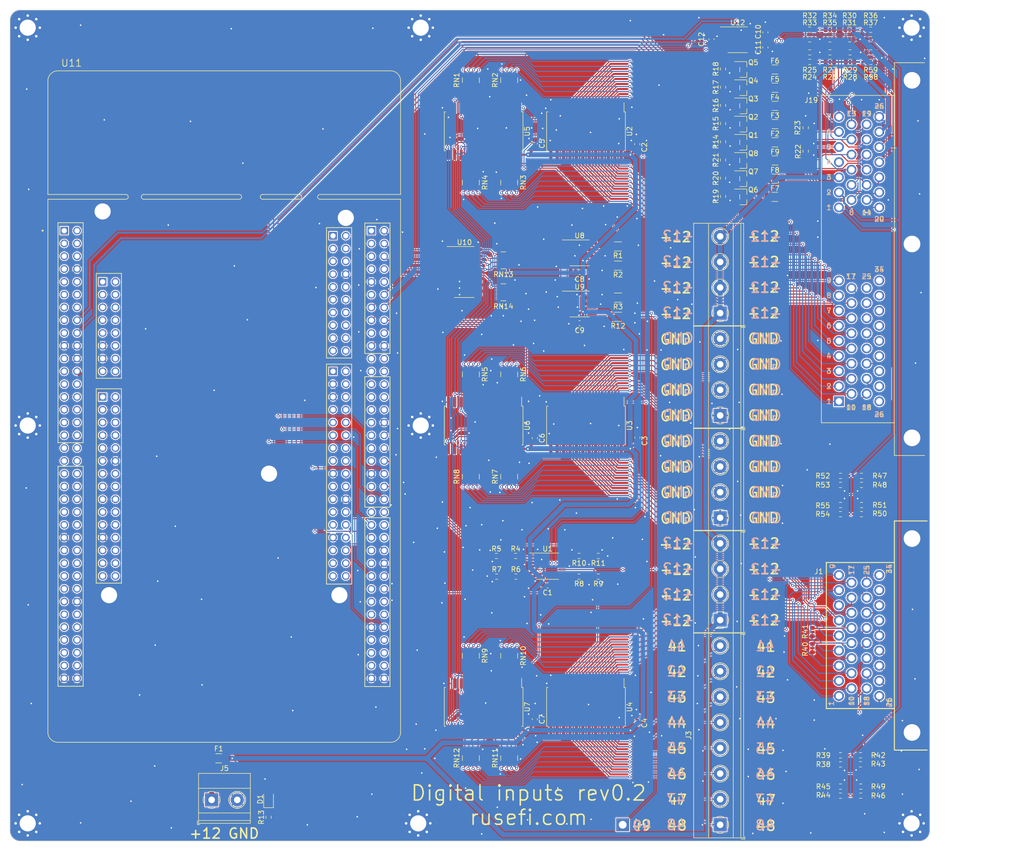
<source format=kicad_pcb>
(kicad_pcb (version 20221018) (generator pcbnew)
  (layers (0 "F.Cu" signal) (31 "B.Cu" signal) (34 "B.Paste" user) (35 "F.Paste" user) (36 "B.SilkS" user "B.Silkscreen") (37 "F.SilkS" user "F.Silkscreen") (38 "B.Mask" user) (39 "F.Mask" user) (44 "Edge.Cuts" user))
  (net 0 "")
  (net 1 "GND")
  (net 2 "+12V")
  (net 3 "Net-(D1-K)")
  (net 4 "Net-(J5-Pin_1)")
  (net 5 "Net-(Q1-D)")
  (net 6 "/OUT_HALL0_0")
  (net 7 "Net-(Q2-D)")
  (net 8 "/OUT_HALL0_1")
  (net 9 "/TST16")
  (net 10 "/IN0")
  (net 11 "/TST15")
  (net 12 "/IN1")
  (net 13 "/TST14")
  (net 14 "/IN2")
  (net 15 "/TST13")
  (net 16 "/TST12")
  (net 17 "/TST11")
  (net 18 "Net-(Q3-D)")
  (net 19 "/OUT_HALL0_2")
  (net 20 "Net-(Q4-D)")
  (net 21 "/OUT_HALL0_3")
  (net 22 "Net-(Q5-D)")
  (net 23 "/OUT_HALL0_4")
  (net 24 "Net-(Q6-D)")
  (net 25 "/OUT_HALL0_5")
  (net 26 "/TST10")
  (net 27 "Net-(Q7-D)")
  (net 28 "/OUT_HALL0_6")
  (net 29 "Net-(Q8-D)")
  (net 30 "/OUT_HALL0_7")
  (net 31 "/TST9")
  (net 32 "/TST8")
  (net 33 "/TST7")
  (net 34 "Net-(U5-X)")
  (net 35 "Net-(U8-OUT_A)")
  (net 36 "Net-(U6-X)")
  (net 37 "Net-(U8-OUT_B)")
  (net 38 "Net-(U7-X)")
  (net 39 "Net-(U9-OUT_A)")
  (net 40 "Net-(U1A--)")
  (net 41 "Net-(U1B--)")
  (net 42 "Net-(U1C--)")
  (net 43 "Net-(U1D--)")
  (net 44 "Net-(U9-OUT_B)")
  (net 45 "/HALL0_0")
  (net 46 "/HALL0_1")
  (net 47 "/HALL0_2")
  (net 48 "/HALL0_3")
  (net 49 "/HALL0_4")
  (net 50 "/HALL0_5")
  (net 51 "/HALL0_6")
  (net 52 "/HALL0_7")
  (net 53 "Net-(RN1-R1.1)")
  (net 54 "Net-(RN1-R2.1)")
  (net 55 "Net-(RN1-R3.1)")
  (net 56 "Net-(RN1-R4.1)")
  (net 57 "Net-(RN2-R1.1)")
  (net 58 "Net-(RN2-R2.1)")
  (net 59 "Net-(RN2-R3.1)")
  (net 60 "Net-(RN2-R4.1)")
  (net 61 "Net-(RN3-R1.1)")
  (net 62 "Net-(RN3-R2.1)")
  (net 63 "Net-(RN3-R3.1)")
  (net 64 "Net-(RN3-R4.1)")
  (net 65 "Net-(RN4-R1.1)")
  (net 66 "/A2")
  (net 67 "/A3")
  (net 68 "/A1")
  (net 69 "/A0")
  (net 70 "Net-(RN4-R2.1)")
  (net 71 "Net-(RN4-R3.1)")
  (net 72 "Net-(RN4-R4.1)")
  (net 73 "/OFF")
  (net 74 "Net-(RN5-R4.2)")
  (net 75 "Net-(RN5-R3.2)")
  (net 76 "Net-(RN5-R2.2)")
  (net 77 "Net-(RN5-R1.2)")
  (net 78 "/OUT0")
  (net 79 "/OUT1")
  (net 80 "Net-(RN6-R4.2)")
  (net 81 "Net-(RN6-R3.2)")
  (net 82 "/OUT2")
  (net 83 "/OUT3")
  (net 84 "Net-(RN6-R2.2)")
  (net 85 "Net-(RN6-R1.2)")
  (net 86 "Net-(RN7-R4.2)")
  (net 87 "Net-(RN7-R3.2)")
  (net 88 "Net-(RN7-R2.2)")
  (net 89 "/ADR0")
  (net 90 "/ADR1")
  (net 91 "/ADR2")
  (net 92 "Net-(RN7-R1.2)")
  (net 93 "Net-(RN8-R4.2)")
  (net 94 "Net-(RN8-R3.2)")
  (net 95 "Net-(RN8-R2.2)")
  (net 96 "Net-(RN8-R1.2)")
  (net 97 "Net-(RN9-R4.2)")
  (net 98 "Net-(RN9-R3.2)")
  (net 99 "Net-(RN9-R2.2)")
  (net 100 "Net-(RN9-R1.2)")
  (net 101 "Net-(RN10-R4.2)")
  (net 102 "Net-(RN10-R3.2)")
  (net 103 "Net-(RN10-R2.2)")
  (net 104 "Net-(RN10-R1.2)")
  (net 105 "Net-(RN11-R4.2)")
  (net 106 "Net-(RN11-R3.2)")
  (net 107 "/CAN_H")
  (net 108 "Net-(RN11-R2.2)")
  (net 109 "/CAN_L")
  (net 110 "Net-(RN11-R1.2)")
  (net 111 "Net-(RN12-R4.2)")
  (net 112 "Net-(RN12-R3.2)")
  (net 113 "Net-(RN12-R2.2)")
  (net 114 "Net-(RN12-R1.2)")
  (net 121 "Net-(U1A-+)")
  (net 122 "Net-(U1C-+)")
  (net 123 "Net-(U1D-+)")
  (net 157 "/ADR3")
  (net 249 "/MUX_OFF")
  (net 256 "+3V3")
  (net 258 "+5V")
  (net 301 "/TST6")
  (net 302 "/TST5")
  (net 303 "/TST4")
  (net 304 "/TST3")
  (net 305 "/TST2")
  (net 306 "/TST1")
  (net 307 "/TST32")
  (net 308 "/TST31")
  (net 309 "/TST30")
  (net 310 "/TST29")
  (net 311 "/TST28")
  (net 312 "/TST27")
  (net 313 "/TST26")
  (net 314 "/TST25")
  (net 315 "/TST24")
  (net 316 "/TST23")
  (net 317 "/TST22")
  (net 318 "/TST21")
  (net 319 "/TST20")
  (net 320 "/TST19")
  (net 321 "/TST18")
  (net 322 "/TST17")
  (net 323 "/TST48")
  (net 324 "/TST47")
  (net 325 "/TST46")
  (net 326 "/TST45")
  (net 327 "/TST44")
  (net 328 "/TST43")
  (net 329 "/TST42")
  (net 330 "/TST41")
  (net 331 "/TST40")
  (net 332 "/TST39")
  (net 333 "/TST38")
  (net 334 "/TST37")
  (net 335 "/TST36")
  (net 336 "/TST35")
  (net 337 "/TST34")
  (net 338 "/TST33")
  (net 339 "/TST49")
  (net 344 "/IN3")
  (net 351 "/CAN_TX")
  (net 352 "/CAN_RX")
  (net 369 "Net-(J1-21C)")
  (net 370 "Net-(J1-22C)")
  (net 371 "/REF9")
  (net 372 "/REF10")
  (net 373 "/REF11")
  (net 374 "/REF12")
  (net 375 "/REF13")
  (net 390 "/5V_1")
  (net 391 "/5V_2")
  (net 393 "Net-(J19B-5B)")
  (net 394 "Net-(J19B-6B)")
  (net 395 "/REF1")
  (net 400 "/REF2")
  (net 401 "/REF3")
  (net 402 "/REF4")
  (net 403 "/REF5")
  (net 404 "/REF6")
  (net 405 "/REF7")
  (net 406 "/REF8")
  (net 407 "/REF16")
  (net 408 "/REF15")
  (net 409 "/REF14")
  (footprint "MountingHole:MountingHole_3.2mm_M3_Pad_Via" (layer "F.Cu") (at 208 208.5)
    (fp_text reference "J12" hide)
    (fp_text value "Conn_01x01")
  )
  (footprint "Resistor_SMD:R_0603_1608Metric" (layer "F.Cu") (at 291.8 196.8)
    (fp_text reference "R38")
    (fp_text value "910")
  )
  (footprint "Fuse:Fuse_1206_3216Metric" (layer "F.Cu") (at 278.8 58.8)
    (fp_text reference "F6")
    (fp_text value "nSMD005")
  )
  (footprint "kicad6-libraries:TE_6437288-3" (layer "F.Cu") (at 291.5 124.7)
    (fp_text reference "J19")
    (fp_text value "6437288-3")
  )
  (footprint "Resistor_SMD:R_0603_1608Metric" (layer "F.Cu") (at 297.825 55.4 180)
    (fp_text reference "R59")
    (fp_text value "100")
  )
  (footprint "Resistor_SMD:R_0603_1608Metric" (layer "F.Cu") (at 286.225 170.5 90)
    (fp_text reference "R41")
    (fp_text value "2k")
  )
  (footprint "TerminalBlock_Phoenix:TerminalBlock_Phoenix_MKDS-1,5-4-5.08_1x04_P5.08mm_Horizontal" (layer "F.Cu") (at 267.925 147.82 90)
    (fp_text reference "J6" hide)
    (fp_text value "Conn_01x04" hide)
  )
  (footprint "hellen-one-common:SOT-23" (layer "F.Cu") (at 272.4625 66.02857)
    (fp_text reference "Q3")
    (fp_text value "AO3400A")
  )
  (footprint "LED_SMD:LED_0805_2012Metric" (layer "F.Cu") (at 178.3 203.7 90)
    (fp_text reference "D1")
    (fp_text value "LED")
  )
  (footprint "Resistor_SMD:R_0603_1608Metric" (layer "F.Cu") (at 291.8 203 180)
    (fp_text reference "R44")
    (fp_text value "100")
  )
  (footprint "Resistor_SMD:R_0603_1608Metric" (layer "F.Cu") (at 289.7 50.9)
    (fp_text reference "R34")
    (fp_text value "100")
  )
  (footprint "Fuse:Fuse_1206_3216Metric" (layer "F.Cu") (at 278.8 73.25714)
    (fp_text reference "F2")
    (fp_text value "nSMD005")
  )
  (footprint "Capacitor_SMD:C_0603_1608Metric" (layer "F.Cu") (at 266.2 52.8 -90)
    (fp_text reference "C12")
    (fp_text value "100n")
  )
  (footprint "TerminalBlock_Phoenix:TerminalBlock_Phoenix_MKDS-1,5-2-5.08_1x02_P5.08mm_Horizontal" (layer "F.Cu") (at 167.005 203.835)
    (fp_text reference "J5")
    (fp_text value "Conn_01x02")
  )
  (footprint "Resistor_SMD:R_1206_3216Metric" (layer "F.Cu") (at 247.65 93.94 180)
    (fp_text reference "R1")
    (fp_text value "1.2k")
  )
  (footprint "Resistor_SMD:R_Array_Convex_4x0603" (layer "F.Cu") (at 218.44 195.54 90)
    (fp_text reference "RN12")
    (fp_text value "0")
  )
  (footprint "Resistor_SMD:R_0603_1608Metric" (layer "F.Cu") (at 223.565 159.5)
    (fp_text reference "R7")
    (fp_text value "1.5k")
  )
  (footprint "Capacitor_SMD:C_0603_1608Metric" (layer "F.Cu") (at 240.03 99.02 180)
    (fp_text reference "C8")
    (fp_text value "100n")
  )
  (footprint "Resistor_SMD:R_Array_Convex_4x0603" (layer "F.Cu") (at 218.44 175.22 -90)
    (fp_text reference "RN9")
    (fp_text value "0")
  )
  (footprint "Resistor_SMD:R_1206_3216Metric" (layer "F.Cu") (at 247.65 107.91 180)
    (fp_text reference "R12")
    (fp_text value "1.2k")
  )
  (footprint "Resistor_SMD:R_0603_1608Metric" (layer "F.Cu") (at 295.975 141.3 180)
    (fp_text reference "R48")
    (fp_text value "910")
  )
  (footprint "Package_SO:TSSOP-14_4.4x5mm_P0.65mm" (layer "F.Cu") (at 233.68 157.44)
    (fp_text reference "U1")
    (fp_text value "OPA4192IPW")
  )
  (footprint "Fuse:Fuse_1206_3216Metric" (layer "F.Cu") (at 168.4 195.58 180)
    (fp_text reference "F1")
    (fp_text value "1.8A")
  )
  (footprint "Resistor_SMD:R_0603_1608Metric" (layer "F.Cu") (at 243.735 155.4 180)
    (fp_text reference "R11")
    (fp_text value "1.5k")
  )
  (footprint "Resistor_SMD:R_0603_1608Metric" (layer "F.Cu") (at 285.7 52.8)
    (fp_text reference "R33")
    (fp_text value "330")
  )
  (footprint "Resistor_SMD:R_0603_1608Metric" (layer "F.Cu") (at 295.975 147.1)
    (fp_text reference "R50")
    (fp_text value "330")
  )
  (footprint "hellen-one-common:SOT-23" (layer "F.Cu") (at 272.4625 69.642855)
    (fp_text reference "Q2")
    (fp_text value "AO3400A")
  )
  (footprint "MountingHole:MountingHole_3.2mm_M3_Pad_Via" (layer "F.Cu") (at 208.5 129.5)
    (fp_text reference "J10" hide)
    (fp_text value "Conn_01x01")
  )
  (footprint "Resistor_SMD:R_0603_1608Metric" (layer "F.Cu") (at 295.775 194.975)
    (fp_text reference "R42")
    (fp_text value "330")
  )
  (footprint "Resistor_SMD:R_0603_1608Metric" (layer "F.Cu") (at 268.5 73.15714 90)
    (fp_text reference "R14")
    (fp_text value "4.7k")
  )
  (footprint "TerminalBlock_Phoenix:TerminalBlock_Phoenix_MKDS-1,5-4-5.08_1x04_P5.08mm_Horizontal" (layer "F.Cu") (at 267.925 127.5 90)
    (fp_text reference "J7" hide)
    (fp_text value "Conn_01x04" hide)
  )
  (footprint "Capacitor_SMD:C_0603_1608Metric" (layer "F.Cu") (at 240.03 109.18 180)
    (fp_text reference "C9")
    (fp_text value "100n")
  )
  (footprint "TerminalBlock_Phoenix:TerminalBlock_Phoenix_MKDS-1,5-4-5.08_1x04_P5.08mm_Horizontal" (layer "F.Cu") (at 267.925 107.18 90)
    (fp_text reference "J8" hide)
    (fp_text value "Conn_01x04" hide)
  )
  (footprint "Resistor_SMD:R_0603_1608Metric" (layer "F.Cu") (at 285.7 55.4)
    (fp_text reference "R25")
    (fp_text value "100")
  )
  (footprint "Capacitor_SMD:C_0603_1608Metric" (layer "F.Cu") (at 251.46 73.62 -90)
    (fp_text reference "C2")
    (fp_text value "100n")
  )
  (footprint "Package_SO:SOIC-8_3.9x4.9mm_P1.27mm" (layer "F.Cu") (at 271.4 52.9)
    (fp_text reference "U12")
    (fp_text value "TJA1051T-3")
  )
  (footprint "TerminalBlock_Phoenix:TerminalBlock_Phoenix_MKDS-1,5-8-5.08_1x08_P5.08mm_Horizontal" (layer "F.Cu") (at 267.925 208.78 90)
    (fp_text reference "J3")
    (fp_text value "Conn_01x08")
  )
  (footprint "Resistor_SMD:R_0603_1608Metric" (layer "F.Cu") (at 223.52 155.4)
    (fp_text reference "R5")
    (fp_text value "1.5k")
  )
  (footprint "Resistor_SMD:R_0603_1608Metric" (layer "F.Cu") (at 286.225 173.7 90)
    (fp_text reference "R40")
    (fp_text value "1k")
  )
  (footprint "MountingHole:MountingHole_3.2mm_M3_Pad_Via" (layer "F.Cu") (at 305.914214 208.5)
    (fp_text reference "J16" hide)
    (fp_text value "Conn_01x01")
  )
  (footprint "Package_SO:SOIC-24W_7.5x15.4mm_P1.27mm" (layer "F.Cu") (at 241.3 71.08 -90)
    (fp_text reference "U2")
    (fp_text value "CD4067BM96")
  )
  (footprint "Resistor_SMD:R_0603_1608Metric" (layer "F.Cu") (at 293.6 50.9 180)
    (fp_text reference "R30")
    (fp_text value "910")
  )
  (footprint "Resistor_SMD:R_0603_1608Metric" (layer "F.Cu") (at 293.7 57.3 180)
    (fp_text reference "R28")
    (fp_text value "910")
  )
  (footprint "Resistor_SMD:R_0603_1608Metric" (layer "F.Cu") (at 291.8 195 180)
    (fp_text reference "R39")
    (fp_text value "470")
  )
  (footprint "Resistor_SMD:R_Array_Convex_4x0603" (layer "F.Cu") (at 226.06 81.24 -90)
    (fp_text reference "RN3")
    (fp_text value "0")
  )
  (footprint "Resistor_SMD:R_0603_1608Metric" (layer "F.Cu") (at 297.8 50.9)
    (fp_text reference "R36")
    (fp_text value "330")
  )
  (footprint "Package_SO:SOIC-24W_7.5x15.4mm_P1.27mm" (layer "F.Cu") (at 241.3 185.38 -90)
    (fp_text reference "U4")
    (fp_text value "CD4067BM96")
  )
  (footprint "Resistor_SMD:R_Array_Convex_4x0603" (layer "F.Cu") (at 226.06 175.22 -90)
    (fp_text reference "RN10")
    (fp_text value "0")
  )
  (footprint "Resistor_SMD:R_0603_1608Metric" (layer "F.Cu") (at 268.5 76.771425 90)
    (fp_text reference "R21")
    (fp_text value "4.7k")
  )
  (footprint "Capacitor_SMD:C_0603_1608Metric" (layer "F.Cu") (at 231.14 187.825 -90)
    (fp_text reference "C7")
    (fp_text value "100n")
  )
  (footprint "hellen-one-common:SOT-23" (layer "F.Cu") (at 272.4625 58.8)
    (fp_text reference "Q5")
    (fp_text value "AO3400A")
  )
  (footprint "Resistor_SMD:R_0603_1608Metric" (layer "F.Cu") (at 297.8 52.8 180)
    (fp_text reference "R37")
    (fp_text value "330")
  )
  (footprint "Fuse:Fuse_1206_3216Metric" (layer "F.Cu") (at 278.8 84.1)
    (fp_text reference "F7")
    (fp_text value "nSMD005")
  )
  (footprint "MountingHole:MountingHole_3.2mm_M3_Pad_Via" (layer "F.Cu") (at 305.914214 50.5)
    (fp_text reference "J11" hide)
    (fp_text value "Conn_01x01")
  )
  (footprint "Capacitor_SMD:C_0603_1608Metric" (layer "F.Cu") (at 276.9 54.425 90)
    (fp_text reference "C11")
    (fp_text value "47p")
  )
  (footprint "Resistor_SMD:R_0603_1608Metric" (layer "F.Cu") (at 268.5 69.542855 90)
    (fp_text reference "R15")
    (fp_text value "4.7k")
  )
  (footprint "Resistor_SMD:R_0603_1608Metric" (layer "F.Cu") (at 178.3 207.3 90)
    (fp_text reference "R13")
    (fp_text value "4.7k")
  )
  (footprint "Fuse:Fuse_1206_3216Metric" (layer "F.Cu") (at 278.8 80.48571)
    (fp_text reference "F8")
    (fp_text value "nSMD005")
  )
  (footprint "Resistor_SMD:R_Array_Convex_4x0603" (layer "F.Cu") (at 224.91 96.69 180)
    (fp_text reference "RN13")
    (fp_text value "10k")
  )
  (footprint "lib:MODULE_NUCLEO-F429ZI" (layer "F.Cu") (at 169.5 125.73)
    (fp_text reference "U11")
    (fp_text value "NUCLEO-F429ZI")
  )
  (footprint "Fuse:Fuse_1206_3216Metric" (layer "F.Cu") (at 278.8 62.414285)
    (fp_text reference "F5")
    (fp_text value "nSMD005")
  )
  (footprint "hellen-one-common:SOT-23" (layer "F.Cu") (at 272.4625 73.25714)
    (fp_text reference "Q1")
    (fp_text value "AO3400A")
  )
  (footprint "Resistor_SMD:R_0603_1608Metric" (layer "F.Cu") (at 297.825 57.3)
    (fp_text reference "R58")
    (fp_text value "330")
  )
  (footprint "Resistor_SMD:R_0603_1608Metric" (layer "F.Cu") (at 289.7 52.8 180)
    (fp_text reference "R35")
    (fp_text value "100")
  )
  (footprint "Capacitor_SMD:C_0603_1608Metric" (layer "F.Cu") (at 231.14 132 -90)
    (fp_text reference "C6")
    (fp_text value "100n")
  )
  (footprint "Capacitor_SMD:C_0603_1608Metric" (layer "F.Cu") (at 233.68 161.25 180)
    (fp_text reference "C1")
    (fp_text value "100n")
  )
  (footprint "Resistor_SMD:R_1206_3216Metric" (layer "F.Cu") (at 247.65 104.1 180)
    (fp_text reference "R3")
    (fp_text value "1.2k")
  )
  (footprint "Fuse:Fuse_1206_3216Metric" (layer "F.Cu") (at 278.8 69.642855)
    (fp_text reference "F3")
    (fp_text value "nSMD005")
  )
  (footprint "Resistor_SMD:R_0603_1608Metric" (layer "F.Cu") (at 295.975 145.3 180)
    (fp_text reference "R51")
    (fp_text value "470")
  )
  (footprint "Resistor_SMD:R_0603_1608Metric" (layer "F.Cu") (at 293.6 52.8)
    (fp_text reference "R31")
    (fp_text value "470")
  )
  (footprint "Fuse:Fuse_1206_3216Metric" (layer "F.Cu") (at 278.8 66.02857)
    (fp_text reference "F4")
    (fp_text value "nSMD005")
  )
  (footprint "Resistor_SMD:R_0603_1608Metric" (layer "F.Cu") (at 291.8 139.5 180)
    (fp_text reference "R52")
    (fp_text value "470")
  )
  (footprint "Package_SO:SOIC-24W_7.5x15.4mm_P1.27mm" (layer "F.Cu") (at 220.98 71.08 -90)
    (fp_text reference "U5")
    (fp_text value "CD4067BM96")
  )
  (footprint "Resistor_SMD:R_1206_3216Metric" (layer "F.Cu") (at 247.65 97.75 180)
    (fp_text reference "R2")
    (fp_text value "1.2k")
  )
  (footprint "Resistor_SMD:R_Array_Convex_4x0603" (layer "F.Cu") (at 226.06 119.34 -90)
    (fp_text reference "RN6")
    (fp_text value "0")
  )
  (footprint "Resistor_SMD:R_Array_Convex_4x0603" (layer "F.Cu") (at 226.06 195.54 90)
    (fp_text reference "RN11")
    (fp_text value "0")
  )
  (footprint "Package_SO:SOIC-16_3.9x9.9mm_P1.27mm" (layer "F.Cu") (at 217.17 99.02)
    (fp_text reference "U10")
    (fp_text value "ULN2003A")
  )
  (footprint "Resistor_SMD:R_0603_1608Metric" (layer "F.Cu") (at 291.8 145.3)
    (fp_text reference "R55")
    (fp_text value "910")
  )
  (footprint "hellen-one-common:SOT-23" (layer "F.Cu") (at 272.4625 76.871425)
    (fp_text reference "Q8")
    (fp_text value "AO3400A")
  )
  (footprint "MountingHole:MountingHole_3.2mm_M3_Pad_Via" (layer "F.Cu") (at 130.5 50.5)
    (fp_text reference "J13" hide)
    (fp_text value "Conn_01x01")
  )
  (footprint "Resistor_SMD:R_0603_1608Metric" (layer "F.Cu") (at 239.925 159.5 180)
    (fp_text reference "R8")
    (fp_text value "4.7k")
  )
  (footprint "Resistor_SMD:R_0603_1608Metric" (layer "F.Cu") (at 295.825 201.2 180)
    (fp_text reference "R49")
    (fp_text value "470")
  )
  (footprint "hellen-one-common:SOT-23" (layer "F.Cu") (at 272.4625 84.1)
    (fp_text reference "Q6")
    (fp_text value "AO3400A")
  )
  (footprint "Resistor_SMD:R_0603_1608Metric" (layer "F.Cu") (at 293.7 55.4)
    (fp_text reference "R29")
    (fp_text value "330")
  )
  (footprint "Resistor_SMD:R_0603_1608Metric" (layer "F.Cu") (at 227.375 159.5)
    (fp_text reference "R6")
    (fp_text value "4.7k")
  )
  (footprint "Resistor_SMD:R_0603_1608Metric" (layer "F.Cu") (at 285.7 57.3 180)
    (fp_text reference "R24")
    (fp_text value "910")
  )
  (footprint "Package_SO:SOIC-8_3.9x4.9mm_P1.27mm" (layer "F.Cu") (at 240.03 95.21)
    (fp_text reference "U8")
    (fp_text value "TC4427")
  )
  (footprint "Resistor_SMD:R_0603_1608Metric" (layer "F.Cu") (at 285.7 50.9 180)
    (fp_text reference "R32")
    (fp_text value "470")
  )
  (footprint "Resistor_SMD:R_0603_1608Metric" (layer "F.Cu") (at 284.9 70.375 -90)
    (fp_text reference "R23")
    (fp_text value "2k")
  )
  (footprint "MountingHole:MountingHole_3.2mm_M3_Pad_Via" (layer "F.Cu") (at 208.5 50.5)
    (fp_text reference "J14" hide)
    (fp_text value "Conn_01x01")
  )
  (footprint "Resistor_SMD:R_Array_Convex_4x0603" (layer "F.Cu") (at 226.06 60.92 90)
    (fp_text reference "RN2")
    (fp_text value "0")
  )
  (footprint "Resistor_SMD:R_0603_1608Metric" (layer "F.Cu") (at 268.5 62.314285 90)
    (fp_text reference "R17")
    (fp_text value "4.7k")
  )
  (footprint "Resistor_SMD:R_0603_1608Metric" (layer "F.Cu") (at 227.33 155.4)
    (fp_text reference "R4")
    (fp_text value "4.7k")
  )
  (footprint "Resistor_SMD:R_Array_Convex_4x0603" (layer "F.Cu") (at 218.44 139.66 90)
    (fp_text reference "RN8")
    (fp_text value "0")
  )
  (footprint "Resistor_SMD:R_0603_1608Metric" (layer "F.Cu") (at 239.925 155.4 180)
    (fp_text reference "R10")
    (fp_text value "4.7k")
  )
  (footprint "Resistor_SMD:R_0603_1608Metric" (layer "F.Cu") (at 268.5 58.7 90)
    (fp_text reference "R18")
    (fp_text value "4.7k")
  )
  (footprint "Package_SO:SOIC-24W_7.5x15.4mm_P1.27mm" (layer "F.Cu") (at 220.98 129.5 -90)
    (fp_text reference "U6")
    (fp_text value "CD4067BM96")
  )
  (footprint "hellen-one-common:SOT-23" (layer "F.Cu") (at 272.4625 80.48571)
    (fp_text reference "Q7")
    (fp_text value "AO3400A")
  )
  (footprint "Resistor_SMD:R_0603_1608Metric" (layer "F.Cu") (at 291.8 147.1 180)
    (fp_text reference "R54")
    (fp_text value "910")
  )
  (footprint "Resistor_SMD:R_Array_Convex_4x0603" (layer "F.Cu") (at 226.06 139.66 90)
    (fp_text reference "RN7")
    (fp_text value "0")
  )
  (footprint "Package_SO:SOIC-24W_7.5x15.4mm_P1.27mm" (layer "F.Cu") (at 241.3 129.5 -90)
    (fp_text reference "U3")
    (fp_text value "CD4067BM96")
  )
  (footprint "Resistor_SMD:R_0603_1608Metric" (layer "F.Cu") (at 291.8 141.3)
    (fp_text reference "R53")
    (fp_text value "470")
  )
  (footprint "Fuse:Fuse_1206_3216Metric" (layer "F.Cu") (at 278.8 76.871425)
    (fp_text reference "F9")
    (fp_text value "nSMD005")
  )
  (footprint "Resistor_SMD:R_Array_Convex_4x0603" (layer "F.Cu") (at 218.44 119.34 -90)
    (fp_text reference "RN5")
    (fp_text value "0")
  )
  (footprint "Connector_Wire:SolderWire-0.75sqmm_1x01_D1.25mm_OD2.3mm" (layer "F.Cu") (at 248.58 208.78)
    (fp_text reference "J4" hide)
    (fp_text value "Conn_01x01")
  )
  (footprint "Capacitor_SMD:C_0603_1608Metric" (layer "F.Cu") (at 251.46 187.92 -90)
    (fp_text reference "C4")
    (fp_text value "100n")
  )
  (footprint "Resistor_SMD:R_Array_Convex_4x0603" (layer "F.Cu") (at 218.44 81.24 -90)
    (fp_text reference "RN4")
    (fp_text value "0")
  )
  (footprint "Package_SO:SOIC-24W_7.5x15.4mm_P1.27mm" (layer "F.Cu") (at 220.98 185.38 -90)
    (fp_text reference "U7")
    (fp_text value "CD4067BM96")
  )
  (footprint "Capacitor_SMD:C_0603_1608Metric" (layer "F.Cu") (at 276.9 51.425 90)
    (fp_text reference "C10")
    (fp_text value "47p")
  )
  (footprint "Capacitor_SMD:C_0603_1608Metric" (layer "F.Cu") (at 231.14 73.525 -90)
    (fp_text reference "C5")
    (fp_text value "100n")
  )
  (footprint "Resistor_SMD:R_0603_1608Metric" (layer "F.Cu") (at 295.775 196.775 180)
    (fp_text reference "R43")
    (fp_text value "910")
  )
  (footprint "MountingHole:MountingHole_3.2mm_M3_Pad_Via" (layer "F.Cu") (at 130.5 208.5)
    (fp_text reference "J17" hide)
    (fp_text value "Conn_01x01")
  )
  (footprint "Resistor_SMD:R_Array_Convex_4x0603" (layer "F.Cu") (at 224.91 103.04 180)
    (fp_text reference "RN14")
    (fp_text value "10k")
  )
  (footprint "Resistor_SMD:R_0603_1608Metric" (layer "F.Cu") (at 291.8 201.2)
    (fp_text reference "R45")
    (fp_text value "330")
  )
  (footprint "Resistor_SMD:R_0603_1608Metric" (layer "F.Cu") (at 295.825 203)
    (fp_text reference "R46")
    (fp_text value "100")
  )
  (footprint "Package_SO:SOIC-8_3.9x4.9mm_P1.27mm" (layer "F.Cu") (at 240.03 105.37)
    (fp_text reference "U9")
    (fp_text value "TC4427")
  )
  (footprint "MountingHole:MountingHole_3.2mm_M3_Pad_Via" (layer "F.Cu") (at 130.5 129.5)
    (fp_text reference "J15" hide)
    (fp_text value "Conn_01x01")
  )
  (footprint "Resistor_SMD:R_0603_1608Metric" (layer "F.Cu") (at 268.5 84 90)
    (fp_text reference "R19")
    (fp_text value "4.7k")
  )
  (footprint "Resistor_SMD:R_0603_1608Metric" (layer "F.Cu") (at 289.7 55.4 180)
    (fp_text reference "R27")
    (fp_text value "100")
  )
  (footprint "Resistor_SMD:R_0603_1608Metric" (layer "F.Cu") (at 268.5 65.92857 90)
    (fp_text reference "R16")
    (fp_text value "4.7k")
  )
  (footprint "Resistor_SMD:R_0603_1608Metric" (layer "F.Cu") (at 243.735 159.5 180)
    (fp_text reference "R9")
    (fp_text value "1.5k")
  )
  (footprint "Capacitor_SMD:C_0603_1608Metric" (layer "F.Cu") (at 251.5 131.9 -90)
    (fp_text reference "C3")
    (fp_text value "100n")
  )
  (footprint "Connectors:6437288-2" (layer "F.Cu") (at 306 171.2 90)
    (fp_text reference "J1")
    (fp_text value "6437288-2")
  )
  (footprint "Resistor_SMD:R_0603_1608Metric" (layer "F.Cu") (at 295.975 139.5)
    (fp_text reference "R47")
    (fp_text value "100")
  )
  (footprint "Resistor_SMD:R_0603_1608Metric" (layer "F.Cu") (at 289.7 57.3)
    (fp_text reference "R26")
    (fp_text value "470")
  )
  (footprint "Resistor_SMD:R_0603_1608Metric" (layer "F.Cu") (at 268.5 80.38571 90)
    (fp_text reference "R20")
    (fp_text value "4.7k")
  )
  (footprint "Resistor_SMD:R_0603_1608Metric" (layer "F.Cu") (at 284.9 75.025 90)
    (fp_text reference "R22")
    (fp_text value "1k")
  )
  (footprint "TerminalBlock_Phoenix:TerminalBlock_Phoenix_MKDS-1,5-4-5.08_1x04_P5.08mm_Horizontal" (layer "F.Cu") (at 267.925 168.14 90)
    (fp_text reference "J9" hide)
    (fp_text value "Conn_01x04" hide)
  )
  (footprint "Resistor_SMD:R_Array_Convex_4x0603" (layer "F.Cu") (at 218.44 60.92 90)
    (fp_text reference "RN1")
    (fp_text value "0")
  )
  (footprint "hellen-one-common:SOT-23" (layer "F.Cu") (at 272.4625 62.414285)
    (fp_text reference "Q4")
    (fp_text value "AO3400A")
  )
  (gr_line (start 189.8 160.98) (end 189.8 117.3) (stroke (width 0.15)) (layer "F.SilkS"))
  (gr_line (start 136.51 181.28) (end 136.51 137.6) (stroke (width 0.15)) (layer "F.SilkS"))
  (gr_line (start 144.1 160.8) (end 149.1 160.8) (stroke (width 0.15)) (layer "F.SilkS"))
  (gr_line (start 202.4 115.2) (end 202.4 89.3) (stroke (width 0.15)) (layer "F.SilkS"))
  (gr_line (start 144.1 120.12) (end 144.1 99.3) (stroke (width 0.15)) (layer "F.SilkS"))
  (gr_line (start 149.1 160.8) (end 149.1 122.2) (stroke (width 0.15)) (layer "F.SilkS"))
  (gr_line (start 189.8 116.1) (end 194.8 116.1) (stroke (width 0.15)) (layer "F.SilkS"))
  (gr_line (start 136.51 181.28) (end 141.51 181.28) (stroke (width 0.15)) (layer "F.SilkS"))
  (gr_line (start 144.1 160.8) (end 144.1 122.2) (stroke (width 0.15)) (layer "F.SilkS"))
  (gr_line (start 141.51 132.9) (end 141.51 89.22) (stroke (width 0.15)) (layer "F.SilkS"))
  (gr_line (start 197.4 119.8) (end 202.4 119.8) (stroke (width 0.15)) (layer "F.SilkS"))
  (gr_line (start 189.8 90.2) (end 194.8 90.2) (stroke (width 0.15)) (layer "F.SilkS"))
  (gr_line (start 202.4 181.32) (end 202.4 147.8) (stroke (width 0.15)) (layer "F.SilkS"))
  (gr_line (start 136.51 89.22) (end 141.51 89.22) (stroke (width 0.15)) (layer "F.SilkS"))
  (gr_line (start 144.1 120.12) (end 149.1 120.12) (stroke (width 0.15)) (layer "F.SilkS"))
  (gr_line (start 149.1 120.12) (end 149.1 99.3) (stroke (width 0.15)) (layer "F.SilkS"))
  (gr_line (start 189.8 117.3) (end 194.8 117.3) (stroke (width 0.15)) (layer "F.SilkS"))
  (gr_line (start 136.51 137.6) (end 141.51 137.6) (stroke (width 0.15)) (layer "F.SilkS"))
  (gr_line (start 197.4 181.32) (end 197.4 147.8) (stroke (width 0.15)) (layer "F.SilkS"))
  (gr_line (start 136.51 132.9) (end 136.51 89.22) (stroke (width 0.15)) (layer "F.SilkS"))
  (gr_line (start 189.8 116.1) (end 189.8 90.2) (stroke (width 0.15)) (layer "F.SilkS"))
  (gr_line (start 197.4 115.2) (end 202.4 115.2) (stroke (width 0.15)) (layer "F.SilkS"))
  (gr_line (start 197.4 145.7) (end 197.4 119.8) (stroke (width 0.15)) (layer "F.SilkS"))
  (gr_line (start 189.8 160.98) (end 194.8 160.98) (stroke (width 0.15)) (layer "F.SilkS"))
  (gr_line (start 197.4 145.7) (end 202.4 145.7) (stroke (width 0.15)) (layer "F.SilkS"))
  (gr_line (start 194.8 160.98) (end 194.8 117.3) (stroke (width 0.15)) (layer "F.SilkS"))
  (gr_line (start 197.4 115.2) (end 197.4 89.3) (stroke (width 0.15)) (layer "F.SilkS"))
  (gr_line (start 136.51 132.9) (end 141.51 132.9) (stroke (width 0.15)) (layer "F.SilkS"))
  (gr_line (start 144.1 99.3) (end 149.1 99.3) (stroke (width 0.15)) (layer "F.SilkS"))
  (gr_line (start 202.4 145.7) (end 202.4 119.8) (stroke (width 0.15)) (layer "F.SilkS"))
  (gr_line (start 194.8 116.1) (end 194.8 90.2) (stroke (width 0.15)) (layer "F.SilkS"))
  (gr_line (start 197.4 147.8) (end 202.4 147.8) (stroke (width 0.15)) (layer "F.SilkS"))
  (gr_line (start 197.4 89.3) (end 202.4 89.3) (stroke (width 0.15)) (layer "F.SilkS"))
  (gr_line (start 197.4 181.32) (end 202.4 181.32) (stroke (width 0.15)) (layer "F.SilkS"))
  (gr_line (start 141.51 181.28) (end 141.51 137.6) (stroke (width 0.15)) (layer "F.SilkS"))
  (gr_line (start 144.1 122.2) (end 149.1 122.2) (stroke (width 0.15)) (layer "F.SilkS"))
  (gr_arc (start 127 49) (mid 127.585786 47.585786) (end 129 47) (stroke (width 0.1)) (layer "Edge.Cuts"))
  (gr_arc (start 129 212) (mid 127.585786 211.414214) (end 127 210) (stroke (width 0.1)) (layer "Edge.Cuts"))
  (gr_line (start 309.5 49) (end 309.5 210) (stroke (width 0.1)) (layer "Edge.Cuts"))
  (gr_line (start 127 49) (end 127 210) (stroke (width 0.1)) (layer "Edge.Cuts"))
  (gr_line (start 307.5 212) (end 129 212) (stroke (width 0.1)) (layer "Edge.Cuts"))
  (gr_line (start 307.5 47) (end 129 47) (stroke (width 0.1)) (layer "Edge.Cuts"))
  (gr_arc (start 309.5 210) (mid 308.914214 211.414214) (end 307.5 212) (stroke (width 0.1)) (layer "Edge.Cuts"))
  (gr_arc (start 307.5 47) (mid 308.914214 47.585786) (end 309.5 49) (stroke (width 0.1)) (layer "Edge.Cuts"))
  (gr_text "+12" (at 277.03 107.215) (layer "B.SilkS") (effects (font (size 2 2) (thickness 0.3)) (justify mirror)))
  (gr_text "+12" (at 259.625 157.9) (layer "B.SilkS") (effects (font (size 2 2) (thickness 0.3)) (justify mirror)))
  (gr_text "GND" (at 277.055 142.795) (layer "B.SilkS") (effects (font (size 2 2) (thickness 0.3)) (justify mirror)))
  (gr_text "GND" (at 277.03 122.455) (layer "B.SilkS") (effects (font (size 2 2) (thickness 0.3)) (justify mirror)))
  (gr_text "GND" (at 259.6 122.32) (layer "B.SilkS") (effects (font (size 2 2) (thickness 0.3)) (justify mirror)))
  (gr_text "+12" (at 259.6 96.92) (layer "B.SilkS") (effects (font (size 2 2) (thickness 0.3)) (justify mirror)))
  (gr_text "+12" (at 277.03 97.055) (layer "B.SilkS") (effects (font (size 2 2) (thickness 0.3)) (justify mirror)))
  (gr_text "+12" (at 277.055 158.035) (layer "B.SilkS") (effects (font (size 2 2) (thickness 0.3)) (justify mirror)))
  (gr_text "42" (at 259.2 178.3) (layer "B.SilkS") (effects (font (size 2 2) (thickness 0.3)) (justify mirror)))
  (gr_text "GND" (at 259.625 142.66) (layer "B.SilkS") (effects (font (size 2 2) (thickness 0.3)) (justify mirror)))
  (gr_text "+12" (at 277.03 91.975) (layer "B.SilkS") (effects (font (size 2 2) (thickness 0.3)) (justify mirror)))
  (gr_text "46" (at 276.8 198.72) (layer "B.SilkS") (effects (font (size 2 2) (thickness 0.3)) (justify mirror)))
  (gr_text "GND" (at 259.625 137.58) (layer "B.SilkS") (effects (font (size 2 2) (thickness 0.3)) (justify mirror)))
  (gr_text "GND" (at 259.6 127.4) (layer "B.SilkS") (effects (font (size 2 2) (thickness 0.3)) (justify mirror)))
  (gr_text "+12" (at 277.055 152.955) (layer "B.SilkS") (effects (font (size 2 2) (thickness 0.3)) (justify mirror)))
  (gr_text "47" (at 276.8 203.8) (layer "B.SilkS") (effects (font (size 2 2) (thickness 0.3)) (justify mirror)))
  (gr_text "+12" (at 259.6 91.84) (layer "B.SilkS") (effects (font (size 2 2) (thickness 0.3)) (justify mirror)))
  (gr_text "+12" (at 277.055 163.115) (layer "B.SilkS") (effects (font (size 2 2) (thickness 0.3)) (justify mirror)))
  (gr_text "49" (at 252.4 209) (layer "B.SilkS") (effects (font (size 2 2) (thickness 0.3)) (justify mirror)))
  (gr_text "47" (at 259.175 203.72) (layer "B.SilkS") (effects (font (size 2 2) (thickness 0.3)) (justify mirror)))
  (gr_text "+12" (at 259.625 168.06) (layer "B.SilkS") (effects (font (size 2 2) (thickness 0.3)) (justify mirror)))
  (gr_text "41" (at 259.2 173.22) (layer "B.SilkS") (effects (font (size 2 2) (thickness 0.3)) (justify mirror)))
  (gr_text "48" (at 276.8 208.88) (layer "B.SilkS") (effects (font (size 2 2) (thickness 0.3)) (justify mirror)))
  (gr_text "GND" (at 277.03 127.535) (layer "B.SilkS") (effects (font (size 2 2) (thickness 0.3)) (justify mirror)))
  (gr_text "45" (at 259.175 193.56) (layer "B.SilkS") (effects (font (size 2 2) (thickness 0.3)) (justify mirror)))
  (gr_text "42" (at 276.825 178.38) (layer "B.SilkS") (effects (font (size 2 2) (thickness 0.3)) (justify mirror)))
  (gr_text "GND" (at 259.625 132.5) (layer "B.SilkS") (effects (font (size 2 2) (thickness 0.3)) (justify mirror)))
  (gr_text "+12" (at 259.625 152.82) (layer "B.SilkS") (effects (font (size 2 2) (thickness 0.3)) (justify mirror)))
  (gr_text "46" (at 259.175 198.64) (layer "B.SilkS") (effects (font (size 2 2) (thickness 0.3)) (justify mirror)))
  (gr_text "+12" (at 277.03 102.135) (layer "B.SilkS") (effects (font (size 2 2) (thickness 0.3)) (justify mirror)))
  (gr_text "43" (at 259.2 183.38) (layer "B.SilkS") (effects (font (size 2 2) (thickness 0.3)) (justify mirror)))
  (gr_text "44" (at 276.825 188.54) (layer "B.SilkS") (effects (font (size 2 2) (thickness 0.3)) (justify mirror)))
  (gr_text "44" (at 259.2 188.46) (layer "B.SilkS") (effects (font (size 2 2) (thickness 0.3)) (justify mirror)))
  (gr_text "GND" (at 277.055 137.715) (layer "B.SilkS") (effects (font (size 2 2) (thickness 0.3)) (justify mirror)))
  (gr_text "GND" (at 259.6 112.16) (layer "B.SilkS") (effects (font (size 2 2) (thickness 0.3)) (justify mirror)))
  (gr_text "48" (at 259.175 208.8) (layer "B.SilkS") (effects (font (size 2 2) (thickness 0.3)) (justify mirror)))
  (gr_text "GND" (at 277.03 112.295) (layer "B.SilkS") (effects (font (size 2 2) (thickness 0.3)) (justify mirror)))
  (gr_text "45" (at 276.8 193.64) (layer "B.SilkS") (effects (font (size 2 2) (thickness 0.3)) (justify mirror)))
  (gr_text "GND" (at 277.03 117.375) (layer "B.SilkS") (effects (font (size 2 2) (thickness 0.3)) (justify mirror)))
  (gr_text "+12" (at 259.6 102) (layer "B.SilkS") (effects (font (size 2 2) (thickness 0.3)) (justify mirror)))
  (gr_text "41" (at 276.825 173.3) (layer "B.SilkS") (effects (font (size 2 2) (thickness 0.3)) (justify mirror)))
  (gr_text "+12" (at 277.055 168.195) (layer "B.SilkS") (effects (font (size 2 2) (thickness 0.3)) (justify mirror)))
  (gr_text "43" (at 276.825 183.46) (layer "B.SilkS") (effects (font (size 2 2) (thickness 0.3)) (justify mirror)))
  (gr_text "+12" (at 259.6 107.08) (layer "B.SilkS") (effects (font (size 2 2) (thickness 0.3)) (justify mirror)))
  (gr_text "+12" (at 259.625 162.98) (layer "B.SilkS") (effects (font (size 2 2) (thickness 0.3)) (justify mirror)))
  (gr_text "GND" (at 277.055 132.635) (layer "B.SilkS") (effects (font (size 2 2) (thickness 0.3)) (justify mirror)))
  (gr_text "GND" (at 259.625 147.74) (layer "B.SilkS") (effects (font (size 2 2) (thickness 0.3)) (justify mirror)))
  (gr_text "GND" (at 277.055 147.875) (layer "B.SilkS") (effects (font (size 2 2) (thickness 0.3)) (justify mirror)))
  (gr_text "GND" (at 259.6 117.24) (layer "B.SilkS") (effects (font (size 2 2) (thickness 0.3)) (justify mirror)))
  (gr_text "GND" (at 276.51 112.26) (layer "F.SilkS") (effects (font (size 2 2) (thickness 0.3))))
  (gr_text "+12" (at 276.535 163.08) (layer "F.SilkS") (effects (font (size 2 2) (thickness 0.3))))
  (gr_text "+12" (at 165.74 210.515) (layer "F.SilkS") (effects (font (size 2 2) (thickness 0.3))))
  (gr_text "41" (at 277 173.4) (layer "F.SilkS") (effects (font (size 2 2) (thickness 0.3))))
  (gr_text "GND" (at 259.105 147.975) (layer "F.SilkS") (effects (font (size 2 2) (thickness 0.3))))
  (gr_text "46" (at 277.025 198.82) (layer "F.SilkS") (effects (font (size 2 2) (thickness 0.3))))
  (gr_text "GND" (at 259.105 132.735) (layer "F.SilkS") (effects (font (size 2 2) (thickness 0.3))))
  (gr_text "+12" (at 276.535 168.16) (layer "F.SilkS") (effects (font (size 2 2) (thickness 0.3))))
  (gr_text "GND" (at 276.51 117.34) (layer "F.SilkS") (effects (font (size 2 2) (thickness 0.3))))
  (gr_text "+12" (at 259.08 92.075) (layer "F.SilkS") (effects (font (size 2 2) (thickness 0.3))))
  (gr_text "GND" (at 276.535 147.84) (layer "F.SilkS") (effects (font (size 2 2) (thickness 0.3))))
  (gr_text "43" (at 277 183.56) (layer "F.SilkS") (effects (font (size 2 2) (thickness 0.3))))
  (gr_text "GND" (at 259.08 117.475) (layer "F.SilkS") (effects (font (size 2 2) (thickness 0.3))))
  (gr_text "41" (at 259.375 173.32) (layer "F.SilkS") (effects (font (size 2 2) (thickness 0.3))))
  (gr_text "GND" (at 276.535 137.68) (layer "F.SilkS") (effects (font (size 2 2) (thickness 0.3))))
  (gr_text "GND" (at 173.36 210.515) (layer "F.SilkS") (effects (font (size 2 2) (thickness 0.3))))
  (gr_text "+12" (at 276.535 158) (layer "F.SilkS") (effects (font (size 2 2) (thickness 0.3))))
  (gr_text "44" (at 259.375 188.56) (layer "F.SilkS") (effects (font (size 2 2) (thickness 0.3))))
  (gr_text "47" (at 277.025 203.9) (layer "F.SilkS") (effects (font (size 2 2) (thickness 0.3))))
  (gr_text "GND" (at 276.535 132.6) (layer "F.SilkS") (effects (font (size 2 2) (thickness 0.3))))
  (gr_text "GND" (at 259.08 112.395) (layer "F.SilkS") (effects (font (size 2 2) (thickness 0.3))))
  (gr_text "GND" (at 259.08 122.555) (layer "F.SilkS") (effects (font (size 2 2) (thickness 0.3))))
  (gr_text "43" (at 259.375 183.48) (layer "F.SilkS") (effects (font (size 2 2) (thickness 0.3))))
  (gr_text "+12" (at 276.51 97.02) (layer "F.SilkS") (effects (font (size 2 2) (thickness 0.3))))
  (gr_text "GND" (at 276.51 122.42) (layer "F.SilkS") (effects (font (size 2 2) (thickness 0.3))))
  (gr_text "+12" (at 259.105 153.055) (layer "F.SilkS") (effects (font (size 2 2) (thickness 0.3))))
  (gr_text "48" (at 277.025 208.98) (layer "F.SilkS") (effects (font (size 2 2) (thickness 0.3))))
  (gr_text "47" (at 259.4 203.82) (layer "F.SilkS") (effects (font (size 2 2) (thickness 0.3))))
  (gr_text "Digital inputs rev0.2\nrusefi.com" (at 229.9 204.9) (layer "F.SilkS") (effects (font (size 3 3) (thickness 0.3))))
  (gr_text "+12" (at 276.51 107.18) (layer "F.SilkS") (effects (font (size 2 2) (thickness 0.3))))
  (gr_text "+12" (at 259.105 168.295) (layer "F.SilkS") (effects (font (size 2 2) (thickness 0.3))))
  (gr_text "46" (at 259.4 198.74) (layer "F.SilkS") (effects (font (size 2 2) (thickness 0.3))))
  (gr_text "+12" (at 276.51 102.1) (layer "F.SilkS") (effects (font (size 2 2) (thickness 0.3))))
  (gr_text "GND" (at 259.105 137.815) (layer "F.SilkS") (effects (font (size 2 2) (thickness 0.3))))
  (gr_text "GND" (at 276.535 142.76) (layer "F.SilkS") (effects (font (size 2 2) (thickness 0.3))))
  (gr_text "+12" (at 276.51 91.94) (layer "F.SilkS") (effects (font (size 2 2) (thickness 0.3))))
  (gr_text "42" (at 259.375 178.4) (layer "F.SilkS") (effects (font (size 2 2) (thickness 0.3))))
  (gr_text "+12" (at 259.105 158.135) (layer "F.SilkS") (effects (font (size 2 2) (thickness 0.3))))
  (gr_text "45" (at 277.025 193.74) (layer "F.SilkS") (effects (font (size 2 2) (thickness 0.3))))
  (gr_text "+12" (at 276.535 152.92) (layer "F.SilkS") (effects (font (size 2 2) (thickness 0.3))))
  (gr_text "+12" (at 259.08 97.155) (layer "F.SilkS") (effects (font (size 2 2) (thickness 0.3))))
  (gr_text "GND" (at 276.51 127.5) (layer "F.SilkS") (effects (font (size 2 2) (thickness 0.3))))
  (gr_text "42" (at 277 178.48) (layer "F.SilkS") (effects (font (size 2 2) (thickness 0.3))))
  (gr_text "+12" (at 259.105 163.215) (layer "F.SilkS") (effects (font (size 2 2) (thickness 0.3))))
  (gr_text "49" (at 252.3 208.9) (layer "F.SilkS") (effects (font (size 2 2) (thickness 0.3))))
  (gr_text "45" (at 259.4 193.66) (layer "F.SilkS") (effects (font (size 2 2) (thickness 0.3))))
  (gr_text "48" (at 259.4 208.9) (layer "F.SilkS") (effects (font (size 2 2) (thickness 0.3))))
  (gr_text "GND" (at 259.105 142.895) (layer "F.SilkS") (effects (font (size 2 2) (thickness 0.3))))
  (gr_text "GND" (at 259.08 127.635) (layer "F.SilkS") (effects (font (size 2 2) (thickness 0.3))))
  (gr_text "+12" (at 259.08 107.315) (layer "F.SilkS") (effects (font (size 2 2) (thickness 0.3))))
  (gr_text "44" (at 277 188.64) (layer "F.SilkS") (effects (font (size 2 2) (thickness 0.3))))
  (gr_text "+12" (at 259.08 102.235) (layer "F.SilkS") (effects (font (size 2 2) (thickness 0.3))))
  (via (at 231.2 184.7) (size 0.6) (drill 0.3) (layers "F.Cu" "B.Cu") (net 1))
  (via (at 205.7 193.8) (size 0.6) (drill 0.3) (layers "F.Cu" "B.Cu") (net 1))
  (via (at 269.8 59.5) (size 0.6) (drill 0.3) (layers "F.Cu" "B.Cu") (net 1))
  (via (at 248.8 114.4) (size 0.6) (drill 0.3) (layers "F.Cu" "B.Cu") (net 1))
  (via (at 295.8 55.4) (size 0.6) (drill 0.3) (layers "F.Cu" "B.Cu") (net 1))
  (via (at 232.9 114.7) (size 0.6) (drill 0.3) (layers "F.Cu" "B.Cu") (net 1))
  (via (at 225.5 70.4) (size 0.6) (drill 0.3) (layers "F.Cu" "B.Cu") (net 1))
  (via (at 211.5 190) (size 0.6) (drill 0.3) (layers "F.Cu" "B.Cu") (net 1))
  (via (at 266.6 77.6) (size 0.6) (drill 0.3) (layers "F.Cu" "B.Cu") (net 1))
  (via (at 244.6 160.6) (size 0.6) (drill 0.3) (layers "F.Cu" "B.Cu") (net 1))
  (via (at 267 70.4) (size 0.6) (drill 0.3) (layers "F.Cu" "B.Cu") (net 1))
  (via (at 271.2 181.4) (size 0.6) (drill 0.3) (layers "F.Cu" "B.Cu") (net 1))
  (via (at 216.1 193.8) (size 0.6) (drill 0.3) (layers "F.Cu" "B.Cu") (net 1))
  (via (at 207.8 174.1) (size 0.6) (drill 0.3) (layers "F.Cu" "B.Cu") (net 1))
  (via (at 280 112.7) (size 0.6) (drill 0.3) (layers "F.Cu" "B.Cu") (net 1))
  (via (at 275.4 55.6) (size 0.6) (drill 0.3) (layers "F.Cu" "B.Cu") (net 1))
  (via (at 278.3 55.2) (size 0.6) (drill 0.3) (layers "F.Cu" "B.Cu") (net 1))
  (via (at 288.7 193.7) (size 0.6) (drill 0.3) (layers "F.Cu" "B.Cu") (net 1))
  (via (at 233.4 124.8) (size 0.6) (drill 0.3) (layers "F.Cu" "B.Cu") (net 1))
  (via (at 232.9 92.5) (size 0.6) (drill 0.3) (layers "F.Cu" "B.Cu") (net 1))
  (via (at 251.3 185.9) (size 0.6) (drill 0.3) (layers "F.Cu" "B.Cu") (net 1))
  (via (at 231.5 179.2) (size 0.6) (drill 0.3) (layers "F.Cu" "B.Cu") (net 1))
  (via (at 216.9 153.7) (size 0.6) (drill 0.3) (layers "F.Cu" "B.Cu") (net 1))
  (via (at 263 168.7) (size 0.6) (drill 0.3) (layers "F.Cu" "B.Cu") (net 1))
  (via (at 232.5 67.5) (size 0.6) (drill 0.3) (layers "F.Cu" "B.Cu") (net 1))
  (via (at 267.3 52.2) (size 0.6) (drill 0.3) (layers "F.Cu" "B.Cu") (net 1))
  (via (at 300.5 210.3) (size 0.6) (drill 0.3) (layers "F.Cu" "B.Cu") (net 1))
  (via (at 153.9 110.3) (size 0.6) (drill 0.3) (layers "F.Cu" "B.Cu") (net 1))
  (via (at 222.4 118.6) (size 0.6) (drill 0.3) (layers "F.Cu" "B.Cu") (net 1))
  (via (at 235.4 97.9) (size 0.6) (drill 0.3) (layers "F.Cu" "B.Cu") (net 1))
  (via (at 262.1 129) (size 0.6) (drill 0.3) (layers "F.Cu" "B.Cu") (net 1))
  (via (at 231.6 192.4) (size 0.6) (drill 0.3) (layers "F.Cu" "B.Cu") (net 1))
  (via (at 229.4 128.9) (size 0.6) (drill 0.3) (layers "F.Cu" "B.Cu") (net 1))
  (via (at 292.6 144) (size 0.6) (drill 0.3) (layers "F.Cu" "B.Cu") (net 1))
  (via (at 224.9 107.7) (size 0.6) (drill 0.3) (layers "F.Cu" "B.Cu") (net 1))
  (via (at 252.5 152.1) (size 0.6) (drill 0.3) (layers "F.Cu" "B.Cu") (net 1))
  (via (at 251.1 179.1) (size 0.6) (drill 0.3) (layers "F.Cu" "B.Cu") (net 1))
  (via (at 209.3 193.7) (size 0.6) (drill 0.3) (layers "F.Cu" "B.Cu") (net 1))
  (via (at 232.2 72.6) (size 0.6) (drill 0.3) (layers "F.Cu" "B.Cu") (net 1))
  (via (at 253.4 114.5) (size 0.6) (drill 0.3) (layers "F.Cu" "B.Cu") (net 1))
  (via (at 264.8 52) (size 0.6) (drill 0.3) (layers "F.Cu" "B.Cu") (net 1))
  (via (at 286.6 184) (size 0.6) (drill 0.3) (layers "F.Cu" "B.Cu") (net 1))
  (via (at 186 208.8) (size 0.6) (drill 0.3) (layers "F.Cu" "B.Cu") (net 1))
  (via (at 296.9 87.2) (size 0.6) (drill 0.3) (layers "F.Cu" "B.Cu") (net 1))
  (via (at 203.9 115.1) (size 0.6) (drill 0.3) (layers "F.Cu" "B.Cu") (net 1))
  (via (at 196.1 175) (size 0.6) (drill 0.3) (layers "F.Cu" "B.Cu") (net 1))
  (via (at 263.9 112.9) (size 0.6) (drill 0.3) (layers "F.Cu" "B.Cu") (net 1))
  (via (at 232.3 167.1) (size 0.6) (drill 0.3) (layers "F.Cu" "B.Cu") (net 1))
  (via (at 242.7 202.6) (size 0.6) (drill 0.3) (layers "F.Cu" "B.Cu") (net 1))
  (via (at 291.6 64.7) (size 0.6) (drill 0.3) (layers "F.Cu" "B.Cu") (net 1))
  (via (at 233.9 168.9) (size 0.6) (drill 0.3) (layers "F.Cu" "B.Cu") (net 1))
  (via (at 239.1 95.8) (size 0.6) (drill 0.3) (layers "F.Cu" "B.Cu") (net 1))
  (via (at 296 64.8) (size 0.6) (drill 0.3) (layers "F.Cu" "B.Cu") (net 1))
  (via (at 173.2 77.4) (size 0.6) (drill 0.3) (layers "F.Cu" "B.Cu") (net 1))
  (via (at 145.7 68.8) (size 0.6) (drill 0.3) (layers "F.Cu" "B.Cu") (net 1))
  (via (at 272.1 156.9) (size 0.6) (drill 0.3) (layers "F.Cu" "B.Cu") (net 1))
  (via (at 218.8 158.2) (size 0.6) (drill 0.3) (layers "F.Cu" "B.Cu") (net 1))
  (via (at 203.9 130.1) (size 0.6) (drill 0.3) (layers "F.Cu" "B.Cu") (net 1))
  (via (at 180.2 155.8) (size 0.6) (drill 0.3) (layers "F.Cu" "B.Cu") (net 1))
  (via (at 131.2 184.7) (size 0.6) (drill 0.3) (layers "F.Cu" "B.Cu") (net 1))
  (via (at 216.2 100.9) (size 0.6) (drill 0.3) (layers "F.Cu" "B.Cu") (net 1))
  (via (at 250.9 191.2) (size 0.6) (drill 0.3) (layers "F.Cu" "B.Cu") (net 1))
  (via (at 269.9 66.8) (size 0.6) (drill 0.3) (layers "F.Cu" "B.Cu") (net 1))
  (via (at 182.8 171.5) (size 0.6) (drill 0.3) (layers "F.Cu" "B.Cu") (net 1))
  (via (at 241 113.6) (size 0.6) (drill 0.3) (layers "F.Cu" "B.Cu") (net 1))
  (via (at 141 208.4) (size 0.6) (drill 0.3) (layers "F.Cu" "B.Cu") (net 1))
  (via (at 234 131.1) (size 0.6) (drill 0.3) (layers "F.Cu" "B.Cu") (net 1))
  (via (at 227.2 100.6) (size 0.6) (drill 0.3) (layers "F.Cu" "B.Cu") (net 1))
  (via (at 263.7 48.5) (size 0.6) (drill 0.3) (layers "F.Cu" "B.Cu") (net 1))
  (via (at 307.8 103.1) (size 0.6) (drill 0.3) (layers "F.Cu" "B.Cu") (net 1))
  (via (at 213.2 154.6) (size 0.6) (drill 0.3) (layers "F.Cu" "B.Cu") (net 1))
  (via (at 225.8 203.3) (size 0.6) (drill 0.3) (layers "F.Cu" "B.Cu") (net 1))
  (via (at 247.9 203.8) (size 0.6) (drill 0.3) (layers "F.Cu" "B.Cu") (net 1))
  (via (at 296.6 206.6) (size 0.6) (drill 0.3) (layers "F.Cu" "B.Cu") (net 1))
  (via (at 232.7 70.5) (size 0.6) (drill 0.3) (layers "F.Cu" "B.Cu") (net 1))
  (via (at 240 93.7) (size 0.6) (drill 0.3) (layers "F.Cu" "B.Cu") (net 1))
  (via (at 207.6 188.8) (size 0.6) (drill 0.3) (layers "F.Cu" "B.Cu") (net 1))
  (via (at 267 81.2) (size 0.6) (drill 0.3) (layers "F.Cu" "B.Cu") (net 1))
  (via (at 203.6 135.3) (size 0.6) (drill 0.3) (layers "F.Cu" "B.Cu") (net 1))
  (via (at 241.8 184.9) (size 0.6) (drill 0.3) (layers "F.Cu" "B.Cu") (net 1))
  (via (at 286.6 69.5) (size 0.6) (drill 0.3) (layers "F.Cu" "B.Cu") (net 1))
  (via (at 220.6 111.4) (size 0.6) (drill 0.3) (layers "F.Cu" "B.Cu") (net 1))
  (via (at 228.9 154.1) (size 0.6) (drill 0.3) (layers "F.Cu" "B.Cu") (net 1))
  (via (at 222.6 166.7) (size 0.6) (drill 0.3) (layers "F.Cu" "B.Cu") (net 1))
  (via (at 264.5 200.1) (size 0.6) (drill 0.3) (layers "F.Cu" "B.Cu") (net 1))
  (via (at 264.4 208.8) (size 0.6) (drill 0.3) (layers "F.Cu" "B.Cu") (net 1))
  (via (at 229.4 103.3) (size 0.6) (drill 0.3) (layers "F.Cu" "B.Cu") (net 1))
  (via (at 292.6 198) (size 0.6) (drill 0.3) (layers "F.Cu" "B.Cu") (net 1))
  (via (at 222.7 160.5) (size 0.6) (drill 0.3) (layers "F.Cu" "B.Cu") (net 1))
  (via (at 279 187.7) (size 0.6) (drill 0.3) (layers "F.Cu" "B.Cu") (net 1))
  (via (at 272.3 129.8) (size 0.6) (drill 0.3) (layers "F.Cu" "B.Cu") (net 1))
  (via (at 262.8 146.2) (size 0.6) (drill 0.3) (layers "F.Cu" "B.Cu") (net 1))
  (via (at 287.7 52.8) (size 0.6) (drill 0.3) (layers "F.Cu" "B.Cu") (net 1))
  (via (at 217.5 149.4) (size 0.6) (drill 0.3) (layers "F.Cu" "B.Cu") (net 1))
  (via (at 245.2 89.6) (size 0.6) (drill 0.3) (layers "F.Cu" "B.Cu") (net 1))
  (via (at 220.2 154.2) (size 0.6) (drill 0.3) (layers "F.Cu" "B.Cu") (net 1))
  (via (at 308.5 56.6) (size 0.6) (drill 0.3) (layers "F.Cu" "B.Cu") (net 1))
  (via (at 237.5 208.6) (size 0.6) (drill 0.3) (layers "F.Cu" "B.Cu") (net 1))
  (via (at 257.9 124.9) (size 0.6) (drill 0.3) (layers "F.Cu" "B.Cu") (net 1))
  (via (at 292.6 199.9) (size 0.6) (drill 0.3) (layers "F.Cu" "B.Cu") (net 1))
  (via (at 156.1 135.6) (size 0.6) (drill 0.3) (layers "F.Cu" "B.Cu") (net 1))
  (via (at 298.8 194.8) (size 0.6) (drill 0.3) (layers "F.Cu" "B.Cu") (net 1))
  (via (at 264.5 194.1) (size 0.6) (drill 0.3) (layers "F.Cu" "B.Cu") (net 1))
  (via (at 158.4 89.7) (size 0.6) (drill 0.3) (layers "F.Cu" "B.Cu") (net 1))
  (via (at 183.1 186.1) (size 0.6) (drill 0.3) (layers "F.Cu" "B.Cu") (net 1))
  (via (at 196.3 94.4) (size 0.6) (drill 0.3) (layers "F.Cu" "B.Cu") (net 1))
  (via (at 244.5 98.7) (size 0.6) (drill 0.3) (layers "F.Cu" "B.Cu") (net 1))
  (via (at 285.2 138.3) (size 0.6) (drill 0.3) (layers "F.Cu" "B.Cu") (net 1))
  (via (at 217 84.6) (size 0.6) (drill 0.3) (layers "F.Cu" "B.Cu") (net 1))
  (via (at 151 204.1) (size 0.6) (drill 0.3) (layers "F.Cu" "B.Cu") (net 1))
  (via (at 187.7 102.1) (size 0.6) (drill 0.3) (layers "F.Cu" "B.Cu") (net 1))
  (via (at 249.5 85.9) (size 0.6) (drill 0.3) (layers "F.Cu" "B.Cu") (net 1))
  (via (at 214.5 128) (size 0.6) (drill 0.3) (layers "F.Cu" "B.Cu") (net 1))
  (via (at 247.5 144.1) (size 0.6) (drill 0.3) (layers "F.Cu" "B.Cu") (net 1))
  (via (at 304.1 188.1) (size 0.6) (drill 0.3) (layers "F.Cu" "B.Cu") (net 1))
  (via (at 272 147.3) (size 0.6) (drill 0.3) (layers "F.Cu" "B.Cu") (net 1))
  (via (at 188.4 89.4) (size 0.6) (drill 0.3) (layers "F.Cu" "B.Cu") (net 1))
  (via (at 280.7 171.3) (size 0.6) (drill 0.3) (layers "F.Cu" "B.Cu") (net 1))
  (via (at 232.5 187) (size 0.6) (drill 0.3) (layers "F.Cu" "B.Cu") (net 1))
  (via (at 267.3 66.7) (size 0.6) (drill 0.3) (layers "F.Cu" "B.Cu") (net 1))
  (via (at 235.7 201.5) (size 0.6) (drill 0.3) (layers "F.Cu" "B.Cu") (net 1))
  (via (at 228.3 195.7) (size 0.6) (drill 0.3) (layers "F.Cu" "B.Cu") (net 1))
  (via (at 237.1 150.2) (size 0.6) (drill 0.3) (layers "F.Cu" "B.Cu") (net 1))
  (via (at 198.8 202.7) (size 0.6) (drill 0.3) (layers "F.Cu" "B.Cu") (net 1))
  (via (at 130.7 82.6) (size 0.6) (drill 0.3) (layers "F.Cu" "B.Cu") (net 1))
  (via (at 223.6 193.8) (size 0.6) (drill 0.3) (layers "F.Cu" "B.Cu") (net 1))
  (via (at 241.9 100.4) (size 0.6) (drill 0.3) (layers "F.Cu" "B.Cu") (net 1))
  (via (at 185.5 124.5) (size 0.6) (drill 0.3) (layers "F.Cu" "B.Cu") (net 1))
  (via (at 196 158.3) (size 0.6) (drill 0.3) (layers "F.Cu" "B.Cu") (net 1))
  (via (at 231.3 191.1) (size 0.6) (drill 0.3) (layers "F.Cu" "B.Cu") (net 1))
  (via (at 251.9 111.3) (size 0.6) (drill 0.3) (layers "F.Cu" "B.Cu") (net 1))
  (via (at 228.8 192.9) (size 0.6) (drill 0.3) (layers "F.Cu" "B.Cu") (net 1))
  (via (at 211.8 149.9) (size 0.6) (drill 0.3) (layers "F.Cu" "B.Cu") (net 1))
  (via (at 217.3 164) (size 0.6) (drill 0.3) (layers "F.Cu" "B.Cu") (net 1))
  (via (at 221.7 159.4) (size 0.6) (drill 0.3) (layers "F.Cu" "B.Cu") (net 1))
  (via (at 269.8 77.7) (size 0.6) (drill 0.3) (layers "F.Cu" "B.Cu") (net 1))
  (via (at 253.9 190.4) (size 0.6) (drill 0.3) (layers "F.Cu" "B.Cu") (net 1))
  (via (at 229.5 63.9) (size 0.6) (drill 0.3) (layers "F.Cu" "B.Cu") (net 1))
  (via (at 306.6 179.8) (size 0.6) (drill 0.3) (layers "F.Cu" "B.Cu") (net 1))
  (via (at 162.8 69.1) (size 0.6) (drill 0.3) (layers "F.Cu" "B.Cu") (net 1))
  (via (at 129.4 200.8) (size 0.6) (drill 0.3) (layers "F.Cu" "B.Cu") (net 1))
  (via (at 218.3 145.8) (size 0.6) (drill 0.3) (layers "F.Cu" "B.Cu") (net 1))
  (via (at 221.4 184.6) (size 0.6) (drill 0.3) (layers "F.Cu" "B.Cu") (net 1))
  (via (at 229.9 161.8) (size 0.6) (drill 0.3) (layers "F.Cu" "B.Cu") (net 1))
  (via (at 229.6 168.8) (size 0.6) (drill 0.3) (layers "F.Cu" "B.Cu") (net 1))
  (via (at 231.7 86.1) (size 0.6) (drill 0.3) (layers "F.Cu" "B.Cu") (net 1))
  (via (at 271.4 114.4) (size 0.6) (drill 0.3) (layers "F.Cu" "B.Cu") (net 1))
  (via (at 130.2 141.9) (size 0.6) (drill 0.3) (layers "F.Cu" "B.Cu") (net 1))
  (via (at 260.1 184) (size 0.6) (drill 0.3) (layers "F.Cu" "B.Cu") (net 1))
  (via (at 289.7 133.2) (size 0.6) (drill 0.3) (layers "F.Cu" "B.Cu") (net 1))
  (via (at 237.9 109.3) (size 0.6) (drill 0.3) (layers "F.Cu" "B.Cu") (net 1))
  (via (at 251.5 129.9) (size 0.6) (drill 0.3) (layers "F.Cu" "B.Cu") (net 1))
  (via (at 141 50) (size 0.6) (drill 0.3) (layers "F.Cu" "B.Cu") (net 1))
  (via (at 196.5 164.5) (size 0.6) (drill 0.3) (layers "F.Cu" "B.Cu") (net 1))
  (via (at 263.6 173.2) (size 0.6) (drill 0.3) (layers "F.Cu" "B.Cu") (net 1))
  (via (at 256.2 114.5) (size 0.6) (drill 0.3) (layers "F.Cu" "B.Cu") (net 1))
  (via (at 287.7 55.4) (size 0.6) (drill 0.3) (layers "F.Cu" "B.Cu") (net 1))
  (via (at 220.9 79.1) (size 0.6) (drill 0.3) (layers "F.Cu" "B.Cu") (net 1))
  (via (at 263.8 135.7) (size 0.6) (drill 0.3) (layers "F.Cu" "B.Cu") (net 1))
  (via (at 256.3 153.2) (size 0.6) (drill 0.3) (layers "F.Cu" "B.Cu") (net 1))
  (via (at 294.6 61) (size 0.6) (drill 0.3) (layers "F.Cu" "B.Cu") (net 1))
  (via (at 242.6 164.1) (size 0.6) (drill 0.3) (layers "F.Cu" "B.Cu") (net 1))
  (via (at 266.3 125.1) (size 0.6) (drill 0.3) (layers "F.Cu" "B.Cu") (net 1))
  (via (at 212.8 66.4) (size 0.6) (drill 0.3) (layers "F.Cu" "B.Cu") (net 1))
  (via (at 278.1 164) (size 0.6) (drill 0.3) (layers "F.Cu" "B.Cu") (net 1))
  (via (at 130.3 62.7) (size 0.6) (drill 0.3) (layers "F.Cu" "B.Cu") (net 1))
  (via (at 296.2 191) (size 0.6) (drill 0.3) (layers "F.Cu" "B.Cu") (net 1))
  (via (at 284.9 68) (size 0.6) (drill 0.3) (layers "F.Cu" "B.Cu") (net 1))
  (via (at 233.5 180.7) (size 0.6) (drill 0.3) (layers "F.Cu" "B.Cu") (net 1))
  (via (at 199 50.6) (size 0.6) (drill 0.3) (layers "F.Cu" "B.Cu") (net 1))
  (via (at 220.6 149.2) (size 0.6) (drill 0.3) (layers "F.Cu" "B.Cu") (net 1))
  (via (at 224.8 148.4) (size 0.6) (drill 0.3) (layers "F.Cu" "B.Cu") (net 1))
  (via (at 159 209.4) (size 0.6) (drill 0.3) (layers "F.Cu" "B.Cu") (net 1))
  (via (at 307.5 83.5) (size 0.6) (drill 0.3) (layers "F.Cu" "B.Cu") (net 1))
  (via (at 230.6 144.8) (size 0.6) (drill 0.3) (layers "F.Cu" "B.Cu") (net 1))
  (via (at 219.9 93.1) (size 0.6) (drill 0.3) (layers "F.Cu" "B.Cu") (net 1))
  (via (at 232.1 123.6) (size 0.6) (drill 0.3) (layers "F.Cu" "B.Cu") (net 1))
  (via (at 251.1 145.8) (size 0.6) (drill 0.3) (layers "F.Cu" "B.Cu") (net 1))
  (via (at 196.2 101.6) (size 0.6) (drill 0.3) (layers "F.Cu" "B.Cu") (net 1))
  (via (at 251.5 105.2) (size 0.6) (drill 0.3) (layers "F.Cu" "B.Cu") (net 1))
  (via (at 303.9 194.1) (size 0.6) (drill 0.3) (layers "F.Cu" "B.Cu") (net 1))
  (via (at 224.5 84.4) (size 0.6) (drill 0.3) (layers "F.Cu" "B.Cu") (net 1))
  (via (at 242.3 207.7) (size 0.6) (drill 0.3) (layers "F.Cu" "B.Cu") (net 1))
  (via (at 221.8 58.7) (size 0.6) (drill 0.3) (layers "F.Cu" "B.Cu") (net 1))
  (via (at 224.6 57.7) (size 0.6) (drill 0.3) (layers "F.Cu" "B.Cu") (net 1))
  (via (at 307.2 69) (size 0.6) (drill 0.3) (layers "F.Cu" "B.Cu") (net 1))
  (via (at 247.9 68.6) (size 0.6) (drill 0.3) (layers "F.Cu" "B.Cu") (net 1))
  (via (at 236.2 68) (size 0.6) (drill 0.3) (layers "F.Cu" "B.Cu") (net 1))
  (via (at 245.6 155.4) (size 0.6) (drill 0.3) (layers "F.Cu" "B.Cu") (net 1))
  (via (at 239.2 100.5) (size 0.6) (drill 0.3) (layers "F.Cu" "B.Cu") (net 1))
  (via (at 209.3 71.6) (size 0.6) (drill 0.3) (layers "F.Cu" "B.Cu") (net 1))
  (via (at 251.7 93.7) (size 0.6) (drill 0.3) (layers "F.Cu" "B.Cu") (net 1))
  (via (at 212.7 164.7) (size 0.6) (drill 0.3) (layers "F.Cu" "B.Cu") (net 1))
  (via (at 256.3 191.1) (size 0.6) (drill 0.3) (layers "F.Cu" "B.Cu") (net 1))
  (via (at 295.2 142.5) (size 0.6) (drill 0.3) (layers "F.Cu" "B.Cu") (net 1))
  (via (at 273.5 199.2) (size 0.6) (drill 0.3) (layers "F.Cu" "B.Cu") (net 1))
  (via (at 235.8 106) (size 0.6) (drill 0.3) (layers "F.Cu" "B.Cu") (net 1))
  (via (at 216.2 103.5) (size 0.6) (drill 0.3) (layers "F.Cu" "B.Cu") (net 1))
  (via (at 230 137) (size 0.6) (drill 0.3) (layers "F.Cu" "B.Cu") (net 1))
  (via (at 253.7 200.3) (size 0.6) (drill 0.3) (layers "F.Cu" "B.Cu") (net 1))
  (via (at 170.9 50.7) (size 0.6) (drill 0.3) (layers "F.Cu" "B.Cu") (net 1))
  (via (at 240.6 86.4) (size 0.6) (drill 0.3) (layers "F.Cu" "B.Cu") (net 1))
  (via (at 208.7 198.5) (size 0.6) (drill 0.3) (layers "F.Cu" "B.Cu") (net 1))
  (via (at 253.5 108.8) (size 0.6) (drill 0.3) (layers "F.Cu" "B.Cu") (net 1))
  (via (at 253.4 156.5) (size 0.6) (drill 0.3) (layers "F.Cu" "B.Cu") (net 1))
  (via (at 229.9 186.8) (size 0.6) (drill 0.3) (layers "F.Cu" "B.Cu") (net 1))
  (via (at 271.3 168.4) (size 0.6) (drill 0.3) (layers "F.Cu" "B.Cu") (net 1))
  (via (at 280.3 148.9) (size 0.6) (drill 0.3) (layers "F.Cu" "B.Cu") (net 1))
  (via (at 295.7 52.8) (size 0.6) (drill 0.3) (layers "F.Cu" "B.Cu") (net 1))
  (via (at 280.4 194) (size 0.6) (drill 0.3) (layers "F.Cu" "B.Cu") (net 1))
  (via (at 292.6 142.5) (size 0.6) (drill 0.3) (layers "F.Cu" "B.Cu") (net 1))
  (via (at 212.3 202.8) (size 0.6) (drill 0.3) (layers "F.Cu" "B.Cu") (net 1))
  (via (at 271.7 124.9) (size 0.6) (drill 0.3) (layers "F.Cu" "B.Cu") (net 1))
  (via (at 224.2 142.8) (size 0.6) (drill 0.3) (layers "F.Cu" "B.Cu") (net 1))
  (via (at 233.3 66.5) (size 0.6) (drill 0.3) (layers "F.Cu" "B.Cu") (net 1))
  (via (at 229.7 207.8) (size 0.6) (drill 0.3) (layers "F.Cu" "B.Cu") (net 1))
  (via (at 286.5 75.8) (size 0.6) (drill 0.3) (layers "F.Cu" "B.Cu") (net 1))
  (via (at 247.8 73.5) (size 0.6) (drill 0.3) (layers "F.Cu" "B.Cu") (net 1))
  (via (at 213.3 160.8) (size 0.6) (drill 0.3) (layers "F.Cu" "B.Cu") (net 1))
  (via (at 202.6 145.3) (size 0.6) (drill 0.3) (layers "F.Cu" "B.Cu") (net 1))
  (via (at 254.9 100.8) (size 0.6) (drill 0.3) (layers "F.Cu" "B.Cu") (net 1))
  (via (at 242.3 166.6) (size 0.6) (drill 0.3) (layers "F.Cu" "B.Cu") (net 1))
  (via (at 220.8 193.8) (size 0.6) (drill 0.3) (layers "F.Cu" "B.Cu") (net 1))
  (via (at 207.1 152.7) (size 0.6) (drill 0.3) (layers "F.Cu" "B.Cu") (net 1))
  (via (at 244.8 85.9) (size 0.6) (drill 0.3) (layers "F.Cu" "B.Cu") (net 1))
  (via (at 263.5 179.2) (size 0.6) (drill 0.3) (layers "F.Cu" "B.Cu") (net 1))
  (via (at 220.9 121.4) (size 0.6) (drill 0.3) (layers "F.Cu" "B.Cu") (net 1))
  (via (at 251.3 71.7) (size 0.6) (drill 0.3) (layers "F.Cu" "B.Cu") (net 1))
  (via (at 230.9 113.2) (size 0.6) (drill 0.3) (layers "F.Cu" "B.Cu") (net 1))
  (via (at 263 155.6) (size 0.6) (drill 0.3) (layers "F.Cu" "B.Cu") (net 1))
  (via (at 250.6 200.4) (size 0.6) (drill 0.3) (layers "F.Cu" "B.Cu") (net 1))
  (via (at 271.8 187.7) (size 0.6) (drill 0.3) (layers "F.Cu" "B.Cu") (net 1))
  (via (at 288.1 203.2) (size 0.6) (drill 0.3) (layers "F.Cu" "B.Cu") (net 1))
  (via (at 224.3 198.7) (size 0.6) (drill 0.3) (layers "F.Cu" "B.Cu") (net 1))
  (via (at 256.1 135.5) (size 0.6) (drill 0.3) (layers "F.Cu" "B.Cu") (net 1))
  (via (at 294.9 197.9) (size 0.6) (drill 0.3) (layers "F.Cu" "B.Cu") (net 1))
  (via (at 239.4 146.9) (size 0.6) (drill 0.3) (layers "F.Cu" "B.Cu") (net 1))
  (via (at 246.6 151.8) (size 0.6) (drill 0.3) (layers "F.Cu" "B.Cu") (net 1))
  (via (at 271.4 140.6) (size 0.6) (drill 0.3) (layers "F.Cu" "B.Cu") (net 1))
  (via (at 276.9 49.4) (size 0.6) (drill 0.3) (layers "F.Cu" "B.Cu") (net 1))
  (via (at 212.8 92.9) (size 0.6) (drill 0.3) (layers "F.Cu" "B.Cu") (net 1))
  (via (at 196.6 118.6) (size 0.6) (drill 0.3) (layers "F.Cu" "B.Cu") (net 1))
  (via (at 238 157.4) (size 0.6) (drill 0.3) (layers "F.Cu" "B.Cu") (net 1))
  (via (at 223.5 79.2) (size 0.6) (drill 0.3) (layers "F.Cu" "B.Cu") (net 1))
  (via (at 254.2 182.5) (size 0.6) (drill 0.3) (layers "F.Cu" "B.Cu") (net 1))
  (via (at 287.3 92.1) (size 0.6) (drill 0.3) (layers "F.Cu" "B.Cu") (net 1))
  (via (at 211.6 135.8) (size 0.6) (drill 0.3) (layers "F.Cu" "B.Cu") (net 1))
  (via (at 287.3 88.9) (size 0.6) (drill 0.3) (layers "F.Cu" "B.Cu") (net 1))
  (via (at 130.6 165.1) (size 0.6) (drill 0.3) (layers "F.Cu" "B.Cu") (net 1))
  (via (at 234.3 179.1) (size 0.6) (drill 0.3) (layers "F.Cu" "B.Cu") (net 1))
  (via (at 224.1 153.9) (size 0.6) (drill 0.3) (layers "F.Cu" "B.Cu") (net 1))
  (via (at 244.2 105.4) (size 0.6) (drill 0.3) (layers "F.Cu" "B.Cu") (net 1))
  (via (at 228.6 150.2) (size 0.6) (drill 0.3) (layers "F.Cu" "B.Cu") (net 1))
  (via (at 273.5 193.8) (size 0.6) (drill 0.3) (layers "F.Cu" "B.Cu") (net 1))
  (via (at 216.5 186.8) (size 0.6) (drill 0.3) (layers "F.Cu" "B.Cu") (net 1))
  (via (at 223.6 93.4) (size 0.6) (drill 0.3) (layers "F.Cu" "B.Cu") (net 1))
  (via (at 234.3 64.8) (size 0.6) (drill 0.3) (layers "F.Cu" "B.Cu") (net 1))
  (via (at 255.8 61.9) (size 0.6) (drill 0.3) (layers "F.Cu" "B.Cu") (net 1))
  (via (at 269.9 84.8) (size 0.6) (drill 0.3) (layers "F.Cu" "B.Cu") (net 1))
  (via (at 213.1 180.7) (size 0.6) (drill 0.3) (layers "F.Cu" "B.Cu") (net 1))
  (via (at 228.4 108.8) (size 0.6) (drill 0.3) (layers "F.Cu" "B.Cu") (net 1))
  (via (at 274.4 210.5) (size 0.6) (drill 0.3) (layers "F.Cu" "B.Cu") (net 1))
  (via (at 222.5 107.7) (size 0.6) (drill 0.3) (layers "F.Cu" "B.Cu") (net 1))
  (via (at 234.2 72.9) (size 0.6) (drill 0.3) (layers "F.Cu" "B.Cu") (net 1))
  (via (at 266.8 84.8) (size 0.6) (drill 0.3) (layers "F.Cu" "B.Cu") (net 1))
  (via (at 285.5 63.5) (size 0.6) (drill 0.3) (layers "F.Cu" "B.Cu") (net 1))
  (via (at 286.6 188) (size 0.6) (drill 0.3) (layers "F.Cu" "B.Cu") (net 1))
  (via (at 280.2 123.3) (size 0.6) (drill 0.3) (layers "F.Cu" "B.Cu") (net 1))
  (via (at 236.1 144.3) (size 0.6) (drill 0.3) (layers "F.Cu" "B.Cu") (net 1))
  (via (at 241.9 157.1) (size 0.6) (drill 0.3) (layers "F.Cu" "B.Cu") (net 1))
  (via (at 247.5 88.1) (size 0.6) (drill 0.3) (layers "F.Cu" "B.Cu") (net 1))
  (via (at 217.4 201.5) (size 0.6) (drill 0.3) (layers "F.Cu" "B.Cu") (net 1))
  (via (at 212.8 144.7) (size 0.6) (drill 0.3) (layers "F.Cu" "B.Cu") (net 1))
  (via (at 266.8 74) (size 0.6) (drill 0.3) (layers "F.Cu" "B.Cu") (net 1))
  (via (at 229.9 106.4) (size 0.6) (drill 0.3) (layers "F.Cu" "B.Cu") (net 1))
  (via (at 287.3 112.6) (size 0.6) (drill 0.3) (layers "F.Cu" "B.Cu") (net 1))
  (via (at 239.4 110.3) (size 0.6) (drill 0.3) (layers "F.Cu" "B.Cu") (net 1))
  (via (at 239.9 107.6) (size 0.6) (drill 0.3) (layers "F.Cu" "B.Cu") (net 1))
  (via (at 262.3 105.4) (size 0.6) (drill 0.3) (layers "F.Cu" "B.Cu") (net 1))
  (via (at 250.1 49.1) (size 0.6) (drill 0.3) (layers "F.Cu" "B.Cu") (net 1))
  (via (at 230.5 70.4) (size 0.6) (drill 0.3) (layers "F.Cu" "B.Cu") (net 1))
  (via (at 281.3 99.7) (size 0.6) (drill 0.3) (layers "F.Cu" "B.Cu") (net 1))
  (via (at 235.2 100.6) (size 0.6) (drill 0.3) (layers "F.Cu" "B.Cu") (net 1))
  (via (at 229.9 124.7) (size 0.6) (drill 0.3) (layers "F.Cu" "B.Cu") (net 1))
  (via (at 231.2 160.4) (size 0.6) (drill 0.3) (layers "F.Cu" "B.Cu") (net 1))
  (via (at 258.1 94.2) (size 0.6) (drill 0.3) (layers "F.Cu" "B.Cu") (net 1))
  (via (at 204.9 91.1) (size 0.6) (drill 0.3) (layers "F.Cu" "B.Cu") (net 1))
  (via (at 226.9 113.5) (size 0.6) (drill 0.3) (layers "F.Cu" "B.Cu") (net 1))
  (via (at 235.6 103.9) (size 0.6) (drill 0.3) (layers "F.Cu" "B.Cu") (net 1))
  (via (at 211.3 195.6) (size 0.6) (drill 0.3) (layers "F.Cu" "B.Cu") (net 1))
  (via (at 222.2 64.2) (size 0.6) (drill 0.3) (layers "F.Cu" "B.Cu") (net 1))
  (via (at 205.1 140.8) (size 0.6) (drill 0.3) (layers "F.Cu" "B.Cu") (net 1))
  (via (at 250.4 66.3) (size 0.6) (drill 0.3) (layers "F.Cu" "B.Cu") (net 1))
  (via (at 267.1 63.2) (size 0.6) (drill 0.3) (layers "F.Cu" "B.Cu") (net 1))
  (via (at 280.3 141.4) (size 0.6) (drill 0.3) (layers "F.Cu" "B.Cu") (net 1))
  (via (at 228.3 60.9) (size 0.6) (drill 0.3) (layers "F.Cu" "B.Cu") (net 1))
  (via (at 224.4 152.2) (size 0.6) (drill 0.3) (layers "F.Cu" "B.Cu") (net 1))
  (via (at 229.9 131) (size 0.6) (drill 0.3) (layers "F.Cu" "B.Cu") (net 1))
  (via (at 253.3 72.9) (size 0.6) (drill 0.3) (layers "F.Cu" "B.Cu") (net 1))
  (via (at 263.4 184.7) (size 0.6) (drill 0.3) (layers "F.Cu" "B.Cu") (net 1))
  (via (at 263.7 189.9) (size 0.6) (drill 0.3) (layers "F.Cu" "B.Cu") (net 1))
  (via (at 223.7 205.3) (size 0.6) (drill 0.3) (layers "F.Cu" "B.Cu") (net 1))
  (via (at 244.5 103.5) (size 0.6) (drill 0.3) (layers "F.Cu" "B.Cu") (net 1))
  (via (at 238.5 154.2) (size 0.6) (drill 0.3) (layers "F.Cu" "B.Cu") (net 1))
  (via (at 212.9 111) (size 0.6) (drill 0.3) (layers "F.Cu" "B.Cu") (net 1))
  (via (at 224.6 105.8) (size 0.6) (drill 0.3) (layers "F.Cu" "B.Cu") (net 1))
  (via (at 224.1 99.8) (size 0.6) (drill 0.3) (layers "F.Cu" "B.Cu") (net 1))
  (via (at 250.4 187.1) (size 0.6) (drill 0.3) (layers "F.Cu" "B.Cu") (net 1))
  (via (at 222.7 156.5) (size 0.6) (drill 0.3) (layers "F.Cu" "B.Cu") (net 1))
  (via (at 189.1 70.6) (size 0.6) (drill 0.3) (layers "F.Cu" "B.Cu") (net 1))
  (via (at 232.5 156.1) (size 0.6) (drill 0.3) (layers "F.Cu" "B.Cu") (net 1))
  (via (at 269.9 70.4) (size 0.6) (drill 0.3) (layers "F.Cu" "B.Cu") (net 1))
  (via (at 214.3 72.3) (size 0.6) (drill 0.3) (layers "F.Cu" "B.Cu") (net 1))
  (via (at 177.6 199.7) (size 0.6) (drill 0.3) (layers "F.Cu" "B.Cu") (net 1))
  (via (at 199.6 185.4) (size 0.6) (drill 0.3) (layers "F.Cu" "B.Cu") (net 1))
  (via (at 229.1 157.1) (size 0.6) (drill 0.3) (layers "F.Cu" "B.Cu") (net 1))
  (via (at 280.6 174.5) (size 0.6) (drill 0.3) (layers "F.Cu" "B.Cu") (net 1))
  (via (at 307.4 197.8) (size 0.6) (drill 0.3) (layers "F.Cu" "B.Cu") (net 1))
  (via (at 205.4 143.1) (size 0.6) (drill 0.3) (layers "F.Cu" "B.Cu") (net 1))
  (via (at 174.1 108.5) (size 0.6) (drill 0.3) (layers "F.Cu" "B.Cu") (net 1))
  (via (at 165 164) (size 0.6) (drill 0.3) (layers "F.Cu" "B.Cu") (net 1))
  (via (at 267 59.5) (size 0.6) (drill 0.3) (layers "F.Cu" "B.Cu") (net 1))
  (via (at 239.6 106) (size 0.6) (drill 0.3) (layers "F.Cu" "B.Cu") (net 1))
  (via (at 300.5 48.5) (size 0.6) (drill 0.3) (layers "F.Cu" "B.Cu") (net 1))
  (via (at 222.6 116.3) (size 0.6) (drill 0.3) (layers "F.Cu" "B.Cu") (net 1))
  (via (at 211.9 102.4) (size 0.6) (drill 0.3) (layers "F.Cu" "B.Cu") (net 1))
  (via (at 217.2 115.5) (size 0.6) (drill 0.3) (layers "F.Cu" "B.Cu") (net 1))
  (via (at 235.4 70.8) (size 0.6) (drill 0.3) (layers "F.Cu" "B.Cu") (net 1))
  (via (at 247.8 129.5) (size 0.6) (drill 0.3) (layers "F.Cu" "B.Cu") (net 1))
  (via (at 241.9 161.1) (size 0.6) (drill 0.3) (layers "F.Cu" "B.Cu") (net 1))
  (via (at 286.5 73.5) (size 0.6) (drill 0.3) (layers "F.Cu" "B.Cu") (net 1))
  (via (at 273.9 49.7) (size 0.6) (drill 0.3) (layers "F.Cu" "B.Cu") (net 1))
  (via (at 218.1 131) (size 0.6) (drill 0.3) (layers "F.Cu" "B.Cu") (net 1))
  (via (at 231.1 108.6) (size 0.6) (drill 0.3) (layers "F.Cu" "B.Cu") (net 1))
  (via (at 233.8 150) (size 0.6) (drill 0.3) (layers "F.Cu" "B.Cu") (net 1))
  (via (at 217.2 72.6) (size 0.6) (drill 0.3) (layers "F.Cu" "B.Cu") (net 1))
  (via (at 295.2 144) (size 0.6) (drill 0.3) (layers "F.Cu" "B.Cu") (net 1))
  (via (at 222 136.4) (size 0.6) (drill 0.3) (layers "F.Cu" "B.Cu") (net 1))
  (via (at 220.6 210.6) (size 0.6) (drill 0.3) (layers "F.Cu" "B.Cu") (net 1))
  (via (at 247.9 187.5) (size 0.6) (drill 0.3) (layers "F.Cu" "B.Cu") (net 1))
  (via (at 234.9 129.2) (size 0.6) (drill 0.3) (layers "F.Cu" "B.Cu") (net 1))
  (via (at 196.2 110.9) (size 0.6) (drill 0.3) (layers "F.Cu" "B.Cu") (net 1))
  (via (at 230 72.5) (size 0.6) (drill 0.3) (layers "F.Cu" "B.Cu") (net 1))
  (via (at 239.5 103.5) (size 0.6) (drill 0.3) (layers "F.Cu" "B.Cu") (net 1))
  (via (at 195.2 131.8) (size 0.6) (drill 0.3) (layers "F.Cu" "B.Cu") (net 1))
  (via (at 222.5 178.2) (size 0.6) (drill 0.3) (layers "F.Cu" "B.Cu") (net 1))
  (via (at 214 68.3) (size 0.6) (drill 0.3) (layers "F.Cu" "B.Cu") (net 1))
  (via (at 269.8 81.2) (size 0.6) (drill 0.3) (layers "F.Cu" "B.Cu") (net 1))
  (via (at 304.1 202.7) (size 0.6) (drill 0.3) (layers "F.Cu" "B.Cu") (net 1))
  (via (at 216.7 106.7) (size 0.6) (drill 0.3) (layers "F.Cu" "B.Cu") (net 1))
  (via (at 212.8 124.7) (size 0.6) (drill 0.3) (layers "F.Cu" "B.Cu") (net 1))
  (via (at 214.5 130.5) (size 0.6) (drill 0.3) (layers "F.Cu" "B.Cu") (net 1))
  (via (at 223.2 89.3) (size 0.6) (drill 0.3) (layers "F.Cu" "B.Cu") (net 1))
  (via (at 306.7 117.1) (size 0.6) (drill 0.3) (layers "F.Cu" "B.Cu") (net 1))
  (via (at 300 56.5) (size 0.6) (drill 0.3) (layers "F.Cu" "B.Cu") (net 1))
  (via (at 251 107.2) (size 0.6) (drill 0.3) (layers "F.Cu" "B.Cu") (net 1))
  (via (at 224.3 172.2) (size 0.6) (drill 0.3) (layers "F.Cu" "B.Cu") (net 1))
  (via (at 223.7 121) (size 0.6) (drill 0.3) (layers "F.Cu" "B.Cu") (net 1))
  (via (at 269.9 63.2) (size 0.6) (drill 0.3) (layers "F.Cu" "B.Cu") (net 1))
  (via (at 217.1 171.5) (size 0.6) (drill 0.3) (layers "F.Cu" "B.Cu") (net 1))
  (via (at 202.8 164.2) (size 0.6) (drill 0.3) (layers "F.Cu" "B.Cu") (net 1))
  (via (at 281 198.2) (size 0.6) (drill 0.3) (layers "F.Cu" "B.Cu") (net 1))
  (via (at 299.5 64.8) (size 0.6) (drill 0.3) (layers "F.Cu" "B.Cu") (net 1))
  (via (at 165.1 181) (size 0.6) (drill 0.3) (layers "F.Cu" "B.Cu") (net 1))
  (via (at 256.6 163.6) (size 0.6) (drill 0.3) (layers "F.Cu" "B.Cu") (net 1))
  (via (at 216.2 102.2) (size 0.6) (drill 0.3) (layers "F.Cu" "B.Cu") (net 1))
  (via (at 302.2 58.7) (size 0.6) (drill 0.3) (layers "F.Cu" "B.Cu") (net 1))
  (via (at 301.3 84.7) (size 0.6) (drill 0.3) (layers "F.Cu" "B.Cu") (net 1))
  (via (at 219.3 128.8) (size 0.6) (drill 0.3) (layers "F.Cu" "B.Cu") (net 1))
  (via (at 295 199.9) (size 0.6) (drill 0.3) (layers "F.Cu" "B.Cu") (net 1))
  (via (at 247.6 161) (size 0.6) (drill 0.3) (layers "F.Cu" "B.Cu") (net 1))
  (via (at 155.7 197.1) (size 0.6) (drill 0.3) (layers "F.Cu" "B.Cu") (net 1))
  (via (at 167.5 122.5) (size 0.6) (drill 0.3) (layers "F.Cu" "B.Cu") (net 1))
  (via (at 269.8 130.2) (size 0.6) (drill 0.3) (layers "F.Cu" "B.Cu") (net 1))
  (via (at 242.2 129.1) (size 0.6) (drill 0.3) (layers "F.Cu" "B.Cu") (net 1))
  (via (at 156.3 160.4) (size 0.6) (drill 0.3) (layers "F.Cu" "B.Cu") (net 1))
  (via (at 238.5 89.7) (size 0.6) (drill 0.3) (layers "F.Cu" "B.Cu") (net 1))
  (via (at 219.8 70.5) (size 0.6) (drill 0.3) (layers "F.Cu" "B.Cu") (net 1))
  (via (at 280 133.1) (size 0.6) (drill 0.3) (layers "F.Cu" "B.Cu") (net 1))
  (via (at 222.3 154.3) (size 0.6) (drill 0.3) (layers "F.Cu" "B.Cu") (net 1))
  (via (at 253 147.6) (size 0.6) (drill 0.3) (layers "F.Cu" "B.Cu") (net 1))
  (via (at 159.8 149.5) (size 0.6) (drill 0.3) (layers "F.Cu" "B.Cu") (net 1))
  (via (at 231.7 154.1) (size 0.6) (drill 0.3) (layers "F.Cu" "B.Cu") (net 1))
  (via (at 251.4 88.4) (size 0.6) (drill 0.3) (layers "F.Cu" "B.Cu") (net 1))
  (via (at 195.9 207.2) (size 0.6) (drill 0.3) (layers "F.Cu" "B.Cu") (net 1))
  (via (at 252.3 208.8) (size 0.6) (drill 0.3) (layers "F.Cu" "B.Cu") (net 1))
  (via (at 281.3 180) (size 0.6) (drill 0.3) (layers "F.Cu" "B.Cu") (net 1))
  (via (at 252.7 167.9) (size 0.6) (drill 0.3) (layers "F.Cu" "B.Cu") (net 1))
  (via (at 233.4 103) (size 0.6) (drill 0.3) (layers "F.Cu" "B.Cu") (net 1))
  (via (at 244.9 109.8) (size 0.6) (drill 0.3) (layers "F.Cu" "B.Cu") (net 1))
  (via (at 228.1 136.8) (size 0.6) (drill 0.3) (layers "F.Cu" "B.Cu") (net 1))
  (via (at 250.3 72.9) (size 0.6) (drill 0.3) (layers "F.Cu" "B.Cu") (net 1))
  (via (at 244.5 154.2) (size 0.6) (drill 0.3) (layers "F.Cu" "B.Cu") (net 1))
  (via (at 228 97.6) (size 0.6) (drill 0.3) (layers "F.Cu" "B.Cu") (net 1))
  (via (at 245.1 95.8) (size 0.6) (drill 0.3) (layers "F.Cu" "B.Cu") (net 1))
  (via (at 199.8 88.6) (size 0.6) (drill 0.3) (layers "F.Cu" "B.Cu") (net 1))
  (via (at 251 109.1) (size 0.6) (drill 0.3) (layers "F.Cu" "B.Cu") (net 1))
  (via (at 256.7 51.9) (size 0.6) (drill 0.3) (layers "F.Cu" "B.Cu") (net 1))
  (via (at 280.4 204.5) (size 0.6) (drill 0.3) (layers "F.Cu" "B.Cu") (net 1))
  (via (at 229.1 163.5) (size 0.6) (drill 0.3) (layers "F.Cu" "B.Cu") (net 1))
  (via (at 155.8 173.1) (size 0.6) (drill 0.3) (layers "F.Cu" "B.Cu") (net 1))
  (via (at 242.2 71.3) (size 0.6) (drill 0.3) (layers "F.Cu" "B.Cu") (net 1))
  (via (at 285.9 210.4) (size 0.6) (drill 0.3) (layers "F.Cu" "B.Cu") (net 1))
  (via (at 306.1 166) (size 0.6) (drill 0.3) (layers "F.Cu" "B.Cu") (net 1))
  (via (at 272.1 51) (size 0.6) (drill 0.3) (layers "F.Cu" "B.Cu") (net 1))
  (via (at 203.7 107.2) (size 0.6) (drill 0.3) (layers "F.Cu" "B.Cu") (net 1))
  (via (at 228.6 177.5) (size 0.6) (drill 0.3) (layers "F.Cu" "B.Cu") (net 1))
  (via (at 269.9 74) (size 0.6) (drill 0.3) (layers "F.Cu" "B.Cu") (net 1))
  (via (at 222.4 174.8) (size 0.6) (drill 0.3) (layers "F.Cu" "B.Cu") (net 1))
  (via (at 152.7 183) (size 0.6) (drill 0.3) (layers "F.Cu" "B.Cu") (net 1))
  (via (at 202.8 160.9) (size 0.6) (drill 0.3) (layers "F.Cu" "B.Cu") (net 1))
  (via (at 222.3 142.7) (size 0.6) (drill 0.3) (layers "F.Cu" "B.Cu") (net 1))
  (via (at 171.5 97.8) (size 0.6) (drill 0.3) (layers "F.Cu" "B.Cu") (net 1))
  (via (at 259.5 104.5) (size 0.6) (drill 0.3) (layers "F.Cu" "B.Cu") (net 1))
  (segment (start 240.7 106.9) (end 240.7 109.075) (width 0.4) (layer "F.Cu") (net 2))
  (segment (start 241.53 106.005) (end 240.7 106.835) (width 0.4) (layer "F.Cu") (net 2))
  (segment (start 227.965 134.15) (end 229.765 134.15) (width 0.4) (layer "F.Cu") (net 2))
  (segment (start 240.7 98.915) (end 240.805 99.02) (width 0.4) (layer "F.Cu") (net 2))
  (segment (start 248.285 134.15) (end 250.025 134.15) (width 0.4) (layer "F.Cu") (net 2))
  (segment (start 227.965 75.73) (end 229.81 75.73) (width 0.4) (layer "F.Cu") (net 2))
  (segment (start 171.08 195.58) (end 171.1 195.6) (width 1) (layer "F.Cu") (net 2))
  (segment (start 242.505 106.005) (end 241.53 106.005) (width 0.4) (layer "F.Cu") (net 2))
  (segment (start 232.905 157.805) (end 232.905 160.295) (width 0.4) (layer "F.Cu") (net 2))
  (segment (start 250.025 134.15) (end 250.0875 134.0875) (width 0.4) (layer "F.Cu") (net 2))
  (segment (start 229.805 190.03) (end 229.8175 190.0175) (width 0.4) (layer "F.Cu") (net 2))
  (segment (start 232.905 160.295) (end 232.905 161.25) (width 0.4) (layer "F.Cu") (net 2))
  (segment (start 240.7 96.74) (end 240.7 98.915) (width 0.4) (layer "F.Cu") (net 2))
  (segment (start 240.7 109.075) (end 240.805 109.18) (width 0.4) (layer "F.Cu") (net 2))
  (segment (start 231.14 74.4) (end 231.14 74.3) (width 0.4) (layer "F.Cu") (net 2))
  (segment (start 229.8175 190.0175) (end 231.14 188.695) (width 0.4) (layer "F.Cu") (net 2))
  (segment (start 142.95 121.4) (end 140.29 118.74) (width 1) (layer "F.Cu") (net 2))
  (segment (start 169.8 195.58) (end 171.08 195.58) (width 1) (layer "F.Cu") (net 2))
  (segment (start 240.7 106.835) (end 240.7 106.9) (width 0.4) (layer "F.Cu") (net 2))
  (segment (start 169.8 140.7) (end 150.5 121.4) (width 1) (layer "F.Cu") (net 2))
  (segment (start 178.3 202.7625) (end 171.1375 195.6) (width 0.25) (layer "F.Cu") (net 2))
  (segment (start 242.505 95.845) (end 241.53 95.845) (width 0.4) (layer "F.Cu") (net 2))
  (segment (start 225.81 99.19) (end 225.81 101.84) (width 0.4) (layer "F.Cu") (net 2))
  (segment (start 230.8175 157.44) (end 232.54 157.44) (width 0.4) (layer "F.Cu") (net 2))
  (segment (start 250.125 75.73) (end 250.1275 75.7275) (width 0.4) (layer "F.Cu") (net 2))
  (segment (start 229.81 75.73) (end 231.14 74.4) (width 0.4) (layer "F.Cu") (net 2))
  (segment (start 227.965 190.03) (end 229.805 190.03) (width 0.4) (layer "F.Cu") (net 2))
  (segment (start 169.8 195.58) (end 169.8 140.7) (width 1) (layer "F.Cu") (net 2))
  (segment (start 232.54 157.44) (end 232.905 157.805) (width 0.4) (layer "F.Cu") (net 2))
  (segment (start 231.14 188.695) (end 231.14 188.6) (width 0.4) (layer "F.Cu") (net 2))
  (segment (start 250.0875 134.0875) (end 251.5 132.675) (width 0.4) (layer "F.Cu") (net 2))
  (segment (start 248.285 75.73) (end 250.125 75.73) (width 0.4) (layer "F.Cu") (net 2))
  (segment (start 171.1375 195.6) (end 171.1 195.6) (width 0.25) (layer "F.Cu") (net 2))
  (segment (start 250.125 190.03) (end 251.46 188.695) (width 0.4) (layer "F.Cu") (net 2))
  (segment (start 229.765 134.15) (end 231.14 132.775) (width 0.4) (layer "F.Cu") (net 2))
  (segment (start 240.7 96.675) (end 240.7 96.74) (width 0.4) (layer "F.Cu") (net 2))
  (segment (start 241.53 95.845) (end 240.7 96.675) (width 0.4) (layer "F.Cu") (net 2))
  (segment (start 248.285 190.03) (end 250.125 190.03) (width 0.4) (layer "F.Cu") (net 2))
  (segment (start 150.5 121.4) (end 142.95 121.4) (width 1) (layer "F.Cu") (net 2))
  (segment (start 250.1275 75.7275) (end 251.46 74.395) (width 0.4) (layer "F.Cu") (net 2))
  (segment (start 225.81 95.49) (end 225.81 99.19) (width 0.4) (layer "F.Cu") (net 2))
  (via (at 250.1275 75.7275) (size 0.6) (drill 0.3) (layers "F.Cu" "B.Cu") (net 2))
  (via (at 232.905 160.295) (size 0.6) (drill 0.3) (layers "F.Cu" "B.Cu") (net 2))
  (via (at 229.8175 190.0175) (size 0.6) (drill 0.3) (layers "F.Cu" "B.Cu") (net 2))
  (via (at 240.7 96.74) (size 0.6) (drill 0.3) (layers "F.Cu" "B.Cu") (net 2))
  (via (at 229.81 75.73) (size 0.6) (drill 0.3) (layers "F.Cu" "B.Cu") (net 2))
  (via (at 240.7 106.9) (size 0.6) (drill 0.3) (layers "F.Cu" "B.Cu") (net 2))
  (via (at 250.125 190.03) (size 0.6) (drill 0.3) (layers "F.Cu" "B.Cu") (net 2))
  (via (at 225.81 99.19) (size 0.6) (drill 0.3) (layers "F.Cu" "B.Cu") (net 2))
  (via (at 229.765 134.15) (size 0.6) (drill 0.3) (layers "F.Cu" "B.Cu") (net 2))
  (via (at 171.1 195.6) (size 0.6) (drill 0.3) (layers "F.Cu" "B.Cu") (net 2))
  (via (at 250.0875 134.0875) (size 0.6) (drill 0.3) (layers "F.Cu" "B.Cu") (net 2))
  (segment (start 250.0875 134.0875) (end 251.2 135.2) (width 1) (layer "B.Cu") (net 2))
  (segment (start 250.0875 134.0875) (end 229.8275 134.0875) (width 1) (layer "B.Cu") (net 2))
  (segment (start 209.7 195.6) (end 212.8 192.5) (width 1) (layer "B.Cu") (net 2))
  (segment (start 245.5 106.9) (end 240.7 106.9) (width 1) (layer "B.Cu") (net 2))
  (segment (start 231.4 170.3) (end 231.000489 169.900489) (width 1) (layer "B.Cu") (net 2))
  (segment (start 251.1 86.34) (end 251.1 76.7) (width 1) (layer "B.Cu") (net 2))
  (segment (start 240.7 99.1) (end 240.7 96.74) (width 1) (layer "B.Cu") (net 2))
  (segment (start 225.81 99.19) (end 240.61 99.19) (width 1) (layer "B.Cu") (net 2))
  (segment (start 265.1 150.075) (end 265.1 147.9) (width 1) (layer "B.Cu") (net 2))
  (segment (start 267.925 91.94) (end 279.665 80.2) (width 1) (layer "B.Cu") (net 2))
  (segment (start 290.3 58.2) (end 287.8 60.7) (width 0.8) (layer "B.Cu") (net 2))
  (segment (start 301.3 64.6) (end 294.9 58.2) (width 0.8) (layer "B.Cu") (net 2))
  (segment (start 299.7 71.2) (end 301.3 69.6) (width 0.8) (layer "B.Cu") (net 2))
  (segment (start 249.8 145.2) (end 236.969308 145.2) (width 1) (layer "B.Cu") (net 2))
  (segment (start 236.969308 145.2) (end 230.2 151.969308) (width 1) (layer "B.Cu") (net 2))
  (segment (start 229.81 75.73) (end 250.125 75.73) (width 1) (layer "B.Cu") (net 2))
  (segment (start 252 170.3) (end 231.4 170.3) (width 1) (layer "B.Cu") (net 2))
  (segment (start 250.0875 124.3125) (end 251.2 123.2) (width 1) (layer "B.Cu") (net 2))
  (segment (start 240.7 96.74) (end 251.1 86.34) (width 1) (layer "B.Cu") (net 2))
  (segment (start 252.6 187.555) (end 252.6 170.9) (width 1) (layer "B.Cu") (net 2))
  (segment (start 229.8275 134.0875) (end 229.765 134.15) (width 1) (layer "B.Cu") (net 2))
  (segment (start 267.925 107.18) (end 267.925 91.94) (width 1) (layer "B.Cu") (net 2))
  (segment (start 267.925 152.9) (end 265.1 150.075) (width 1) (layer "B.Cu") (net 2))
  (segment (start 265.5 210.75452) (end 265.5 170.565) (width 1) (layer "B.Cu") (net 2))
  (segment (start 224.85452 210.75452) (end 265.5 210.75452) (width 1) (layer "B.Cu") (net 2))
  (segment (start 250.0875 134.0875) (end 250.0875 124.3125) (width 1) (layer "B.Cu") (net 2))
  (segment (start 251.2 112.6) (end 245.5 106.9) (width 1) (layer "B.Cu") (net 2))
  (segment (start 287.8 60.7) (end 287.8 80) (width 0.8) (layer "B.Cu") (net 2))
  (segment (start 252.6 170.9) (end 252 170.3) (width 1) (layer "B.Cu") (net 2))
  (segment (start 251.2 135.2) (end 251.2 143.8) (width 1) (layer "B.Cu") (net 2))
  (segment (start 240.61 99.19) (end 240.7 99.1) (width 1) (layer "B.Cu") (net 2))
  (segment (start 240.7 106.9) (end 240.7 99.1) (width 1) (layer "B.Cu") (net 2))
  (segment (start 227.335 192.5) (end 229.8175 190.0175) (width 1) (layer "B.Cu") (net 2))
  (segment (start 250.125 75.73) (end 250.1275 75.7275) (width 1) (layer "B.Cu") (net 2))
  (segment (start 250.125 190.03) (end 252.6 187.555) (width 1) (layer "B.Cu") (net 2))
  (segment (start 232.776601 160.295) (end 232.905 160.295) (width 1) (layer "B.Cu") (net 2))
  (segment (start 294.9 58.2) (end 290.3 58.2) (width 0.8) (layer "B.Cu") (net 2))
  (segment (start 299.5 71.2) (end 299.7 71.2) (width 0.8) (layer "B.Cu") (net 2))
  (segment (start 212.8 192.5) (end 227.335 192.5) (width 1) (layer "B.Cu") (net 2))
  (segment (start 265.1 147.9) (end 265.1 110.005) (width 1) (layer "B.Cu") (net 2))
  (segment (start 230.2 151.969308) (end 230.2 157.718399) (width 1) (layer "B.Cu") (net 2))
  (segment (start 251.2 123.2) (end 251.2 112.6) (width 1) (layer "B.Cu") (net 2))
  (segment (start 231.000489 162.071112) (end 232.776601 160.295) (width 1) (layer "B.Cu") (net 2))
  (segment (start 171.1 195.6) (end 209.7 195.6) (width 1) (layer "B.Cu") (net 2))
  (segment (start 230.2 157.718399) (end 232.776601 160.295) (width 1) (layer "B.Cu") (net 2))
  (segment (start 265.1 110.005) (end 267.925 107.18) (width 1) (layer "B.Cu") (net 2))
  (segment (start 287.8 80) (end 287.6 80.2) (width 0.8) (layer "B.Cu") (net 2))
  (segment (start 301.3 69.6) (end 301.3 64.6) (width 0.8) (layer "B.Cu") (net 2))
  (segment (start 267.925 168.14) (end 267.925 152.9) (width 1) (layer "B.Cu") (net 2))
  (segment (start 251.2 143.8) (end 249.8 145.2) (width 1) (layer "B.Cu") (net 2))
  (segment (start 251.1 76.7) (end 250.1275 75.7275) (width 1) (layer "B.Cu") (net 2))
  (segment (start 265.5 170.565) (end 267.925 168.14) (width 1) (layer "B.Cu") (net 2))
  (segment (start 209.7 195.6) (end 224.85452 210.75452) (width 1) (layer "B.Cu") (net 2))
  (segment (start 231.000489 169.900489) (end 231.000489 162.071112) (width 1) (layer "B.Cu") (net 2))
  (segment (start 229.83 190.03) (end 229.8175 190.0175) (width 1) (layer "B.Cu") (net 2))
  (segment (start 279.665 80.2) (end 287.6 80.2) (width 1) (layer "B.Cu") (net 2))
  (segment (start 287.6 80.2) (end 291.5 80.2) (width 1) (layer "B.Cu") (net 2))
  (segment (start 250.125 190.03) (end 229.83 190.03) (width 1) (layer "B.Cu") (net 2))
  (segment (start 178.3 204.6375) (end 178.3 206.475) (width 0.25) (layer "F.Cu") (net 3))
  (segment (start 167 203.83) (end 167.005 203.835) (width 1) (layer "F.Cu") (net 4))
  (segment (start 167 195.58) (end 167 203.83) (width 1) (layer "F.Cu") (net 4))
  (segment (start 273.4 73.25714) (end 277.4 73.25714) (width 0.2) (layer "F.Cu") (net 5))
  (segment (start 292.396877 81.5) (end 293.471877 80.425) (width 0.2) (layer "F.Cu") (net 6))
  (segment (start 293.471877 80.425) (end 295.725 80.425) (width 0.2) (layer "F.Cu") (net 6))
  (segment (start 281.55714 73.25714) (end 282.6 74.3) (width 0.2) (layer "F.Cu") (net 6))
  (segment (start 282.6 74.3) (end 282.6 76.431372) (width 0.2) (layer "F.Cu") (net 6))
  (segment (start 282.6 76.431372) (end 287.668628 81.5) (width 0.2) (layer "F.Cu") (net 6))
  (segment (start 287.668628 81.5) (end 292.396877 81.5) (width 0.2) (layer "F.Cu") (net 6))
  (segment (start 280.2 73.25714) (end 281.55714 73.25714) (width 0.2) (layer "F.Cu") (net 6))
  (segment (start 295.725 80.425) (end 297 81.7) (width 0.2) (layer "F.Cu") (net 6))
  (segment (start 273.4 69.642855) (end 277.4 69.642855) (width 0.2) (layer "F.Cu") (net 7))
  (segment (start 293.273439 77.425) (end 295.725 77.425) (width 0.2) (layer "F.Cu") (net 8))
  (segment (start 285.209314 78.475) (end 292.223439 78.475) (width 0.2) (layer "F.Cu") (net 8))
  (segment (start 280.2 69.642855) (end 281.742855 69.642855) (width 0.2) (layer "F.Cu") (net 8))
  (segment (start 292.223439 78.475) (end 293.273439 77.425) (width 0.2) (layer "F.Cu") (net 8))
  (segment (start 283 70.9) (end 283 76.265686) (width 0.2) (layer "F.Cu") (net 8))
  (segment (start 281.742855 69.642855) (end 283 70.9) (width 0.2) (layer "F.Cu") (net 8))
  (segment (start 295.725 77.425) (end 297 78.7) (width 0.2) (layer "F.Cu") (net 8))
  (segment (start 283 76.265686) (end 285.209314 78.475) (width 0.2) (layer "F.Cu") (net 8))
  (segment (start 250 85) (end 261.3 96.3) (width 0.2) (layer "F.Cu") (net 9))
  (segment (start 261.3 96.3) (end 261.3 99.031371) (width 0.2) (layer "F.Cu") (net 9))
  (segment (start 217.24 82.940497) (end 216.900497 83.28) (width 0.2) (layer "F.Cu") (net 9))
  (segment (start 261.3 99.031371) (end 267.468629 105.2) (width 0.2) (layer "F.Cu") (net 9))
  (segment (start 245.998509 84.978509) (end 238.125 77.105) (width 0.2) (layer "F.Cu") (net 9))
  (segment (start 238.125 77.105) (end 238.125 75.73) (width 0.2) (layer "F.Cu") (net 9))
  (segment (start 267.468629 105.2) (end 294 105.2) (width 0.2) (layer "F.Cu") (net 9))
  (segment (start 250 84.978509) (end 245.998509 84.978509) (width 0.2) (layer "F.Cu") (net 9))
  (segment (start 217.24 82.14) (end 217.24 82.940497) (width 0.2) (layer "F.Cu") (net 9))
  (segment (start 250 84.978509) (end 250 85) (width 0.2) (layer "F.Cu") (net 9))
  (via (at 250 84.978509) (size 0.6) (drill 0.3) (layers "F.Cu" "B.Cu") (net 9))
  (via (at 216.900497 83.28) (size 0.6) (drill 0.3) (layers "F.Cu" "B.Cu") (net 9))
  (segment (start 228.99291 86.376629) (end 230.39103 84.978509) (width 0.2) (layer "B.Cu") (net 9))
  (segment (start 219.997126 86.376629) (end 228.99291 86.376629) (width 0.2) (layer "B.Cu") (net 9))
  (segment (start 230.39103 84.978509) (end 249.919503 84.978509) (width 0.2) (layer "B.Cu") (net 9))
  (segment (start 216.900497 83.28) (end 219.997126 86.376629) (width 0.2) (layer "B.Cu") (net 9))
  (segment (start 224.345 155.4) (end 222.545 153.6) (width 0.2) (layer "F.Cu") (net 10))
  (segment (start 226.505 155.4) (end 224.345 155.4) (width 0.2) (layer "F.Cu") (net 10))
  (segment (start 219.055006 153.6) (end 201.995006 136.54) (width 0.2) (layer "F.Cu") (net 10))
  (segment (start 222.545 153.6) (end 219.055006 153.6) (width 0.2) (layer "F.Cu") (net 10))
  (segment (start 201.995006 136.54) (end 201.25 136.54) (width 0.2) (layer "F.Cu") (net 10))
  (segment (start 261.7 95.679006) (end 250 83.979006) (width 0.2) (layer "F.Cu") (net 11))
  (segment (start 239.395 77.075) (end 239.394999 75.73) (width 0.2) (layer "F.Cu") (net 11))
  (segment (start 250 83.979006) (end 246.299006 83.979006) (width 0.2) (layer "F.Cu") (net 11))
  (segment (start 288.552178 104.6) (end 267.434315 104.6) (width 0.2) (layer "F.Cu") (net 11))
  (segment (start 246.299006 83.979006) (end 239.395 77.075) (width 0.2) (layer "F.Cu") (net 11))
  (segment (start 218.04 83.14) (end 217.9 83.28) (width 0.2) (layer "F.Cu") (net 11))
  (segment (start 261.7 98.865685) (end 261.7 95.679006) (width 0.2) (layer "F.Cu") (net 11))
  (segment (start 218.04 82.14) (end 218.04 83.14) (width 0.2) (layer "F.Cu") (net 11))
  (segment (start 288.552678 104.6005) (end 288.552178 104.6) (width 0.2) (layer "F.Cu") (net 11))
  (segment (start 267.434315 104.6) (end 261.7 98.865685) (width 0.2) (layer "F.Cu") (net 11))
  (via (at 288.552678 104.6005) (size 0.6) (drill 0.3) (layers "F.Cu" "B.Cu") (net 11))
  (via (at 217.9 83.28) (size 0.6) (drill 0.3) (layers "F.Cu" "B.Cu") (net 11))
  (via (at 250 83.979006) (size 0.6) (drill 0.3) (layers "F.Cu" "B.Cu") (net 11))
  (segment (start 217.899999 83.28) (end 220.597109 85.97711) (width 0.2) (layer "B.Cu") (net 11))
  (segment (start 230.825527 83.979006) (end 249.919503 83.979006) (width 0.2) (layer "B.Cu") (net 11))
  (segment (start 288.552678 106.752678) (end 290 108.2) (width 0.2) (layer "B.Cu") (net 11))
  (segment (start 228.827426 85.977107) (end 230.825527 83.979006) (width 0.2) (layer "B.Cu") (net 11))
  (segment (start 220.597109 85.97711) (end 228.827426 85.977107) (width 0.2) (layer "B.Cu") (net 11))
  (segment (start 288.552678 104.6005) (end 288.552678 106.752678) (width 0.2) (layer "B.Cu") (net 11))
  (segment (start 290 108.2) (end 294 108.2) (width 0.2) (layer "B.Cu") (net 11))
  (segment (start 219.220492 153.20048) (end 202.314511 136.294499) (width 0.2) (layer "F.Cu") (net 12))
  (segment (start 240.75 155.35) (end 238.60048 153.20048) (width 0.2) (layer "F.Cu") (net 12))
  (segment (start 240.75 155.4) (end 240.75 155.35) (width 0.2) (layer "F.Cu") (net 12))
  (segment (start 202.314511 135.064511) (end 201.25 134) (width 0.2) (layer "F.Cu") (net 12))
  (segment (start 238.60048 153.20048) (end 219.220492 153.20048) (width 0.2) (layer "F.Cu") (net 12))
  (segment (start 240.75 155.4) (end 242.91 155.4) (width 0.2) (layer "F.Cu") (net 12))
  (segment (start 202.314511 136.294499) (end 202.314511 135.064511) (width 0.2) (layer "F.Cu") (net 12))
  (segment (start 262.1 98.7) (end 262.1 95.079503) (width 0.2) (layer "F.Cu") (net 13))
  (segment (start 218.84 83.220497) (end 218.899503 83.28) (width 0.2) (layer "F.Cu") (net 13))
  (segment (start 267.4 104) (end 262.1 98.7) (width 0.2) (layer "F.Cu") (net 13))
  (segment (start 218.84 82.14) (end 218.84 83.220497) (width 0.2) (layer "F.Cu") (net 13))
  (segment (start 287.3 104) (end 267.4 104) (width 0.2) (layer "F.Cu") (net 13))
  (segment (start 287.3005 104.0005) (end 287.3 104) (width 0.2) (layer "F.Cu") (net 13))
  (segment (start 246.599503 82.979503) (end 240.665 77.044999) (width 0.2) (layer "F.Cu") (net 13))
  (segment (start 240.665 77.044999) (end 240.665 75.73) (width 0.2) (layer "F.Cu") (net 13))
  (segment (start 250 82.979503) (end 246.599503 82.979503) (width 0.2) (layer "F.Cu") (net 13))
  (segment (start 262.1 95.079503) (end 250 82.979503) (width 0.2) (layer "F.Cu") (net 13))
  (via (at 250 82.979503) (size 0.6) (drill 0.3) (layers "F.Cu" "B.Cu") (net 13))
  (via (at 287.3005 104.0005) (size 0.6) (drill 0.3) (layers "F.Cu" "B.Cu") (net 13))
  (via (at 218.899503 83.28) (size 0.6) (drill 0.3) (layers "F.Cu" "B.Cu") (net 13))
  (segment (start 287.3 104.001) (end 287.3 108.2) (width 0.2) (layer "B.Cu") (net 13))
  (segment (start 290.3 111.2) (end 294 111.2) (width 0.2) (layer "B.Cu") (net 13))
  (segment (start 287.3005 104.0005) (end 287.3 104.001) (width 0.2) (layer "B.Cu") (net 13))
  (segment (start 231.260025 82.979503) (end 249.919503 82.979503) (width 0.2) (layer "B.Cu") (net 13))
  (segment (start 228.661939 85.577589) (end 231.260025 82.979503) (width 0.2) (layer "B.Cu") (net 13))
  (segment (start 287.3 108.2) (end 290.3 111.2) (width 0.2) (layer "B.Cu") (net 13))
  (segment (start 221.197092 85.577589) (end 228.661939 85.577589) (width 0.2) (layer "B.Cu") (net 13))
  (segment (start 218.899503 83.28) (end 221.197092 85.577589) (width 0.2) (layer "B.Cu") (net 13))
  (segment (start 237.55 162.7) (end 240.75 159.5) (width 0.2) (layer "F.Cu") (net 14))
  (segment (start 201.25 161.94) (end 202.01 162.7) (width 0.2) (layer "F.Cu") (net 14))
  (segment (start 242.91 159.5) (end 240.75 159.5) (width 0.2) (layer "F.Cu") (net 14))
  (segment (start 202.01 162.7) (end 237.55 162.7) (width 0.2) (layer "F.Cu") (net 14))
  (segment (start 272.2 103.4005) (end 286.101 103.4005) (width 0.2) (layer "F.Cu") (net 15))
  (segment (start 262.5 94.48) (end 262.5 98.534314) (width 0.2) (layer "F.Cu") (net 15))
  (segment (start 219.64 83.020994) (end 219.899006 83.28) (width 0.2) (layer "F.Cu") (net 15))
  (segment (start 269.1995 100.4) (end 272.2 103.4005) (width 0.2) (layer "F.Cu") (net 15))
  (segment (start 264.365686 100.4) (end 269.1995 100.4) (width 0.2) (layer "F.Cu") (net 15))
  (segment (start 262.5 98.534314) (end 264.365686 100.4) (width 0.2) (layer "F.Cu") (net 15))
  (segment (start 246.9 81.98) (end 241.935 77.015) (width 0.2) (layer "F.Cu") (net 15))
  (segment (start 250 81.98) (end 262.5 94.48) (width 0.2) (layer "F.Cu") (net 15))
  (segment (start 241.935 77.015) (end 241.935001 75.73) (width 0.2) (layer "F.Cu") (net 15))
  (segment (start 219.64 82.14) (end 219.64 83.020994) (width 0.2) (layer "F.Cu") (net 15))
  (segment (start 250 81.98) (end 246.9 81.98) (width 0.2) (layer "F.Cu") (net 15))
  (via (at 286.101 103.4005) (size 0.6) (drill 0.3) (layers "F.Cu" "B.Cu") (net 15))
  (via (at 219.899006 83.28) (size 0.6) (drill 0.3) (layers "F.Cu" "B.Cu") (net 15))
  (via (at 250 81.98) (size 0.6) (drill 0.3) (layers "F.Cu" "B.Cu") (net 15))
  (segment (start 286.1 103.4015) (end 286.1 110.1) (width 0.2) (layer "B.Cu") (net 15))
  (segment (start 286.101 103.4005) (end 286.1 103.4015) (width 0.2) (layer "B.Cu") (net 15))
  (segment (start 221.797075 85.178069) (end 228.496452 85.178069) (width 0.2) (layer "B.Cu") (net 15))
  (segment (start 228.496452 85.178069) (end 231.694521 81.98) (width 0.2) (layer "B.Cu") (net 15))
  (segment (start 290.2 114.2) (end 294 114.2) (width 0.2) (layer "B.Cu") (net 15))
  (segment (start 286.1 110.1) (end 290.2 114.2) (width 0.2) (layer "B.Cu") (net 15))
  (segment (start 219.899006 83.28) (end 221.797075 85.178069) (width 0.2) (layer "B.Cu") (net 15))
  (segment (start 231.694521 81.98) (end 249.919503 81.98) (width 0.2) (layer "B.Cu") (net 15))
  (segment (start 224.86 82.940497) (end 224.520497 83.28) (width 0.2) (layer "F.Cu") (net 16))
  (segment (start 262.9 93.880497) (end 250 80.980497) (width 0.2) (layer "F.Cu") (net 16))
  (segment (start 284.9005 102.801) (end 272.166186 102.801) (width 0.2) (layer "F.Cu") (net 16))
  (segment (start 262.9 98.368628) (end 262.9 93.880497) (width 0.2) (layer "F.Cu") (net 16))
  (segment (start 264.531372 100) (end 262.9 98.368628) (width 0.2) (layer "F.Cu") (net 16))
  (segment (start 250 80.980497) (end 247.100498 80.980497) (width 0.2) (layer "F.Cu") (net 16))
  (segment (start 284.9015 102.8) (end 284.9005 102.801) (width 0.2) (layer "F.Cu") (net 16))
  (segment (start 272.166186 102.801) (end 269.365186 100) (width 0.2) (layer "F.Cu") (net 16))
  (segment (start 269.365186 100) (end 264.531372 100) (width 0.2) (layer "F.Cu") (net 16))
  (segment (start 247.100498 80.980497) (end 243.205 77.085) (width 0.2) (layer "F.Cu") (net 16))
  (segment (start 243.205 77.085) (end 243.205 75.73) (width 0.2) (layer "F.Cu") (net 16))
  (segment (start 224.86 82.14) (end 224.86 82.940497) (width 0.2) (layer "F.Cu") (net 16))
  (via (at 250 80.980497) (size 0.6) (drill 0.3) (layers "F.Cu" "B.Cu") (net 16))
  (via (at 284.9015 102.8) (size 0.6) (drill 0.3) (layers "F.Cu" "B.Cu") (net 16))
  (via (at 224.520497 83.28) (size 0.6) (drill 0.3) (layers "F.Cu" "B.Cu") (net 16))
  (segment (start 284.9015 102.8) (end 284.9 102.8015) (width 0.2) (layer "B.Cu") (net 16))
  (segment (start 228.330966 84.778549) (end 232.129018 80.980497) (width 0.2) (layer "B.Cu") (net 16))
  (segment (start 226.019048 84.778551) (end 228.330966 84.778549) (width 0.2) (layer "B.Cu") (net 16))
  (segment (start 288.1 117.2) (end 294 117.2) (width 0.2) (layer "B.Cu") (net 16))
  (segment (start 232.129018 80.980497) (end 249.919503 80.980497) (width 0.2) (layer "B.Cu") (net 16))
  (segment (start 284.9 114) (end 288.1 117.2) (width 0.2) (layer "B.Cu") (net 16))
  (segment (start 224.520497 83.28) (end 226.019048 84.778551) (width 0.2) (layer "B.Cu") (net 16))
  (segment (start 284.9 102.8015) (end 284.9 114) (width 0.2) (layer "B.Cu") (net 16))
  (segment (start 225.66 82.14) (end 225.66 83.14) (width 0.2) (layer "F.Cu") (net 17))
  (segment (start 225.66 83.14) (end 225.52 83.28) (width 0.2) (layer "F.Cu") (net 17))
  (segment (start 264.697058 99.6) (end 263.3 98.202942) (width 0.2) (layer "F.Cu") (net 17))
  (segment (start 283.670133 102.169633) (end 272.100505 102.169633) (width 0.2) (layer "F.Cu") (net 17))
  (segment (start 250 79.980994) (end 247.400994 79.980994) (width 0.2) (layer "F.Cu") (net 17))
  (segment (start 272.100505 102.169633) (end 269.530871 99.6) (width 0.2) (layer "F.Cu") (net 17))
  (segment (start 244.474999 77.055) (end 244.475 75.73) (width 0.2) (layer "F.Cu") (net 17))
  (segment (start 263.3 98.202942) (end 263.3 93.280994) (width 0.2) (layer "F.Cu") (net 17))
  (segment (start 283.702 102.2015) (end 283.670133 102.169633) (width 0.2) (layer "F.Cu") (net 17))
  (segment (start 263.3 93.280994) (end 250 79.980994) (width 0.2) (layer "F.Cu") (net 17))
  (segment (start 247.400994 79.980994) (end 244.474999 77.055) (width 0.2) (layer "F.Cu") (net 17))
  (segment (start 269.530871 99.6) (end 264.697058 99.6) (width 0.2) (layer "F.Cu") (net 17))
  (via (at 225.52 83.28) (size 0.6) (drill 0.3) (layers "F.Cu" "B.Cu") (net 17))
  (via (at 250 79.980994) (size 0.6) (drill 0.3) (layers "F.Cu" "B.Cu") (net 17))
  (via (at 283.702 102.2015) (size 0.6) (drill 0.3) (layers "F.Cu" "B.Cu") (net 17))
  (segment (start 288.3 120.2) (end 294 120.2) (width 0.2) (layer "B.Cu") (net 17))
  (segment (start 225.52 83.28) (end 226.619031 84.379031) (width 0.2) (layer "B.Cu") (net 17))
  (segment (start 226.619031 84.379031) (end 228.165479 84.37903) (width 0.2) (layer "B.Cu") (net 17))
  (segment (start 228.165479 84.37903) (end 232.563515 79.980994) (width 0.2) (layer "B.Cu") (net 17))
  (segment (start 283.702 102.2015) (end 283.7 102.2035) (width 0.2) (layer "B.Cu") (net 17))
  (segment (start 283.7 102.2035) (end 283.7 115.6) (width 0.2) (layer "B.Cu") (net 17))
  (segment (start 232.563515 79.980994) (end 249.919503 79.980994) (width 0.2) (layer "B.Cu") (net 17))
  (segment (start 283.7 115.6) (end 288.3 120.2) (width 0.2) (layer "B.Cu") (net 17))
  (segment (start 273.4 66.02857) (end 277.4 66.02857) (width 0.2) (layer "F.Cu") (net 18))
  (segment (start 282.42857 66.02857) (end 283.4 67) (width 0.2) (layer "F.Cu") (net 19))
  (segment (start 280.2 66.02857) (end 282.42857 66.02857) (width 0.2) (layer "F.Cu") (net 19))
  (segment (start 284 76.7) (end 287.5 76.7) (width 0.2) (layer "F.Cu") (net 19))
  (segment (start 283.4 76.1) (end 284 76.7) (width 0.2) (layer "F.Cu") (net 19))
  (segment (start 295.7 77) (end 297 75.7) (width 0.2) (layer "F.Cu") (net 19))
  (segment (start 283.4 67) (end 283.4 76.1) (width 0.2) (layer "F.Cu") (net 19))
  (segment (start 293.25 77) (end 295.7 77) (width 0.2) (layer "F.Cu") (net 19))
  (segment (start 291.95 75.7) (end 293.25 77) (width 0.2) (layer "F.Cu") (net 19))
  (segment (start 288.5 75.7) (end 291.95 75.7) (width 0.2) (layer "F.Cu") (net 19))
  (segment (start 287.5 76.7) (end 288.5 75.7) (width 0.2) (layer "F.Cu") (net 19))
  (segment (start 273.4 62.414285) (end 277.4 62.414285) (width 0.2) (layer "F.Cu") (net 20))
  (segment (start 293.4 74.2) (end 291.9 72.7) (width 0.2) (layer "F.Cu") (net 21))
  (segment (start 283.8 63.9) (end 282.4 62.5) (width 0.2) (layer "F.Cu") (net 21))
  (segment (start 282.4 62.5) (end 280.285715 62.5) (width 0.2) (layer "F.Cu") (net 21))
  (segment (start 295.5 74.2) (end 293.4 74.2) (width 0.2) (layer "F.Cu") (net 21))
  (segment (start 280.285715 62.5) (end 280.2 62.414285) (width 0.2) (layer "F.Cu") (net 21))
  (segment (start 284.7 72.7) (end 283.8 71.8) (width 0.2) (layer "F.Cu") (net 21))
  (segment (start 291.9 72.7) (end 284.7 72.7) (width 0.2) (layer "F.Cu") (net 21))
  (segment (start 283.8 71.8) (end 283.8 63.9) (width 0.2) (layer "F.Cu") (net 21))
  (segment (start 297 72.7) (end 295.5 74.2) (width 0.2) (layer "F.Cu") (net 21))
  (segment (start 273.4 58.8) (end 277.4 58.8) (width 0.2) (layer "F.Cu") (net 22))
  (segment (start 291.9 69.7) (end 290.9 69.7) (width 0.2) (layer "F.Cu") (net 23))
  (segment (start 297 69.7) (end 295.6 71.1) (width 0.2) (layer "F.Cu") (net 23))
  (segment (start 282.4 58.8) (end 280.2 58.8) (width 0.2) (layer "F.Cu") (net 23))
  (segment (start 288.7 65.1) (end 282.4 58.8) (width 0.2) (layer "F.Cu") (net 23))
  (segment (start 290.9 69.7) (end 288.7 67.5) (width 0.2) (layer "F.Cu") (net 23))
  (segment (start 288.7 67.5) (end 288.7 65.1) (width 0.2) (layer "F.Cu") (net 23))
  (segment (start 293.3 71.1) (end 291.9 69.7) (width 0.2) (layer "F.Cu") (net 23))
  (segment (start 295.6 71.1) (end 293.3 71.1) (width 0.2) (layer "F.Cu") (net 23))
  (segment (start 273.4 84.1) (end 277.4 84.1) (width 0.2) (layer "F.Cu") (net 24))
  (segment (start 288.534315 84.1) (end 289.309315 84.875) (width 0.2) (layer "F.Cu") (net 25))
  (segment (start 293.6 86.2) (end 299.5 86.2) (width 0.2) (layer "F.Cu") (net 25))
  (segment (start 280.2 84.1) (end 288.534315 84.1) (width 0.2) (layer "F.Cu") (net 25))
  (segment (start 289.309315 84.875) (end 292.275 84.875) (width 0.2) (layer "F.Cu") (net 25))
  (segment (start 292.275 84.875) (end 293.6 86.2) (width 0.2) (layer "F.Cu") (net 25))
  (segment (start 245.745 77.025) (end 245.744999 75.73) (width 0.2) (layer "F.Cu") (net 26))
  (segment (start 263.7 98.037256) (end 263.7 92.681491) (width 0.2) (layer "F.Cu") (net 26))
  (segment (start 282.5025 101.5) (end 271.996556 101.5) (width 0.2) (layer "F.Cu") (net 26))
  (segment (start 264.862744 99.2) (end 263.7 98.037256) (width 0.2) (layer "F.Cu") (net 26))
  (segment (start 271.996556 101.5) (end 269.696556 99.2) (width 0.2) (layer "F.Cu") (net 26))
  (segment (start 269.696556 99.2) (end 264.862744 99.2) (width 0.2) (layer "F.Cu") (net 26))
  (segment (start 226.46 83.220497) (end 226.519503 83.28) (width 0.2) (layer "F.Cu") (net 26))
  (segment (start 250 78.981491) (end 247.701491 78.981491) (width 0.2) (layer "F.Cu") (net 26))
  (segment (start 247.701491 78.981491) (end 245.745 77.025) (width 0.2) (layer "F.Cu") (net 26))
  (segment (start 226.46 82.14) (end 226.46 83.220497) (width 0.2) (layer "F.Cu") (net 26))
  (segment (start 263.7 92.681491) (end 250 78.981491) (width 0.2) (layer "F.Cu") (net 26))
  (via (at 226.519503 83.28) (size 0.6) (drill 0.3) (layers "F.Cu" "B.Cu") (net 26))
  (via (at 250 78.981491) (size 0.6) (drill 0.3) (layers "F.Cu" "B.Cu") (net 26))
  (via (at 282.5025 101.5) (size 0.6) (drill 0.3) (layers "F.Cu" "B.Cu") (net 26))
  (segment (start 288.2 123.2) (end 294 123.2) (width 0.2) (layer "B.Cu") (net 26))
  (segment (start 282.5025 101.5) (end 282.5 101.5025) (width 0.2) (layer "B.Cu") (net 26))
  (segment (start 232.998012 78.981491) (end 227.999992 83.979511) (width 0.2) (layer "B.Cu") (net 26))
  (segment (start 249.919503 78.981491) (end 232.998012 78.981491) (width 0.2) (layer "B.Cu") (net 26))
  (segment (start 282.5 101.5025) (end 282.5 117.5) (width 0.2) (layer "B.Cu") (net 26))
  (segment (start 282.5 117.5) (end 288.2 123.2) (width 0.2) (layer "B.Cu") (net 26))
  (segment (start 227.999992 83.979511) (end 227.219014 83.97951) (width 0.2) (layer "B.Cu") (net 26))
  (segment (start 227.219014 83.97951) (end 226.519504 83.28) (width 0.2) (layer "B.Cu") (net 26))
  (segment (start 273.4 80.48571) (end 277.4 80.48571) (width 0.2) (layer "F.Cu") (net 27))
  (segment (start 289.475 84.475) (end 292.323438 84.475) (width 0.2) (layer "F.Cu") (net 28))
  (segment (start 280.2 80.48571) (end 285.48571 80.48571) (width 0.2) (layer "F.Cu") (net 28))
  (segment (start 293.373438 83.425) (end 299.275 83.425) (width 0.2) (layer "F.Cu") (net 28))
  (segment (start 292.323438 84.475) (end 293.373438 83.425) (width 0.2) (layer "F.Cu") (net 28))
  (segment (start 299.275 83.425) (end 299.5 83.2) (width 0.2) (layer "F.Cu") (net 28))
  (segment (start 285.48571 80.48571) (end 289.475 84.475) (width 0.2) (layer "F.Cu") (net 28))
  (segment (start 273.4 76.871425) (end 277.4 76.871425) (width 0.2) (layer "F.Cu") (net 29))
  (segment (start 287.502942 81.9) (end 292.3 81.9) (width 0.2) (layer "F.Cu") (net 30))
  (segment (start 280.328572 76.9) (end 282.502942 76.9) (width 0.2) (layer "F.Cu") (net 30))
  (segment (start 299.5 81.1) (end 299.5 80.2) (width 0.2) (layer "F.Cu") (net 30))
  (segment (start 282.502942 76.9) (end 287.502942 81.9) (width 0.2) (layer "F.Cu") (net 30))
  (segment (start 297.575 83.025) (end 299.5 81.1) (width 0.2) (layer "F.Cu") (net 30))
  (segment (start 293.425 83.025) (end 297.575 83.025) (width 0.2) (layer "F.Cu") (net 30))
  (segment (start 292.3 81.9) (end 293.425 83.025) (width 0.2) (layer "F.Cu") (net 30))
  (segment (start 264.1 97.87157) (end 265.02843 98.8) (width 0.2) (layer "F.Cu") (net 31))
  (segment (start 269.862242 98.8) (end 271.762243 100.7) (width 0.2) (layer "F.Cu") (net 31))
  (segment (start 250.015029 77.982101) (end 248.002101 77.982101) (width 0.2) (layer "F.Cu") (net 31))
  (segment (start 264.1 92.067072) (end 264.1 97.87157) (width 0.2) (layer "F.Cu") (net 31))
  (segment (start 227.26 83.020994) (end 227.519006 83.28) (width 0.2) (layer "F.Cu") (net 31))
  (segment (start 227.26 82.14) (end 227.26 83.020994) (width 0.2) (layer "F.Cu") (net 31))
  (segment (start 250.015029 77.982101) (end 264.1 92.067072) (width 0.2) (layer "F.Cu") (net 31))
  (segment (start 265.02843 98.8) (end 269.862242 98.8) (width 0.2) (layer "F.Cu") (net 31))
  (segment (start 248.002101 77.982101) (end 247.015 76.995) (width 0.2) (layer "F.Cu") (net 31))
  (segment (start 247.015 76.995) (end 247.015 75.73) (width 0.2) (layer "F.Cu") (net 31))
  (segment (start 271.762243 100.7) (end 291.5 100.7) (width 0.2) (layer "F.Cu") (net 31))
  (via (at 250.015029 77.982101) (size 0.6) (drill 0.3) (layers "F.Cu" "B.Cu") (net 31))
  (via (at 227.519006 83.28) (size 0.6) (drill 0.3) (layers "F.Cu" "B.Cu") (net 31))
  (segment (start 227.519006 83.28) (end 232.816905 77.982101) (width 0.2) (layer "B.Cu") (net 31))
  (segment (start 232.816905 77.982101) (end 249.934532 77.982101) (width 0.2) (layer "B.Cu") (net 31))
  (segment (start 248.002101 64.177899) (end 247.015 65.165) (width 0.2) (layer "F.Cu") (net 32))
  (segment (start 227.26 59.219503) (end 227.599503 58.88) (width 0.2) (layer "F.Cu") (net 32))
  (segment (start 255 69.2) (end 255 81.1) (width 0.2) (layer "F.Cu") (net 32))
  (segment (start 278.3 98.5) (end 289.5 98.5) (width 0.2) (layer "F.Cu") (net 32))
  (segment (start 269.4 89.6) (end 278.3 98.5) (width 0.2) (layer "F.Cu") (net 32))
  (segment (start 250.015029 64.215029) (end 255 69.2) (width 0.2) (layer "F.Cu") (net 32))
  (segment (start 227.26 60.02) (end 227.26 59.219503) (width 0.2) (layer "F.Cu") (net 32))
  (segment (start 247.015 65.165) (end 247.015 66.43) (width 0.2) (layer "F.Cu") (net 32))
  (segment (start 263.5 89.6) (end 269.4 89.6) (width 0.2) (layer "F.Cu") (net 32))
  (segment (start 255 81.1) (end 263.5 89.6) (width 0.2) (layer "F.Cu") (net 32))
  (segment (start 250.015029 64.177899) (end 250.015029 64.215029) (width 0.2) (layer "F.Cu") (net 32))
  (segment (start 250.015029 64.177899) (end 248.002101 64.177899) (width 0.2) (layer "F.Cu") (net 32))
  (via (at 250.015029 64.177899) (size 0.6) (drill 0.3) (layers "F.Cu" "B.Cu") (net 32))
  (via (at 227.599503 58.88) (size 0.6) (drill 0.3) (layers "F.Cu" "B.Cu") (net 32))
  (via (at 289.5 98.5) (size 0.6) (drill 0.3) (layers "F.Cu" "B.Cu") (net 32))
  (segment (start 227.599503 58.88) (end 232.897402 64.177899) (width 0.2) (layer "B.Cu") (net 32))
  (segment (start 289.5 98.5) (end 289.5 101.7) (width 0.2) (layer "B.Cu") (net 32))
  (segment (start 232.897402 64.177899) (end 250.015029 64.177899) (width 0.2) (layer "B.Cu") (net 32))
  (segment (start 289.5 101.7) (end 291.5 103.7) (width 0.2) (layer "B.Cu") (net 32))
  (segment (start 263.7 89.2) (end 269.565686 89.2) (width 0.2) (layer "F.Cu") (net 33))
  (segment (start 250 63.178509) (end 247.701491 63.178509) (width 0.2) (layer "F.Cu") (net 33))
  (segment (start 226.46 59.02) (end 226.6 58.88) (width 0.2) (layer "F.Cu") (net 33))
  (segment (start 226.460001 60.02) (end 226.46 59.02) (width 0.2) (layer "F.Cu") (net 33))
  (segment (start 245.745 65.135) (end 245.745 66.43) (width 0.2) (layer "F.Cu") (net 33))
  (segment (start 278.065686 97.7) (end 288.6 97.7) (width 0.2) (layer "F.Cu") (net 33))
  (segment (start 247.701491 63.178509) (end 245.745 65.135) (width 0.2) (layer "F.Cu") (net 33))
  (segment (start 255.4 68.578509) (end 255.4 80.9) (width 0.2) (layer "F.Cu") (net 33))
  (segment (start 269.565686 89.2) (end 278.065686 97.7) (width 0.2) (layer "F.Cu") (net 33))
  (segment (start 255.4 80.9) (end 263.7 89.2) (width 0.2) (layer "F.Cu") (net 33))
  (segment (start 250 63.178509) (end 255.4 68.578509) (width 0.2) (layer "F.Cu") (net 33))
  (via (at 250 63.178509) (size 0.6) (drill 0.3) (layers "F.Cu" "B.Cu") (net 33))
  (via (at 226.6 58.88) (size 0.6) (drill 0.3) (layers "F.Cu" "B.Cu") (net 33))
  (via (at 288.6 97.7) (size 0.6) (drill 0.3) (layers "F.Cu" "B.Cu") (net 33))
  (segment (start 227.299511 58.180489) (end 226.6 58.88) (width 0.2) (layer "B.Cu") (net 33))
  (segment (start 288.6 97.7) (end 288.6 103.8) (width 0.2) (layer "B.Cu") (net 33))
  (segment (start 233.078509 63.178509) (end 228.080489 58.180489) (width 0.2) (layer "B.Cu") (net 33))
  (segment (start 250 63.178509) (end 233.078509 63.178509) (width 0.2) (layer "B.Cu") (net 33))
  (segment (start 288.6 103.8) (end 291.5 106.7) (width 0.2) (layer "B.Cu") (net 33))
  (segment (start 228.080489 58.180489) (end 227.299511 58.180489) (width 0.2) (layer "B.Cu") (net 33))
  (segment (start 235.3 78.4) (end 249.1125 92.2125) (width 0.2) (layer "F.Cu") (net 34))
  (segment (start 228.87 66.43) (end 227.965 66.43) (width 0.2) (layer "F.Cu") (net 34))
  (segment (start 228.9 66.4) (end 228.87 66.43) (width 0.2) (layer "F.Cu") (net 34))
  (segment (start 229 78.4) (end 235.3 78.4) (width 0.2) (layer "F.Cu") (net 34))
  (segment (start 249.1125 92.2125) (end 249.1125 93.94) (width 0.2) (layer "F.Cu") (net 34))
  (via (at 228.9 66.4) (size 0.6) (drill 0.3) (layers "F.Cu" "B.Cu") (net 34))
  (via (at 229 78.4) (size 0.6) (drill 0.3) (layers "F.Cu" "B.Cu") (net 34))
  (segment (start 229 75) (end 229 78.4) (width 0.2) (layer "B.Cu") (net 34))
  (segment (start 231.2 68.7) (end 231.2 72.8) (width 0.2) (layer "B.Cu") (net 34))
  (segment (start 228.9 66.4) (end 231.2 68.7) (width 0.2) (layer "B.Cu") (net 34))
  (segment (start 231.2 72.8) (end 229 75) (width 0.2) (layer "B.Cu") (net 34))
  (segment (start 242.505 94.575) (end 245.5525 94.575) (width 0.2) (layer "F.Cu") (net 35))
  (segment (start 245.5525 94.575) (end 246.1875 93.94) (width 0.2) (layer "F.Cu") (net 35))
  (segment (start 238.087277 108.4) (end 240.199511 106.287766) (width 0.2) (layer "F.Cu") (net 36))
  (segment (start 227.965 123.635) (end 229.5 122.1) (width 0.2) (layer "F.Cu") (net 36))
  (segment (start 233.47125 108.4) (end 238.087277 108.4) (width 0.2) (layer "F.Cu") (net 36))
  (segment (start 240.199511 104.000489) (end 244.1 100.1) (width 0.2) (layer "F.Cu") (net 36))
  (segment (start 227.965 124.85) (end 227.965 123.635) (width 0.2) (layer "F.Cu") (net 36))
  (segment (start 240.199511 106.287766) (end 240.199511 104.000489) (width 0.2) (layer "F.Cu") (net 36))
  (segment (start 229.5 112.37125) (end 233.47125 108.4) (width 0.2) (layer "F.Cu") (net 36))
  (segment (start 246.7625 100.1) (end 249.1125 97.75) (width 0.2) (layer "F.Cu") (net 36))
  (segment (start 244.1 100.1) (end 246.7625 100.1) (width 0.2) (layer "F.Cu") (net 36))
  (segment (start 229.5 122.1) (end 229.5 112.37125) (width 0.2) (layer "F.Cu") (net 36))
  (segment (start 246.1875 97.75) (end 245.5525 97.115) (width 0.2) (layer "F.Cu") (net 37))
  (segment (start 245.5525 97.115) (end 242.505 97.115) (width 0.2) (layer "F.Cu") (net 37))
  (segment (start 227.965 179.335) (end 227.965 180.73) (width 0.2) (layer "F.Cu") (net 38))
  (segment (start 252.223 107.2105) (end 254.3 107.2105) (width 0.2) (layer "F.Cu") (net 38))
  (segment (start 232 169) (end 232 175.3) (width 0.2) (layer "F.Cu") (net 38))
  (segment (start 232 175.3) (end 227.965 179.335) (width 0.2) (layer "F.Cu") (net 38))
  (segment (start 249.1125 104.1) (end 252.223 107.2105) (width 0.2) (layer "F.Cu") (net 38))
  (via (at 232 169) (size 0.6) (drill 0.3) (layers "F.Cu" "B.Cu") (net 38))
  (via (at 254.3 107.2105) (size 0.6) (drill 0.3) (layers "F.Cu" "B.Cu") (net 38))
  (segment (start 250.1 165.6) (end 235.4 165.6) (width 0.2) (layer "B.Cu") (net 38))
  (segment (start 235.4 165.6) (end 232 169) (width 0.2) (layer "B.Cu") (net 38))
  (segment (start 254.3 161.4) (end 250.1 165.6) (width 0.2) (layer "B.Cu") (net 38))
  (segment (start 254.3 107.2105) (end 254.3 161.4) (width 0.2) (layer "B.Cu") (net 38))
  (segment (start 245.5525 104.735) (end 246.1875 104.1) (width 0.2) (layer "F.Cu") (net 39))
  (segment (start 242.505 104.735) (end 245.5525 104.735) (width 0.2) (layer "F.Cu") (net 39))
  (segment (start 230.8175 156.14) (end 228.34 156.14) (width 0.2) (layer "F.Cu") (net 40))
  (segment (start 228.34 156.14) (end 228.155 155.955) (width 0.2) (layer "F.Cu") (net 40))
  (segment (start 228.245 155.49) (end 228.155 155.4) (width 0.2) (layer "F.Cu") (net 40))
  (segment (start 230.8175 155.49) (end 228.245 155.49) (width 0.2) (layer "F.Cu") (net 40))
  (segment (start 228.155 155.955) (end 228.155 155.4) (width 0.2) (layer "F.Cu") (net 40))
  (segment (start 228.2 158.9) (end 228.2 159.5) (width 0.2) (layer "F.Cu") (net 41))
  (segment (start 228.2 159.5) (end 228.3 159.4) (width 0.2) (layer "F.Cu") (net 41))
  (segment (start 228.3 159.4) (end 230.8075 159.4) (width 0.2) (layer "F.Cu") (net 41))
  (segment (start 230.8175 158.74) (end 228.36 158.74) (width 0.2) (layer "F.Cu") (net 41))
  (segment (start 230.8075 159.4) (end 230.8175 159.39) (width 0.2) (layer "F.Cu") (net 41))
  (segment (start 228.36 158.74) (end 228.2 158.9) (width 0.2) (layer "F.Cu") (net 41))
  (segment (start 238.94 158.74) (end 239.1 158.9) (width 0.2) (layer "F.Cu") (net 42))
  (segment (start 236.5425 158.74) (end 238.94 158.74) (width 0.2) (layer "F.Cu") (net 42))
  (segment (start 239.1 158.9) (end 239.1 159.5) (width 0.2) (layer "F.Cu") (net 42))
  (segment (start 236.5425 159.39) (end 238.99 159.39) (width 0.2) (layer "F.Cu") (net 42))
  (segment (start 238.99 159.39) (end 239.1 159.5) (width 0.2) (layer "F.Cu") (net 42))
  (segment (start 239.06 156.14) (end 239.1 156.1) (width 0.2) (layer "F.Cu") (net 43))
  (segment (start 236.5425 155.49) (end 239.01 155.49) (width 0.2) (layer "F.Cu") (net 43))
  (segment (start 239.1 156.1) (end 239.1 155.4) (width 0.2) (layer "F.Cu") (net 43))
  (segment (start 236.5425 156.14) (end 239.06 156.14) (width 0.2) (layer "F.Cu") (net 43))
  (segment (start 239.01 155.49) (end 239.1 155.4) (width 0.2) (layer "F.Cu") (net 43))
  (segment (start 242.505 107.275) (end 245.5525 107.275) (width 0.2) (layer "F.Cu") (net 44))
  (segment (start 245.5525 107.275) (end 246.1875 107.91) (width 0.2) (layer "F.Cu") (net 44))
  (segment (start 263 68.7) (end 263 65.3) (width 0.2) (layer "F.Cu") (net 45))
  (segment (start 182 133.8) (end 182 89) (width 0.2) (layer "F.Cu") (net 45))
  (segment (start 263 65.3) (end 252.3 54.6) (width 0.2) (layer "F.Cu") (net 45))
  (segment (start 182 89) (end 217.128572 53.871428) (width 0.2) (layer "F.Cu") (net 45))
  (segment (start 268.5 72.33214) (end 266.63214 72.33214) (width 0.2) (layer "F.Cu") (net 45))
  (segment (start 187.5 150.5) (end 187.5 139.3) (width 0.2) (layer "F.Cu") (net 45))
  (segment (start 251.571428 53.871428) (end 218.2 53.871428) (width 0.2) (layer "F.Cu") (net 45))
  (segment (start 271.525 72.30714) (end 268.525 72.30714) (width 0.2) (layer "F.Cu") (net 45))
  (segment (start 266.63214 72.33214) (end 263 68.7) (width 0.2) (layer "F.Cu") (net 45))
  (segment (start 252.3 54.6) (end 251.571428 53.871428) (width 0.2) (layer "F.Cu") (net 45))
  (segment (start 217.128572 53.871428) (end 218.2 53.871428) (width 0.2) (layer "F.Cu") (net 45))
  (segment (start 187.5 139.3) (end 182 133.8) (width 0.2) (layer "F.Cu") (net 45))
  (segment (start 268.525 72.30714) (end 268.5 72.33214) (width 0.2) (layer "F.Cu") (net 45))
  (via (at 187.5 150.5) (size 0.6) (drill 0.3) (layers "F.Cu" "B.Cu") (net 45))
  (segment (start 194.9 151.2) (end 194.9 165.8) (width 0.2) (layer "B.Cu") (net 45))
  (segment (start 197.4 168.3) (end 199.99 168.3) (width 0.2) (layer "B.Cu") (net 45))
  (segment (start 194.9 165.8) (end 197.4 168.3) (width 0.2) (layer "B.Cu") (net 45))
  (segment (start 194.2 150.5) (end 194.9 151.2) (width 0.2) (layer "B.Cu") (net 45))
  (segment (start 199.99 168.3) (end 201.25 169.56) (width 0.2) (layer "B.Cu") (net 45))
  (segment (start 187.5 150.5) (end 194.2 150.5) (width 0.2) (layer "B.Cu") (net 45))
  (segment (start 271.525 68.692855) (end 268.525 68.692855) (width 0.2) (layer "F.Cu") (net 46))
  (segment (start 268.525 68.692855) (end 268.5 68.717855) (width 0.2) (layer "F.Cu") (net 46))
  (segment (start 267.417855 68.717855) (end 252.900001 54.200001) (width 0.2) (layer "F.Cu") (net 46))
  (segment (start 216.671429 53.228571) (end 181.1 88.8) (width 0.2) (layer "F.Cu") (net 46))
  (segment (start 181.1 88.8) (end 181.1 88.9) (width 0.2) (layer "F.Cu") (net 46))
  (segment (start 181.1 130.2) (end 181.1 92.9) (width 0.2) (layer "F.Cu") (net 46))
  (segment (start 251.928571 53.228571) (end 218 53.228571) (width 0.2) (layer "F.Cu") (net 46))
  (segment (start 268.5 68.717855) (end 267.417855 68.717855) (width 0.2) (layer "F.Cu") (net 46))
  (segment (start 181.1 88.9) (end 181.1 92.9) (width 0.2) (layer "F.Cu") (net 46))
  (segment (start 218 53.228571) (end 216.671429 53.228571) (width 0.2) (layer "F.Cu") (net 46))
  (segment (start 252.900001 54.200001) (end 251.928571 53.228571) (width 0.2) (layer "F.Cu") (net 46))
  (via (at 181.1 130.2) (size 0.6) (drill 0.3) (layers "F.Cu" "B.Cu") (net 46))
  (segment (start 181.1 130.2) (end 195.5 130.2) (width 0.2) (layer "B.Cu") (net 46))
  (segment (start 195.5 130.2) (end 196.5 131.2) (width 0.2) (layer "B.Cu") (net 46))
  (segment (start 196.5 141.6) (end 197.8 142.9) (width 0.2) (layer "B.Cu") (net 46))
  (segment (start 199.99 142.9) (end 201.25 144.16) (width 0.2) (layer "B.Cu") (net 46))
  (segment (start 197.8 142.9) (end 199.99 142.9) (width 0.2) (layer "B.Cu") (net 46))
  (segment (start 196.5 131.2) (end 196.5 141.6) (width 0.2) (layer "B.Cu") (net 46))
  (segment (start 253.4 53.8) (end 252.2 52.6) (width 0.2) (layer "F.Cu") (net 47))
  (segment (start 252.2 52.6) (end 249.1 52.6) (width 0.2) (layer "F.Cu") (net 47))
  (segment (start 268.525 65.07857) (end 268.5 65.10357) (width 0.2) (layer "F.Cu") (net 47))
  (segment (start 264.70357 65.10357) (end 253.4 53.8) (width 0.2) (layer "F.Cu") (net 47))
  (segment (start 180.2 88.6) (end 180.2 127.6) (width 0.2) (layer "F.Cu") (net 47))
  (segment (start 271.525 65.07857) (end 268.525 65.07857) (width 0.2) (layer "F.Cu") (net 47))
  (segment (start 216.2 52.6) (end 180.2 88.6) (width 0.2) (layer "F.Cu") (net 47))
  (segment (start 268.5 65.10357) (end 264.70357 65.10357) (width 0.2) (layer "F.Cu") (net 47))
  (segment (start 249.1 52.6) (end 218.5 52.6) (width 0.2) (layer "F.Cu") (net 47))
  (segment (start 218.5 52.6) (end 216.2 52.6) (width 0.2) (layer "F.Cu") (net 47))
  (via (at 180.2 127.6) (size 0.6) (drill 0.3) (layers "F.Cu" "B.Cu") (net 47))
  (segment (start 180.2 127.6) (end 194.7 127.6) (width 0.2) (layer "B.Cu") (net 47))
  (segment (start 197.2 137.1) (end 197.9 137.8) (width 0.2) (layer "B.Cu") (net 47))
  (segment (start 197.9 137.8) (end 199.97 137.8) (width 0.2) (layer "B.Cu") (net 47))
  (segment (start 199.97 137.8) (end 201.25 139.08) (width 0.2) (layer "B.Cu") (net 47))
  (segment (start 197.2 130.1) (end 197.2 137.1) (width 0.2) (layer "B.Cu") (net 47))
  (segment (start 194.7 127.6) (end 197.2 130.1) (width 0.2) (layer "B.Cu") (net 47))
  (segment (start 184.6 140.4) (end 184.6 150.6) (width 0.2) (layer "F.Cu") (net 48))
  (segment (start 187 153) (end 199.93 153) (width 0.2) (layer "F.Cu") (net 48))
  (segment (start 179.3 135.1) (end 184.6 140.4) (width 0.2) (layer "F.Cu") (net 48))
  (segment (start 184.6 150.6) (end 187 153) (width 0.2) (layer "F.Cu") (net 48))
  (segment (start 268.5 61.489285) (end 261.989285 61.489285) (width 0.2) (layer "F.Cu") (net 48))
  (segment (start 215.657143 51.942857) (end 179.3 88.3) (width 0.2) (layer "F.Cu") (net 48))
  (segment (start 252.442857 51.942857) (end 218.7 51.942857) (width 0.2) (layer "F.Cu") (net 48))
  (segment (start 261.989285 61.489285) (end 252.442857 51.942857) (width 0.2) (layer "F.Cu") (net 48))
  (segment (start 199.93 153) (end 201.25 154.32) (width 0.2) (layer "F.Cu") (net 48))
  (segment (start 218.7 51.942857) (end 215.657143 51.942857) (width 0.2) (layer "F.Cu") (net 48))
  (segment (start 268.525 61.464285) (end 268.5 61.489285) (width 0.2) (layer "F.Cu") (net 48))
  (segment (start 271.525 61.464285) (end 268.525 61.464285) (width 0.2) (layer "F.Cu") (net 48))
  (segment (start 179.3 88.3) (end 179.3 135.1) (width 0.2) (layer "F.Cu") (net 48))
  (segment (start 268.525 57.85) (end 268.5 57.875) (width 0.2) (layer "F.Cu") (net 49))
  (segment (start 178.4 132.7) (end 178.4 88) (width 0.2) (layer "F.Cu") (net 49))
  (segment (start 271.525 57.85) (end 268.525 57.85) (width 0.2) (layer "F.Cu") (net 49))
  (segment (start 252.7 51.3) (end 218.8 51.3) (width 0.2) (layer "F.Cu") (net 49))
  (segment (start 178.4 88) (end 215.1 51.3) (width 0.2) (layer "F.Cu") (net 49))
  (segment (start 215.1 51.3) (end 218.8 51.3) (width 0.2) (layer "F.Cu") (net 49))
  (segment (start 259.275 57.875) (end 252.7 51.3) (width 0.2) (layer "F.Cu") (net 49))
  (segment (start 268.5 57.875) (end 259.275 57.875) (width 0.2) (layer "F.Cu") (net 49))
  (via (at 178.4 132.7) (size 0.6) (drill 0.3) (layers "F.Cu" "B.Cu") (net 49))
  (segment (start 195.9 146.43) (end 198.71 149.24) (width 0.2) (layer "B.Cu") (net 49))
  (segment (start 194.7 132.7) (end 195.9 133.9) (width 0.2) (layer "B.Cu") (net 49))
  (segment (start 178.4 132.7) (end 194.7 132.7) (width 0.2) (layer "B.Cu") (net 49))
  (segment (start 195.9 133.9) (end 195.9 146.43) (width 0.2) (layer "B.Cu") (net 49))
  (segment (start 201.6 148) (end 202.7 149.1) (width 0.2) (layer "F.Cu") (net 50))
  (segment (start 189.3 147.2) (end 190.1 148) (width 0.2) (layer "F.Cu") (net 50))
  (segment (start 268.5 83.175) (end 264.275 83.175) (width 0.2) (layer "F.Cu") (net 50))
  (segment (start 250.6 55.8) (end 218.4 55.8) (width 0.2) (layer "F.Cu") (net 50))
  (segment (start 202.7 149.1) (end 202.7 157.95) (width 0.2) (layer "F.Cu") (net 50))
  (segment (start 184.7 89.5) (end 184.7 133) (width 0.2) (layer "F.Cu") (net 50))
  (segment (start 271.525 83.15) (end 268.525 83.15) (width 0.2) (layer "F.Cu") (net 50))
  (segment (start 189.3 137.6) (end 189.3 147.2) (width 0.2) (layer "F.Cu") (net 50))
  (segment (start 218.4 55.8) (end 184.7 89.5) (width 0.2) (layer "F.Cu") (net 50))
  (segment (start 190.1 148) (end 201.6 148) (width 0.2) (layer "F.Cu") (net 50))
  (segment (start 264.275 83.175) (end 260.6 79.5) (width 0.2) (layer "F.Cu") (net 50))
  (segment (start 260.6 79.5) (end 260.6 65.8) (width 0.2) (layer "F.Cu") (net 50))
  (segment (start 260.6 65.8) (end 250.6 55.8) (width 0.2) (layer "F.Cu") (net 50))
  (segment (start 202.7 157.95) (end 201.25 159.4) (width 0.2) (layer "F.Cu") (net 50))
  (segment (start 184.7 133) (end 189.3 137.6) (width 0.2) (layer "F.Cu") (net 50))
  (segment (start 268.525 83.15) (end 268.5 83.175) (width 0.2) (layer "F.Cu") (net 50))
  (segment (start 268.525 79.53571) (end 268.5 79.56071) (width 0.2) (layer "F.Cu") (net 51))
  (segment (start 188.182843 148.782843) (end 189.9 150.5) (width 0.2) (layer "F.Cu") (net 51))
  (segment (start 271.525 79.53571) (end 268.525 79.53571) (width 0.2) (layer "F.Cu") (net 51))
  (segment (start 261.4 76.5) (end 261.4 65.6) (width 0.2) (layer "F.Cu") (net 51))
  (segment (start 268.5 79.56071) (end 264.46071 79.56071) (width 0.2) (layer "F.Cu") (net 51))
  (segment (start 250.957142 55.157142) (end 217.942858 55.157142) (width 0.2) (layer "F.Cu") (net 51))
  (segment (start 264.46071 79.56071) (end 261.4 76.5) (width 0.2) (layer "F.Cu") (net 51))
  (segment (start 188.182843 137.782843) (end 188.182843 148.782843) (width 0.2) (layer "F.Cu") (net 51))
  (segment (start 183.8 133.4) (end 188.182843 137.782843) (width 0.2) (layer "F.Cu") (net 51))
  (segment (start 251.25 55.45) (end 250.957142 55.157142) (width 0.2) (layer "F.Cu") (net 51))
  (segment (start 189.9 150.5) (end 197.43 150.5) (width 0.2) (layer "F.Cu") (net 51))
  (segment (start 261.4 65.6) (end 251.2 55.4) (width 0.2) (layer "F.Cu") (net 51))
  (segment (start 183.8 89.3) (end 183.8 133.4) (width 0.2) (layer "F.Cu") (net 51))
  (segment (start 217.942858 55.157142) (end 183.8 89.3) (width 0.2) (layer "F.Cu") (net 51))
  (segment (start 197.43 150.5) (end 198.71 151.78) (width 0.2) (layer "F.Cu") (net 51))
  (segment (start 187.1 137.9) (end 182.9 133.7) (width 0.2) (layer "F.Cu") (net 52))
  (segment (start 182.9 89.2) (end 217.585715 54.514285) (width 0.2) (layer "F.Cu") (net 52))
  (segment (start 262.2 74.5) (end 262.2 65.4) (width 0.2) (layer "F.Cu") (net 52))
  (segment (start 263.646425 75.946425) (end 262.2 74.5) (width 0.2) (layer "F.Cu") (net 52))
  (segment (start 262.2 65.4) (end 251.314285 54.514285) (width 0.2) (layer "F.Cu") (net 52))
  (segment (start 271.5 75.946425) (end 268.5 75.946425) (width 0.2) (layer "F.Cu") (net 52))
  (segment (start 268.5 75.946425) (end 263.646425 75.946425) (width 0.2) (layer "F.Cu") (net 52))
  (segment (start 271.525 75.921425) (end 271.5 75.946425) (width 0.2) (layer "F.Cu") (net 52))
  (segment (start 251.314285 54.514285) (end 217.585715 54.514285) (width 0.2) (layer "F.Cu") (net 52))
  (segment (start 182.9 133.7) (end 182.9 89.2) (width 0.2) (layer "F.Cu") (net 52))
  (via (at 187.1 137.9) (size 0.6) (drill 0.3) (layers "F.Cu" "B.Cu") (net 52))
  (segment (start 187.1 137.9) (end 194.8 137.9) (width 0.2) (layer "B.Cu") (net 52))
  (segment (start 195.4 138.5) (end 195.4 156.09) (width 0.2) (layer "B.Cu") (net 52))
  (segment (start 194.8 137.9) (end 195.4 138.5) (width 0.2) (layer "B.Cu") (net 52))
  (segment (start 195.4 156.09) (end 198.71 159.4) (width 0.2) (layer "B.Cu") (net 52))
  (segment (start 217.24 64.525) (end 217.24 61.82) (width 0.2) (layer "F.Cu") (net 53))
  (segment (start 217.805 65.09) (end 217.24 64.525) (width 0.2) (layer "F.Cu") (net 53))
  (segment (start 217.805 66.43) (end 217.805 65.09) (width 0.2) (layer "F.Cu") (net 53))
  (segment (start 218.04 63.92) (end 218.04 61.82) (width 0.2) (layer "F.Cu") (net 54))
  (segment (start 219.075 66.43) (end 219.075 64.955) (width 0.2) (layer "F.Cu") (net 54))
  (segment (start 219.075 64.955) (end 218.04 63.92) (width 0.2) (layer "F.Cu") (net 54))
  (segment (start 218.84 61.82) (end 218.84 63.52) (width 0.2) (layer "F.Cu") (net 55))
  (segment (start 220.345 65.025) (end 220.345 66.43) (width 0.2) (layer "F.Cu") (net 55))
  (segment (start 218.84 63.52) (end 220.345 65.025) (width 0.2) (layer "F.Cu") (net 55))
  (segment (start 221.615 65.095) (end 219.64 63.12) (width 0.2) (layer "F.Cu") (net 56))
  (segment (start 221.615 66.43) (end 221.615 65.095) (width 0.2) (layer "F.Cu") (net 56))
  (segment (start 219.64 63.12) (end 219.64 61.82) (width 0.2) (layer "F.Cu") (net 56))
  (segment (start 222.885 64.995) (end 224.86 63.02) (width 0.2) (layer "F.Cu") (net 57))
  (segment (start 224.86 63.02) (end 224.86 61.82) (width 0.2) (layer "F.Cu") (net 57))
  (segment (start 222.885 66.43) (end 222.885 64.995) (width 0.2) (layer "F.Cu") (net 57))
  (segment (start 225.66 63.52) (end 225.66 61.82) (width 0.2) (layer "F.Cu") (net 58))
  (segment (start 224.155 65.025) (end 225.66 63.52) (width 0.2) (layer "F.Cu") (net 58))
  (segment (start 224.155 66.43) (end 224.155 65.025) (width 0.2) (layer "F.Cu") (net 58))
  (segment (start 226.46 64.02) (end 226.46 61.82) (width 0.2) (layer "F.Cu") (net 59))
  (segment (start 225.425 65.055) (end 226.46 64.02) (width 0.2) (layer "F.Cu") (net 59))
  (segment (start 225.425 66.43) (end 225.425 65.055) (width 0.2) (layer "F.Cu") (net 59))
  (segment (start 227.26 64.52) (end 227.26 61.82) (width 0.2) (layer "F.Cu") (net 60))
  (segment (start 226.695 65.085) (end 227.26 64.52) (width 0.2) (layer "F.Cu") (net 60))
  (segment (start 226.695 66.43) (end 226.695 65.085) (width 0.2) (layer "F.Cu") (net 60))
  (segment (start 227.26 77.64) (end 227.26 80.34) (width 0.2) (layer "F.Cu") (net 61))
  (segment (start 226.695 77.075) (end 227.26 77.64) (width 0.2) (layer "F.Cu") (net 61))
  (segment (start 226.695001 75.73) (end 226.695 77.075) (width 0.2) (layer "F.Cu") (net 61))
  (segment (start 226.46 78.14) (end 226.46 80.34) (width 0.2) (layer "F.Cu") (net 62))
  (segment (start 225.425 77.105) (end 226.46 78.14) (width 0.2) (layer "F.Cu") (net 62))
  (segment (start 225.425 75.73) (end 225.425 77.105) (width 0.2) (layer "F.Cu") (net 62))
  (segment (start 225.66 78.64) (end 225.66 80.34) (width 0.2) (layer "F.Cu") (net 63))
  (segment (start 224.154999 75.73) (end 224.154999 77.135) (width 0.2) (layer "F.Cu") (net 63))
  (segment (start 224.154999 77.135) (end 225.66 78.64) (width 0.2) (layer "F.Cu") (net 63))
  (segment (start 222.885 75.73) (end 222.885 77.165) (width 0.2) (layer "F.Cu") (net 64))
  (segment (start 224.86 79.14) (end 224.86 80.34) (width 0.2) (layer "F.Cu") (net 64))
  (segment (start 222.885 77.165) (end 224.86 79.14) (width 0.2) (layer "F.Cu") (net 64))
  (segment (start 221.615 75.73) (end 221.615 77.065) (width 0.2) (layer "F.Cu") (net 65))
  (segment (start 219.64 79.04) (end 219.64 80.34) (width 0.2) (layer "F.Cu") (net 65))
  (segment (start 221.615 77.065) (end 219.64 79.04) (width 0.2) (layer "F.Cu") (net 65))
  (segment (start 219.645 97.115) (end 221.300502 97.115) (width 0.2) (layer "F.Cu") (net 66))
  (segment (start 215.265 74.329011) (end 215.265 75.73) (width 0.2) (layer "F.Cu") (net 66))
  (segment (start 230.391144 131.7) (end 230.665664 131.97452) (width 0.2) (layer "F.Cu") (net 66))
  (segment (start 215.135989 74.2) (end 216.055989 73.28) (width 0.2) (layer "F.Cu") (net 66))
  (segment (start 222.184042 97.515958) (end 222.61 97.09) (width 0.2) (layer "F.Cu") (net 66))
  (segment (start 215.150989 132.7) (end 215.265 132.814011) (width 0.2) (layer "F.Cu") (net 66))
  (segment (start 230.395184 187.58) (end 230.665664 187.85048) (width 0.2) (layer "F.Cu") (net 66))
  (segment (start 222.61 97.09) (end 224.01 97.09) (width 0.2) (layer "F.Cu") (net 66))
  (segment (start 215.265 132.814011) (end 215.265 134.15) (width 0.2) (layer "F.Cu") (net 66))
  (segment (start 230.665664 131.97452) (end 234.97452 131.97452) (width 0.2) (layer "F.Cu") (net 66))
  (segment (start 215.150989 132.7) (end 216.150989 131.7) (width 0.2) (layer "F.Cu") (net 66))
  (segment (start 215.3 188.48) (end 216.2 187.58) (width 0.2) (layer "F.Cu") (net 66))
  (segment (start 215.265 188.515) (end 215.265 190.03) (width 0.2) (layer "F.Cu") (net 66))
  (segment (start 235.585 188.585) (end 235.585 190.03) (width 0.2) (layer "F.Cu") (net 66))
  (segment (start 230.611144 73.5) (end 234.9 73.5) (width 0.2) (layer "F.Cu") (net 66))
  (segment (start 230.391144 73.28) (end 230.611144 73.5) (width 0.2) (layer "F.Cu") (net 66))
  (segment (start 234.9 73.5) (end 235.585 74.185) (width 0.2) (layer "F.Cu") (net 66))
  (segment (start 235.585 74.185) (end 235.585 75.73) (width 0.2) (layer "F.Cu") (net 66))
  (segment (start 234.85048 187.85048) (end 235.585 188.585) (width 0.2) (layer "F.Cu") (net 66))
  (segment (start 216.2 187.58) (end 230.395184 187.58) (width 0.2) (layer "F.Cu") (net 66))
  (segment (start 230.665664 187.85048) (end 234.85048 187.85048) (width 0.2) (layer "F.Cu") (net 66))
  (segment (start 215.135989 74.2) (end 215.265 74.329011) (width 0.2) (layer "F.Cu") (net 66))
  (segment (start 215.3 188.48) (end 215.265 188.515) (width 0.2) (layer "F.Cu") (net 66))
  (segment (start 221.300502 97.115) (end 221.70146 97.515958) (width 0.2) (layer "F.Cu") (net 66))
  (segment (start 221.70146 97.515958) (end 222.184042 97.515958) (width 0.2) (layer "F.Cu") (net 66))
  (segment (start 235.585 132.585) (end 235.585 134.15) (width 0.2) (layer "F.Cu") (net 66))
  (segment (start 234.97452 131.97452) (end 235.585 132.585) (width 0.2) (layer "F.Cu") (net 66))
  (segment (start 216.055989 73.28) (end 230.391144 73.28) (width 0.2) (layer "F.Cu") (net 66))
  (segment (start 216.150989 131.7) (end 230.391144 131.7) (width 0.2) (layer "F.Cu") (net 66))
  (via (at 215.150989 132.7) (size 0.6) (drill 0.3) (layers "F.Cu" "B.Cu") (net 66))
  (via (at 215.135989 74.2) (size 0.6) (drill 0.3) (layers "F.Cu" "B.Cu") (net 66))
  (via (at 215.3 188.48) (size 0.6) (drill 0.3) (layers "F.Cu" "B.Cu") (net 66))
  (via (at 221.70146 97.515958) (size 0.6) (drill 0.3) (layers "F.Cu" "B.Cu") (net 66))
  (segment (start 215 86.7) (end 215 74.335989) (width 0.2) (layer "B.Cu") (net 66))
  (segment (start 214.964234 179.879511) (end 215 179.879511) (width 0.2) (layer "B.Cu") (net 66))
  (segment (start 215.150989 127.415995) (end 215.150989 132.7) (width 0.2) (layer "B.Cu") (net 66))
  (segment (start 221.1015 96.915998) (end 221.1015 92.8015) (width 0.2) (layer "B.Cu") (net 66))
  (segment (start 222.00144 100.798777) (end 221.40147 101.398747) (width 0.2) (layer "B.Cu") (net 66))
  (segment (start 214.600489 112.099511) (end 214.600489 123.700489) (width 0.2) (layer "B.Cu") (net 66))
  (segment (start 221.1015 92.8015) (end 215 86.7) (width 0.2) (layer "B.Cu") (net 66))
  (segment (start 214.600489 123.700489) (end 214.90048 124.00048) (width 0.2) (layer "B.Cu") (net 66))
  (segment (start 214.90048 124.00048) (end 214.90048 127.165486) (width 0.2) (layer "B.Cu") (net 66))
  (segment (start 215 188.18) (end 215.3 188.48) (width 0.2) (layer "B.Cu") (net 66))
  (segment (start 215 74.335989) (end 215.135989 74.2) (width 0.2) (layer "B.Cu") (net 66))
  (segment (start 214.600489 178.844234) (end 214.600489 179.515766) (width 0.2) (layer "B.Cu") (net 66))
  (segment (start 215.150989 132.7) (end 214.900481 132.950508) (width 0.2) (layer "B.Cu") (net 66))
  (segment (start 214.90048 127.165486) (end 215.150989 127.415995) (width 0.2) (layer "B.Cu") (net 66))
  (segment (start 221.40147 101.398747) (end 221.401469 105.298531) (width 0.2) (layer "B.Cu") (net 66))
  (segment (start 214.600489 179.515766) (end 214.964234 179.879511) (width 0.2) (layer "B.Cu") (net 66))
  (segment (start 214.90048 178.544243) (end 214.600489 178.844234) (width 0.2) (layer "B.Cu") (net 66))
  (segment (start 221.70146 97.515958) (end 222.00144 97.815938) (width 0.2) (layer "B.Cu") (net 66))
  (segment (start 221.70146 97.515958) (end 221.1015 96.915998) (width 0.2) (layer "B.Cu") (net 66))
  (segment (start 222.00144 97.815938) (end 222.00144 100.798777) (width 0.2) (layer "B.Cu") (net 66))
  (segment (start 214.900481 132.950508) (end 214.90048 178.544243) (width 0.2) (layer "B.Cu") (net 66))
  (segment (start 215 179.879511) (end 215 188.18) (width 0.2) (layer "B.Cu") (net 66))
  (segment (start 221.401469 105.298531) (end 214.600489 112.099511) (width 0.2) (layer "B.Cu") (net 66))
  (segment (start 213.8 74.2) (end 213.8 73.8) (width 0.2) (layer "F.Cu") (net 67))
  (segment (start 222.392805 98.507195) (end 223.01 97.89) (width 0.2) (layer "F.Cu") (net 67))
  (segment (start 214.01 188.49) (end 213.995 188.505) (width 0.2) (layer "F.Cu") (net 67))
  (segment (start 223.01 97.89) (end 224.01 97.89) (width 0.2) (layer "F.Cu") (net 67))
  (segment (start 236.18452 76.79827) (end 235.92827 77.05452) (width 0.2) (layer "F.Cu") (net 67))
  (segment (start 213.995 74.395) (end 213.995 75.73) (width 0.2) (layer "F.Cu") (net 67))
  (segment (start 236.18452 135.21827) (end 235.92827 135.47452) (width 0.2) (layer "F.Cu") (net 67))
  (segment (start 213.8 132.6) (end 213.995 132.795) (width 0.2) (layer "F.Cu") (net 67))
  (segment (start 215.8 71.8) (end 234.1 71.8) (width 0.2) (layer "F.Cu") (net 67))
  (segment (start 234.315 191.055) (end 234.61452 191.35452) (width 0.2) (layer "F.Cu") (net 67))
  (segment (start 234.61452 191.35452) (end 235.92827 191.35452) (width 0.2) (layer "F.Cu") (net 67))
  (segment (start 214.01 187.79) (end 214.01 188.49) (width 0.2) (layer "F.Cu") (net 67))
  (segment (start 234.1 71.8) (end 236.18452 73.88452) (width 0.2) (layer "F.Cu") (net 67))
  (segment (start 236.18452 191.09827) (end 236.18452 188.38452) (width 0.2) (layer "F.Cu") (net 67))
  (segment (start 236.18452 132.18452) (end 236.18452 135.21827) (width 0.2) (layer "F.Cu") (net 67))
  (segment (start 234.61452 135.47452) (end 234.315 135.175) (width 0.2) (layer "F.Cu") (net 67))
  (segment (start 234.315 190.03) (end 234.315 191.055) (width 0.2) (layer "F.Cu") (net 67))
  (segment (start 235.92827 77.05452) (end 234.61452 77.05452) (width 0.2) (layer "F.Cu") (net 67))
  (segment (start 234.22 130.22) (end 236.18452 132.18452) (width 0.2) (layer "F.Cu") (net 67))
  (segment (start 234.61452 77.05452) (end 234.315 76.755) (width 0.2) (layer "F.Cu") (net 67))
  (segment (start 213.8 73.8) (end 215.8 71.8) (width 0.2) (layer "F.Cu") (net 67))
  (segment (start 236.18452 73.88452) (end 236.18452 76.79827) (width 0.2) (layer "F.Cu") (net 67))
  (segment (start 213.995 188.505) (end 213.995 190.03) (width 0.2) (layer "F.Cu") (net 67))
  (segment (start 234.315 76.755) (end 234.315 75.73) (width 0.2) (layer "F.Cu") (net 67))
  (segment (start 233.9 186.1) (end 215.7 186.1) (width 0.2) (layer "F.Cu") (net 67))
  (segment (start 221.179745 98.385) (end 221.30194 98.507195) (width 0.2) (layer "F.Cu") (net 67))
  (segment (start 234.315 135.175) (end 234.315 134.15) (width 0.2) (layer "F.Cu") (net 67))
  (segment (start 215.7 186.1) (end 214.01 187.79) (width 0.2) (layer "F.Cu") (net 67))
  (segment (start 221.30194 98.507195) (end 222.392805 98.507195) (width 0.2) (layer "F.Cu") (net 67))
  (segment (start 219.645 98.385) (end 221.179745 98.385) (width 0.2) (layer "F.Cu") (net 67))
  (segment (start 216.18 130.22) (end 234.22 130.22) (width 0.2) (layer "F.Cu") (net 67))
  (segment (start 236.18452 188.38452) (end 233.9 186.1) (width 0.2) (layer "F.Cu") (net 67))
  (segment (start 213.995 132.795) (end 213.995 134.15) (width 0.2) (layer "F.Cu") (net 67))
  (segment (start 235.92827 191.35452) (end 236.18452 191.09827) (width 0.2) (layer "F.Cu") (net 67))
  (segment (start 235.92827 135.47452) (end 234.61452 135.47452) (width 0.2) (layer "F.Cu") (net 67))
  (segment (start 213.8 74.2) (end 213.995 74.395) (width 0.2) (layer "F.Cu") (net 67))
  (segment (start 213.8 132.6) (end 216.18 130.22) (width 0.2) (layer "F.Cu") (net 67))
  (via (at 213.8 74.2) (size 0.6) (drill 0.3) (layers "F.Cu" "B.Cu") (net 67))
  (via (at 221.30194 98.507195) (size 0.6) (drill 0.3) (layers "F.Cu" "B.Cu") (net 67))
  (via (at 214.01 188.49) (size 0.6) (drill 0.3) (layers "F.Cu" "B.Cu") (net 67))
  (via (at 213.8 132.6) (size 0.6) (drill 0.3) (layers "F.Cu" "B.Cu") (net 67))
  (segment (start 213.8 74.2) (end 214.01 74.41) (width 0.2) (layer "B.Cu") (net 67))
  (segment (start 220.70198 97.907235) (end 221.30194 98.507195) (width 0.2) (layer "B.Cu") (net 67))
  (segment (start 214.01 188.49) (end 214.2 188.3) (width 0.2) (layer "B.Cu") (net 67))
  (segment (start 214.01 74.41) (end 214.01 86.31) (width 0.2) (layer "B.Cu") (net 67))
  (segment (start 214.2 133) (end 213.8 132.6) (width 0.2) (layer "B.Cu") (net 67))
  (segment (start 221.001949 104.798051) (end 213.8 112) (width 0.2) (layer "B.Cu") (net 67))
  (segment (start 213.8 112) (end 213.8 132.6) (width 0.2) (layer "B.Cu") (net 67))
  (segment (start 214.01 86.31) (end 220.70198 93.00198) (width 0.2) (layer "B.Cu") (net 67))
  (segment (start 220.70198 93.00198) (end 220.70198 97.907235) (width 0.2) (layer "B.Cu") (net 67))
  (segment (start 221.30194 98.507195) (end 221.001949 98.807186) (width 0.2) (layer "B.Cu") (net 67))
  (segment (start 214.2 188.3) (end 214.2 133) (width 0.2) (layer "B.Cu") (net 67))
  (segment (start 221.001949 98.807186) (end 221.001949 104.798051) (width 0.2) (layer "B.Cu") (net 67))
  (segment (start 215.3 179.18) (end 215.265 179.215) (width 0.2) (layer "F.Cu") (net 68))
  (segment (start 221.403132 95.845) (end 222.10098 96.542848) (width 0.2) (layer "F.Cu") (net 68))
  (segment (start 235 182.8) (end 235.585 182.215) (width 0.2) (layer "F.Cu") (net 68))
  (segment (start 215.3 123.3) (end 215.265 123.335) (width 0.2) (layer "F.Cu") (net 68))
  (segment (start 217.20548 65.43269) (end 217.20548 67.90548) (width 0.2) (layer "F.Cu") (net 68))
  (segment (start 217.8 68.5) (end 235 68.5) (width 0.2) (layer "F.Cu") (net 68))
  (segment (start 215.265 64.915) (end 215.265 66.43) (width 0.2) (layer "F.Cu") (net 68))
  (segment (start 222.353828 96.29) (end 224.01 96.29) (width 0.2) (layer "F.Cu") (net 68))
  (segment (start 217.20548 182.20548) (end 217.8 182.8) (width 0.2) (layer "F.Cu") (net 68))
  (segment (start 217.8 126.92) (end 235 126.92) (width 0.2) (layer "F.Cu") (net 68))
  (segment (start 215.3 64.88) (end 215.265 64.915) (width 0.2) (layer "F.Cu") (net 68))
  (segment (start 217.20548 179.73269) (end 217.20548 182.20548) (width 0.2) (layer "F.Cu") (net 68))
  (segment (start 219.645 95.845) (end 221.403132 95.845) (width 0.2) (layer "F.Cu") (net 68))
  (segment (start 216.65279 179.18) (end 217.20548 179.73269) (width 0.2) (layer "F.Cu") (net 68))
  (segment (start 217.20548 126.32548) (end 217.8 126.92) (width 0.2) (layer "F.Cu") (net 68))
  (segment (start 235.585 182.215) (end 235.585 180.73) (width 0.2) (layer "F.Cu") (net 68))
  (segment (start 215.265 179.215) (end 215.265 180.73) (width 0.2) (layer "F.Cu") (net 68))
  (segment (start 216.65279 64.88) (end 217.20548 65.43269) (width 0.2) (layer "F.Cu") (net 68))
  (segment (start 217.20548 67.90548) (end 217.8 68.5) (width 0.2) (layer "F.Cu") (net 68))
  (segment (start 217.8 182.8) (end 235 182.8) (width 0.2) (layer "F.Cu") (net 68))
  (segment (start 215.3 64.88) (end 216.65279 64.88) (width 0.2) (layer "F.Cu") (net 68))
  (segment (start 217.20548 123.85269) (end 217.20548 126.32548) (width 0.2) (layer "F.Cu") (net 68))
  (segment (start 235 68.5) (end 235.585 67.915) (width 0.2) (layer "F.Cu") (net 68))
  (segment (start 235 126.92) (end 235.585 126.335) (width 0.2) (layer "F.Cu") (net 68))
  (segment (start 235.585 67.915) (end 235.585 66.43) (width 0.2) (layer "F.Cu") (net 68))
  (segment (start 222.10098 96.542848) (end 222.353828 96.29) (width 0.2) (layer "F.Cu") (net 68))
  (segment (start 215.3 179.18) (end 216.65279 179.18) (width 0.2) (layer "F.Cu") (net 68))
  (segment (start 216.65279 123.3) (end 217.20548 123.85269) (width 0.2) (layer "F.Cu") (net 68))
  (segment (start 215.3 123.3) (end 216.65279 123.3) (width 0.2) (layer "F.Cu") (net 68))
  (segment (start 215.265 123.335) (end 215.265 124.85) (width 0.2) (layer "F.Cu") (net 68))
  (segment (start 235.585 126.335) (end 235.585 124.85) (width 0.2) (layer "F.Cu") (net 68))
  (via (at 222.10098 96.542848) (size 0.6) (drill 0.3) (layers "F.Cu" "B.Cu") (net 68))
  (via (at 215.3 179.18) (size 0.6) (drill 0.3) (layers "F.Cu" "B.Cu") (net 68))
  (via (at 215.3 123.3) (size 0.6) (drill 0.3) (layers "F.Cu" "B.Cu") (net 68))
  (via (at 215.3 64.88) (size 0.6) (drill 0.3) (layers "F.Cu" "B.Cu") (net 68))
  (segment (start 215.3 179.18) (end 215.3 134) (width 0.2) (layer "B.Cu") (net 68))
  (segment (start 215.3 134) (end 215.850489 133.449511) (width 0.2) (layer "B.Cu") (net 68))
  (segment (start 215.835489 75.299505) (end 215.835489 65.415489) (width 0.2) (layer "B.Cu") (net 68))
  (segment (start 215.835489 65.415489) (end 215.3 64.88) (width 0.2) (layer "B.Cu") (net 68))
  (segment (start 221.50102 92.631032) (end 215.401947 86.531959) (width 0.2) (layer "B.Cu") (net 68))
  (segment (start 215.850489 133.449511) (end 215.850489 127.550489) (width 0.2) (layer "B.Cu") (net 68))
  (segment (start 221.50102 95.942888) (end 221.50102 92.631032) (width 0.2) (layer "B.Cu") (net 68))
  (segment (start 222.40096 100.964263) (end 221.800989 101.564234) (width 0.2) (layer "B.Cu") (net 68))
  (segment (start 222.10098 96.542848) (end 222.40096 96.842828) (width 0.2) (layer "B.Cu") (net 68))
  (segment (start 221.800989 105.699011) (end 215.3 112.2) (width 0.2) (layer "B.Cu") (net 68))
  (segment (start 221.800989 101.564234) (end 221.800989 105.699011) (width 0.2) (layer "B.Cu") (net 68))
  (segment (start 215.3 127) (end 215.3 123.3) (width 0.2) (layer "B.Cu") (net 68))
  (segment (start 215.3 112.2) (end 215.3 123.3) (width 0.2) (layer "B.Cu") (net 68))
  (segment (start 215.850489 127.550489) (end 215.3 127) (width 0.2) (layer "B.Cu") (net 68))
  (segment (start 215.401947 75.733047) (end 215.835489 75.299505) (width 0.2) (layer "B.Cu") (net 68))
  (segment (start 222.10098 96.542848) (end 221.50102 95.942888) (width 0.2) (layer "B.Cu") (net 68))
  (segment (start 222.40096 96.842828) (end 222.40096 100.964263) (width 0.2) (layer "B.Cu") (net 68))
  (segment (start 215.401947 86.531959) (end 215.401947 75.733047) (width 0.2) (layer "B.Cu") (net 68))
  (segment (start 216.535 180.73) (end 216.535 182.435) (width 0.2) (layer "F.Cu") (net 69))
  (segment (start 236.855 126.765) (end 236.855 124.85) (width 0.2) (layer "F.Cu") (net 69))
  (segment (start 219.645 94.575) (end 222.275 94.575) (width 0.2) (layer "F.Cu") (net 69))
  (segment (start 224 95.5) (end 224.01 95.49) (width 0.2) (layer "F.Cu") (net 69))
  (segment (start 236.2 183.3) (end 236.855 182.645) (width 0.2) (layer "F.Cu") (net 69))
  (segment (start 216.535 68.135) (end 217.4 69) (width 0.2) (layer "F.Cu") (net 69))
  (segment (start 236.855 182.645) (end 236.855 180.73) (width 0.2) (layer "F.Cu") (net 69))
  (segment (start 216.535 66.43) (end 216.535 68.135) (width 0.2) (layer "F.Cu") (net 69))
  (segment (start 223.2 95.5) (end 224 95.5) (width 0.2) (layer "F.Cu") (net 69))
  (segment (start 217.4 127.42) (end 236.2 127.42) (width 0.2) (layer "F.Cu") (net 69))
  (segment (start 216.535 126.555) (end 217.4 127.42) (width 0.2) (layer "F.Cu") (net 69))
  (segment (start 217.4 183.3) (end 236.2 183.3) (width 0.2) (layer "F.Cu") (net 69))
  (segment (start 216.535 124.85) (end 216.535 126.555) (width 0.2) (layer "F.Cu") (net 69))
  (segment (start 236.2 69) (end 236.855 68.345) (width 0.2) (layer "F.Cu") (net 69))
  (segment (start 217.4 69) (end 236.2 69) (width 0.2) (layer "F.Cu") (net 69))
  (segment (start 236.855 68.345) (end 236.855 66.43) (width 0.2) (layer "F.Cu") (net 69))
  (segment (start 216.535 182.435) (end 217.4 183.3) (width 0.2) (layer "F.Cu") (net 69))
  (segment (start 222.275 94.575) (end 223.2 95.5) (width 0.2) (layer "F.Cu") (net 69))
  (segment (start 236.2 127.42) (end 236.855 126.765) (width 0.2) (layer "F.Cu") (net 69))
  (via (at 216.535 68.135) (size 0.6) (drill 0.3) (layers "F.Cu" "B.Cu") (net 69))
  (via (at 216.535 182.435) (size 0.6) (drill 0.3) (layers "F.Cu" "B.Cu") (net 69))
  (via (at 223.2 95.5) (size 0.6) (drill 0.3) (layers "F.Cu" "B.Cu") (net 69))
  (via (at 216.535 126.555) (size 0.6) (drill 0.3) (layers "F.Cu" "B.Cu") (net 69))
  (segment (start 216.200986 86.200986) (end 216.200986 76.06402) (width 0.2) (layer "B.Cu") (net 69))
  (segment (start 222.30006 92.30006) (end 216.200986 86.200986) (width 0.2) (layer "B.Cu") (net 69))
  (segment (start 217.249511 75.015495) (end 217.249511 73.749511) (width 0.2) (layer "B.Cu") (net 69))
  (segment (start 216.535 182.435) (end 216.534999 178.669993) (width 0.2) (layer "B.Cu") (net 69))
  (segment (start 216.200986 134.299014) (end 217.249511 133.250489) (width 0.2) (layer "B.Cu") (net 69))
  (segment (start 216.535 73.035) (end 216.535 68.135) (width 0.2) (layer "B.Cu") (net 69))
  (segment (start 216.534999 178.669993) (end 216.200986 178.33598) (width 0.2) (layer "B.Cu") (net 69))
  (segment (start 217.249511 73.749511) (end 216.535 73.035) (width 0.2) (layer "B.Cu") (net 69))
  (segment (start 216.281483 112.918517) (end 216.281483 122.6812) (width 0.2) (layer "B.Cu") (net 69))
  (segment (start 217.249511 133.250489) (end 217.249511 127.269511) (width 0.2) (layer "B.Cu") (net 69))
  (segment (start 216.535 122.934717) (end 216.535 126.555) (width 0.2) (layer "B.Cu") (net 69))
  (segment (start 216.281483 122.6812) (end 216.535 122.934717) (width 0.2) (layer "B.Cu") (net 69))
  (segment (start 217.249511 127.269511) (end 216.535 126.555) (width 0.2) (layer "B.Cu") (net 69))
  (segment (start 223.2 95.5) (end 222.30006 94.60006) (width 0.2) (layer "B.Cu") (net 69))
  (segment (start 216.200986 76.06402) (end 217.249511 75.015495) (width 0.2) (layer "B.Cu") (net 69))
  (segment (start 223.2 95.5) (end 223.2 106) (width 0.2) (layer "B.Cu") (net 69))
  (segment (start 222.30006 94.60006) (end 222.30006 92.30006) (width 0.2) (layer "B.Cu") (net 69))
  (segment (start 223.2 106) (end 216.281483 112.918517) (width 0.2) (layer "B.Cu") (net 69))
  (segment (start 216.200986 178.33598) (end 216.200986 134.299014) (width 0.2) (layer "B.Cu") (net 69))
  (segment (start 220.345001 77.135) (end 220.345001 75.73) (width 0.2) (layer "F.Cu") (net 70))
  (segment (start 218.84 80.34) (end 218.84 78.64) (width 0.2) (layer "F.Cu") (net 70))
  (segment (start 218.84 78.64) (end 220.345001 77.135) (width 0.2) (layer "F.Cu") (net 70))
  (segment (start 219.075 75.73) (end 219.074999 77.205) (width 0.2) (layer "F.Cu") (net 71))
  (segment (start 219.074999 77.205) (end 218.039999 78.24) (width 0.2) (layer "F.Cu") (net 71))
  (segment (start 218.039999 78.24) (end 218.04 80.34) (width 0.2) (layer "F.Cu") (net 71))
  (segment (start 217.805 75.73) (end 217.805 77.07) (width 0.2) (layer "F.Cu") (net 72))
  (segment (start 217.24 77.634999) (end 217.24 80.34) (width 0.2) (layer "F.Cu") (net 72))
  (segment (start 217.805 77.07) (end 217.24 77.634999) (width 0.2) (layer "F.Cu") (net 72))
  (segment (start 227 132.52) (end 227.29452 132.81452) (width 0.2) (layer "F.Cu") (net 73))
  (segment (start 236.855 76.755) (end 236.855 75.73) (width 0.2) (layer "F.Cu") (net 73))
  (segment (start 219.645 99.655) (end 221.155 99.655) (width 0.2) (layer "F.Cu") (net 73))
  (segment (start 216.63 188.4) (end 227 188.4) (width 0.2) (layer "F.Cu") (net 73))
  (segment (start 227.29452 132.81452) (end 227.29452 135.21452) (width 0.2) (layer "F.Cu") (net 73))
  (segment (start 227 74.1) (end 227.29452 74.39452) (width 0.2) (layer "F.Cu") (net 73))
  (segment (start 216.55 132.6) (end 216.535 132.615) (width 0.2) (layer "F.Cu") (net 73))
  (segment (start 222.5005 101.0005) (end 222.5005 101.9) (width 0.2) (layer "F.Cu") (net 73))
  (segment (start 216.535 132.615) (end 216.535 134.15) (width 0.2) (layer "F.Cu") (net 73))
  (segment (start 216.55 74.18) (end 216.535 74.195) (width 0.2) (layer "F.Cu") (net 73))
  (segment (start 236.855 135.175) (end 236.855 134.15) (width 0.2) (layer "F.Cu") (net 73))
  (segment (start 216.55 188.48) (end 216.535 188.495) (width 0.2) (layer "F.Cu") (net 73))
  (segment (start 216.55 188.48) (end 216.63 188.4) (width 0.2) (layer "F.Cu") (net 73))
  (segment (start 227.29452 74.39452) (end 227.29452 76.79452) (width 0.2) (layer "F.Cu") (net 73))
  (segment (start 222.5605 101.84) (end 224.01 101.84) (width 0.2) (layer "F.Cu") (net 73))
  (segment (start 216.55 132.6) (end 216.63 132.52) (width 0.2) (layer "F.Cu") (net 73))
  (segment (start 227.954039 191.754039) (end 236.155961 191.754039) (width 0.2) (layer "F.Cu") (net 73))
  (segment (start 236.155961 77.454039) (end 236.855 76.755) (width 0.2) (layer "F.Cu") (net 73))
  (segment (start 236.155961 135.874039) (end 236.855 135.175) (width 0.2) (layer "F.Cu") (net 73))
  (segment (start 216.535 188.495) (end 216.535 190.03) (width 0.2) (layer "F.Cu") (net 73))
  (segment (start 227.29452 76.79452) (end 227.954039 77.454039) (width 0.2) (layer "F.Cu") (net 73))
  (segment (start 227.954039 135.874039) (end 236.155961 135.874039) (width 0.2) (layer "F.Cu") (net 73))
  (segment (start 227.29452 135.21452) (end 227.954039 135.874039) (width 0.2) (layer "F.Cu") (net 73))
  (segment (start 227.29452 188.69452) (end 227.29452 191.09452) (width 0.2) (layer "F.Cu") (net 73))
  (segment (start 236.855 191.055) (end 236.855 190.03) (width 0.2) (layer "F.Cu") (net 73))
  (segment (start 216.63 74.1) (end 227 74.1) (width 0.2) (layer "F.Cu") (net 73))
  (segment (start 227.954039 77.454039) (end 236.155961 77.454039) (width 0.2) (layer "F.Cu") (net 73))
  (segment (start 236.155961 191.754039) (end 236.855 191.055) (width 0.2) (layer "F.Cu") (net 73))
  (segment (start 227 188.4) (end 227.29452 188.69452) (width 0.2) (layer "F.Cu") (net 73))
  (segment (start 216.55 74.18) (end 216.63 74.1) (width 0.2) (layer "F.Cu") (net 73))
  (segment (start 216.63 132.52) (end 227 132.52) (width 0.2) (layer "F.Cu") (net 73))
  (segment (start 216.535 74.195) (end 216.535 75.73) (width 0.2) (layer "F.Cu") (net 73))
  (segment (start 227.29452 191.09452) (end 227.954039 191.754039) (width 0.2) (layer "F.Cu") (net 73))
  (segment (start 222.5005 101.9) (end 222.5605 101.84) (width 0.2) (layer "F.Cu") (net 73))
  (segment (start 221.155 99.655) (end 222.5005 101.0005) (width 0.2) (layer "F.Cu") (net 73))
  (via (at 216.55 74.18) (size 0.6) (drill 0.3) (layers "F.Cu" "B.Cu") (net 73))
  (via (at 216.55 132.6) (size 0.6) (drill 0.3) (layers "F.Cu" "B.Cu") (net 73))
  (via (at 222.5005 101.9) (size 0.6) (drill 0.3) (layers "F.Cu" "B.Cu") (net 73))
  (via (at 216.55 188.48) (size 0.6) (drill 0.3) (layers "F.Cu" "B.Cu") (net 73))
  (segment (start 215.801467 178.64619) (end 215.801467 134.133527) (width 0.2) (layer "B.Cu") (net 73))
  (segment (start 222.80048 101.60002) (end 222.80048 96.135757) (width 0.2) (layer "B.Cu") (net 73))
  (segment (start 215.801467 75.898533) (end 216.55 75.15) (width 0.2) (layer "B.Cu") (net 73))
  (segment (start 215.999511 178.844234) (end 215.801467 178.64619) (width 0.2) (layer "B.Cu") (net 73))
  (segment (start 216.55 133.384994) (end 216.55 132.6) (width 0.2) (layer "B.Cu") (net 73))
  (segment (start 222.5005 105.7995) (end 215.881963 112.418037) (width 0.2) (layer "B.Cu") (net 73))
  (segment (start 215.7 179.9) (end 215.999511 179.600489) (width 0.2) (layer "B.Cu") (net 73))
  (segment (start 215.835489 126.219234) (end 215.835489 126.890766) (width 0.2) (layer "B.Cu") (net 73))
  (segment (start 215.835489 126.890766) (end 216.55 127.605277) (width 0.2) (layer "B.Cu") (net 73))
  (segment (start 216.13548 125.919243) (end 215.835489 126.219234) (width 0.2) (layer "B.Cu") (net 73))
  (segment (start 216.55 127.605277) (end 216.55 132.6) (width 0.2) (layer "B.Cu") (net 73))
  (segment (start 222.5005 101.9) (end 222.80048 101.60002) (width 0.2) (layer "B.Cu") (net 73))
  (segment (start 221.90054 92.465546) (end 215.801467 86.366473) (width 0.2) (layer "B.Cu") (net 73))
  (segment (start 222.80048 96.135757) (end 221.90054 95.235817) (width 0.2) (layer "B.Cu") (net 73))
  (segment (start 215.801467 86.366473) (end 215.801467 75.898533) (width 0.2) (layer "B.Cu") (net 73))
  (segment (start 215.999511 179.600489) (end 215.999511 178.844234) (width 0.2) (layer "B.Cu") (net 73))
  (segment (start 216.55 188.48) (end 215.7 187.63) (width 0.2) (layer "B.Cu") (net 73))
  (segment (start 222.5005 101.9) (end 222.5005 105.7995) (width 0.2) (layer "B.Cu") (net 73))
  (segment (start 221.90054 95.235817) (end 221.90054 92.465546) (width 0.2) (layer "B.Cu") (net 73))
  (segment (start 215.881963 112.418037) (end 215.881963 122.846686) (width 0.2) (layer "B.Cu") (net 73))
  (segment (start 215.881963 122.846686) (end 216.13548 123.100203) (width 0.2) (layer "B.Cu") (net 73))
  (segment (start 215.801467 134.133527) (end 216.55 133.384994) (width 0.2) (layer "B.Cu") (net 73))
  (segment (start 216.13548 123.100203) (end 216.13548 125.919243) (width 0.2) (layer "B.Cu") (net 73))
  (segment (start 216.55 75.15) (end 216.55 74.18) (width 0.2) (layer "B.Cu") (net 73))
  (segment (start 215.7 187.63) (end 215.7 179.9) (width 0.2) (layer "B.Cu") (net 73))
  (segment (start 217.24 122.945) (end 217.24 120.24) (width 0.2) (layer "F.Cu") (net 74))
  (segment (start 217.805 124.85) (end 217.805 123.51) (width 0.2) (layer "F.Cu") (net 74))
  (segment (start 217.805 123.51) (end 217.24 122.945) (width 0.2) (layer "F.Cu") (net 74))
  (segment (start 219.075 123.375) (end 218.04 122.34) (width 0.2) (layer "F.Cu") (net 75))
  (segment (start 219.075 124.85) (end 219.075 123.375) (width 0.2) (layer "F.Cu") (net 75))
  (segment (start 218.04 122.34) (end 218.04 120.24) (width 0.2) (layer "F.Cu") (net 75))
  (segment (start 218.84 121.94) (end 220.345 123.445) (width 0.2) (layer "F.Cu") (net 76))
  (segment (start 218.84 120.24) (end 218.84 121.94) (width 0.2) (layer "F.Cu") (net 76))
  (segment (start 220.345 123.445) (end 220.345 124.85) (width 0.2) (layer "F.Cu") (net 76))
  (segment (start 219.64 121.54) (end 219.64 120.24) (width 0.2) (layer "F.Cu") (net 77))
  (segment (start 221.615 123.515) (end 219.64 121.54) (width 0.2) (layer "F.Cu") (net 77))
  (segment (start 221.615 124.85) (end 221.615 123.515) (width 0.2) (layer "F.Cu") (net 77))
  (segment (start 236.425 94.575) (end 237.555 94.575) (width 0.2) (layer "F.Cu") (net 78))
  (segment (start 234.099034 103.93596) (end 236.28048 101.754514) (width 0.2) (layer "F.Cu") (net 78))
  (segment (start 236.28048 101.754514) (end 236.28048 94.71952) (width 0.2) (layer "F.Cu") (net 78))
  (segment (start 229.999034 103.93596) (end 234.099034 103.93596) (width 0.2) (layer "F.Cu") (net 78))
  (segment (start 236.28048 94.71952) (end 236.425 94.575) (width 0.2) (layer "F.Cu") (net 78))
  (segment (start 225.334994 108.6) (end 229.999034 103.93596) (width 0.2) (layer "F.Cu") (net 78))
  (segment (start 201.25 108.6) (end 225.334994 108.6) (width 0.2) (layer "F.Cu") (net 78))
  (segment (start 230.16452 104.33548) (end 234.26452 104.33548) (width 0.2) (layer "F.Cu") (net 79))
  (segment (start 237.555 101.045) (end 237.555 97.115) (width 0.2) (layer "F.Cu") (net 79))
  (segment (start 201.25 111.14) (end 203.39 109) (width 0.2) (layer "F.Cu") (net 79))
  (segment (start 234.26452 104.33548) (end 237.555 101.045) (width 0.2) (layer "F.Cu") (net 79))
  (segment (start 203.39 109) (end 225.5 109) (width 0.2) (layer "F.Cu") (net 79))
  (segment (start 225.5 109) (end 230.16452 104.33548) (width 0.2) (layer "F.Cu") (net 79))
  (segment (start 224.86 121.44) (end 224.86 120.24) (width 0.2) (layer "F.Cu") (net 80))
  (segment (start 222.885 123.415) (end 224.86 121.44) (width 0.2) (layer "F.Cu") (net 80))
  (segment (start 222.885 124.85) (end 222.885 123.415) (width 0.2) (layer "F.Cu") (net 80))
  (segment (start 224.155 124.85) (end 224.155 123.445) (width 0.2) (layer "F.Cu") (net 81))
  (segment (start 225.66 121.94) (end 225.66 120.24) (width 0.2) (layer "F.Cu") (net 81))
  (segment (start 224.155 123.445) (end 225.66 121.94) (width 0.2) (layer "F.Cu") (net 81))
  (segment (start 230.330006 104.735) (end 237.555 104.735) (width 0.2) (layer "F.Cu") (net 82))
  (segment (start 204.7 109.4) (end 225.665006 109.4) (width 0.2) (layer "F.Cu") (net 82))
  (segment (start 225.665006 109.4) (end 230.330006 104.735) (width 0.2) (layer "F.Cu") (net 82))
  (segment (start 201.7 112.4) (end 204.7 109.4) (width 0.2) (layer "F.Cu") (net 82))
  (segment (start 200 112.4) (end 201.7 112.4) (width 0.2) (layer "F.Cu") (net 82))
  (segment (start 198.71 113.68) (end 198.72 113.68) (width 0.2) (layer "F.Cu") (net 82))
  (segment (start 198.72 113.68) (end 200 112.4) (width 0.2) (layer "F.Cu") (net 82))
  (segment (start 228.355012 107.275) (end 237.555 107.275) (width 0.2) (layer "F.Cu") (net 83))
  (segment (start 202.6 112.3) (end 205.10048 109.79952) (width 0.2) (layer "F.Cu") (net 83))
  (segment (start 202.6 130.11) (end 202.6 112.3) (width 0.2) (layer "F.Cu") (net 83))
  (segment (start 201.25 131.46) (end 202.6 130.11) (width 0.2) (layer "F.Cu") (net 83))
  (segment (start 225.830492 109.79952) (end 228.355012 107.275) (width 0.2) (layer "F.Cu") (net 83))
  (segment (start 205.10048 109.79952) (end 225.830492 109.79952) (width 0.2) (layer "F.Cu") (net 83))
  (segment (start 225.425 123.475) (end 226.46 122.44) (width 0.2) (layer "F.Cu") (net 84))
  (segment (start 225.425 124.85) (end 225.425 123.475) (width 0.2) (layer "F.Cu") (net 84))
  (segment (start 226.46 122.44) (end 226.46 120.24) (width 0.2) (layer "F.Cu") (net 84))
  (segment (start 227.26 122.94) (end 227.26 120.24) (width 0.2) (layer "F.Cu") (net 85))
  (segment (start 226.695 123.505) (end 227.26 122.94) (width 0.2) (layer "F.Cu") (net 85))
  (segment (start 226.695 124.85) (end 226.695 123.505) (width 0.2) (layer "F.Cu") (net 85))
  (segment (start 226.695 135.495) (end 227.26 136.06) (width 0.2) (layer "F.Cu") (net 86))
  (segment (start 227.26 136.06) (end 227.26 138.76) (width 0.2) (layer "F.Cu") (net 86))
  (segment (start 226.695001 134.15) (end 226.695 135.495) (width 0.2) (layer "F.Cu") (net 86))
  (segment (start 226.46 136.56) (end 226.46 138.76) (width 0.2) (layer "F.Cu") (net 87))
  (segment (start 225.425 134.15) (end 225.425 135.525) (width 0.2) (layer "F.Cu") (net 87))
  (segment (start 225.425 135.525) (end 226.46 136.56) (width 0.2) (layer "F.Cu") (net 87))
  (segment (start 225.66 137.06) (end 225.66 138.76) (width 0.2) (layer "F.Cu") (net 88))
  (segment (start 224.154999 134.15) (end 224.154999 135.555) (width 0.2) (layer "F.Cu") (net 88))
  (segment (start 224.154999 135.555) (end 225.66 137.06) (width 0.2) (layer "F.Cu") (net 88))
  (segment (start 205.005 94.575) (end 201.25 90.82) (width 0.2) (layer "F.Cu") (net 89))
  (segment (start 214.695 94.575) (end 205.005 94.575) (width 0.2) (layer "F.Cu") (net 89))
  (segment (start 203.735 95.845) (end 214.695 95.845) (width 0.2) (layer "F.Cu") (net 90))
  (segment (start 201.25 93.36) (end 203.735 95.845) (width 0.2) (layer "F.Cu") (net 90))
  (segment (start 201.25 95.9) (end 202.465 97.115) (width 0.2) (layer "F.Cu") (net 91))
  (segment (start 202.465 97.115) (end 214.695 97.115) (width 0.2) (layer "F.Cu") (net 91))
  (segment (start 224.86 137.56) (end 224.86 138.76) (width 0.2) (layer "F.Cu") (net 92))
  (segment (start 222.885 134.15) (end 222.885 135.585) (width 0.2) (layer "F.Cu") (net 92))
  (segment (start 222.885 135.585) (end 224.86 137.56) (width 0.2) (layer "F.Cu") (net 92))
  (segment (start 221.615 134.15) (end 221.615 135.485) (width 0.2) (layer "F.Cu") (net 93))
  (segment (start 221.615 135.485) (end 219.64 137.46) (width 0.2) (layer "F.Cu") (net 93))
  (segment (start 219.64 137.46) (end 219.64 138.76) (width 0.2) (layer "F.Cu") (net 93))
  (segment (start 220.345001 135.555) (end 220.345001 134.15) (width 0.2) (layer "F.Cu") (net 94))
  (segment (start 218.84 137.06) (end 220.345001 135.555) (width 0.2) (layer "F.Cu") (net 94))
  (segment (start 218.84 138.76) (end 218.84 137.06) (width 0.2) (layer "F.Cu") (net 94))
  (segment (start 218.039999 136.66) (end 218.04 138.76) (width 0.2) (layer "F.Cu") (net 95))
  (segment (start 219.074999 135.625) (end 218.039999 136.66) (width 0.2) (layer "F.Cu") (net 95))
  (segment (start 219.075 134.15) (end 219.074999 135.625) (width 0.2) (layer "F.Cu") (net 95))
  (segment (start 217.805 134.15) (end 217.805 135.49) (width 0.2) (layer "F.Cu") (net 96))
  (segment (start 217.805 135.49) (end 217.24 136.054999) (width 0.2) (layer "F.Cu") (net 96))
  (segment (start 217.24 136.054999) (end 217.24 138.76) (width 0.2) (layer "F.Cu") (net 96))
  (segment (start 217.24 178.825) (end 217.24 176.12) (width 0.2) (layer "F.Cu") (net 97))
  (segment (start 217.805 179.39) (end 217.24 178.825) (width 0.2) (layer "F.Cu") (net 97))
  (segment (start 217.805 180.73) (end 217.805 179.39) (width 0.2) (layer "F.Cu") (net 97))
  (segment (start 218.04 178.22) (end 218.04 176.12) (width 0.2) (layer "F.Cu") (net 98))
  (segment (start 219.075 179.255) (end 218.04 178.22) (width 0.2) (layer "F.Cu") (net 98))
  (segment (start 219.075 180.73) (end 219.075 179.255) (width 0.2) (layer "F.Cu") (net 98))
  (segment (start 218.84 176.12) (end 218.84 177.82) (width 0.2) (layer "F.Cu") (net 99))
  (segment (start 218.84 177.82) (end 220.345 179.325) (width 0.2) (layer "F.Cu") (net 99))
  (segment (start 220.345 179.325) (end 220.345 180.73) (width 0.2) (layer "F.Cu") (net 99))
  (segment (start 221.615 180.73) (end 221.615 179.395) (width 0.2) (layer "F.Cu") (net 100))
  (segment (start 221.615 179.395) (end 219.64 177.42) (width 0.2) (layer "F.Cu") (net 100))
  (segment (start 219.64 177.42) (end 219.64 176.12) (width 0.2) (layer "F.Cu") (net 100))
  (segment (start 224.86 177.32) (end 224.86 176.12) (width 0.2) (layer "F.Cu") (net 101))
  (segment (start 222.885 179.295) (end 224.86 177.32) (width 0.2) (layer "F.Cu") (net 101))
  (segment (start 222.885 180.73) (end 222.885 179.295) (width 0.2) (layer "F.Cu") (net 101))
  (segment (start 224.155 179.325) (end 225.66 177.82) (width 0.2) (layer "F.Cu") (net 102))
  (segment (start 225.66 177.82) (end 225.66 176.12) (width 0.2) (layer "F.Cu") (net 102))
  (segment (start 224.155 180.73) (end 224.155 179.325) (width 0.2) (layer "F.Cu") (net 102))
  (segment (start 225.425 179.355) (end 226.46 178.32) (width 0.2) (layer "F.Cu") (net 103))
  (segment (start 226.46 178.32) (end 226.46 176.12) (width 0.2) (layer "F.Cu") (net 103))
  (segment (start 225.425 180.73) (end 225.425 179.355) (width 0.2) (layer "F.Cu") (net 103))
  (segment (start 226.695 180.73) (end 226.695 179.385) (width 0.2) (layer "F.Cu") (net 104))
  (segment (start 227.26 178.82) (end 227.26 176.12) (width 0.2) (layer "F.Cu") (net 104))
  (segment (start 226.695 179.385) (end 227.26 178.82) (width 0.2) (layer "F.Cu") (net 104))
  (segment (start 226.695 191.375) (end 227.26 191.94) (width 0.2) (layer "F.Cu") (net 105))
  (segment (start 226.695001 190.03) (end 226.695 191.375) (width 0.2) (layer "F.Cu") (net 105))
  (segment (start 227.26 191.94) (end 227.26 194.64) (width 0.2) (layer "F.Cu") (net 105))
  (segment (start 225.425 191.405) (end 226.46 192.44) (width 0.2) (layer "F.Cu") (net 106))
  (segment (start 226.46 192.44) (end 226.46 194.64) (width 0.2) (layer "F.Cu") (net 106))
  (segment (start 225.425 190.03) (end 225.425 191.405) (width 0.2) (layer "F.Cu") (net 106))
  (segment (start 276.835 52.265) (end 276.9 52.2) (width 0.2) (layer "F.Cu") (net 107))
  (segment (start 273.875 52.265) (end 276.835 52.265) (width 0.2) (layer "F.Cu") (net 107))
  (segment (start 276.9 52.2) (end 279.1995 52.2) (width 0.2) (layer "F.Cu") (net 107))
  (segment (start 279.1995 52.2) (end 280.1 53.1005) (width 0.2) (layer "F.Cu") (net 107))
  (via (at 280.1 53.1005) (size 0.6) (drill 0.3) (layers "F.Cu" "B.Cu") (net 107))
  (segment (start 293.5 52.1) (end 302.3 60.9) (width 0.2) (layer "B.Cu") (net 107))
  (segment (start 280.1 53.1005) (end 281.1005 52.1) (width 0.2) (layer "B.Cu") (net 107))
  (segment (start 281.1005 52.1) (end 293.5 52.1) (width 0.2) (layer "B.Cu") (net 107))
  (segment (start 302.3 60.9) (end 302.3 71.4) (width 0.2) (layer "B.Cu") (net 107))
  (segment (start 302.3 71.4) (end 299.5 74.2) (width 0.2) (layer "B.Cu") (net 107))
  (segment (start 225.66 192.94) (end 225.66 194.64) (width 0.2) (layer "F.Cu") (net 108))
  (segment (start 224.154999 190.03) (end 224.154999 191.435) (width 0.2) (layer "F.Cu") (net 108))
  (segment (start 224.154999 191.435) (end 225.66 192.94) (width 0.2) (layer "F.Cu") (net 108))
  (segment (start 276.785 53.535) (end 276.9 53.65) (width 0.2) (layer "F.Cu") (net 109))
  (segment (start 279.1 53.1) (end 278.55 53.65) (width 0.2) (layer "F.Cu") (net 109))
  (segment (start 273.875 53.535) (end 276.785 53.535) (width 0.2) (layer "F.Cu") (net 109))
  (segment (start 278.55 53.65) (end 276.9 53.65) (width 0.2) (layer "F.Cu") (net 109))
  (via (at 279.1 53.1) (size 0.6) (drill 0.3) (layers "F.Cu" "B.Cu") (net 109))
  (segment (start 280.5 51.7) (end 293.665686 51.7) (width 0.2) (layer "B.Cu") (net 109))
  (segment (start 302.7 74) (end 299.5 77.2) (width 0.2) (layer "B.Cu") (net 109))
  (segment (start 293.665686 51.7) (end 302.7 60.734314) (width 0.2) (layer "B.Cu") (net 109))
  (segment (start 279.1 53.1) (end 280.5 51.7) (width 0.2) (layer "B.Cu") (net 109))
  (segment (start 302.7 60.734314) (end 302.7 74) (width 0.2) (layer "B.Cu") (net 109))
  (segment (start 222.885 190.03) (end 222.885 191.465) (width 0.2) (layer "F.Cu") (net 110))
  (segment (start 224.86 193.44) (end 224.86 194.64) (width 0.2) (layer "F.Cu") (net 110))
  (segment (start 222.885 191.465) (end 224.86 193.44) (width 0.2) (layer "F.Cu") (net 110))
  (segment (start 221.615 190.03) (end 221.615 191.365) (width 0.2) (layer "F.Cu") (net 111))
  (segment (start 221.615 191.365) (end 219.64 193.34) (width 0.2) (layer "F.Cu") (net 111))
  (segment (start 219.64 193.34) (end 219.64 194.64) (width 0.2) (layer "F.Cu") (net 111))
  (segment (start 218.84 194.64) (end 218.84 192.94) (width 0.2) (layer "F.Cu") (net 112))
  (segment (start 218.84 192.94) (end 220.345001 191.435) (width 0.2) (layer "F.Cu") (net 112))
  (segment (start 220.345001 191.435) (end 220.345001 190.03) (width 0.2) (layer "F.Cu") (net 112))
  (segment (start 218.039999 192.54) (end 218.04 194.64) (width 0.2) (layer "F.Cu") (net 113))
  (segment (start 219.074999 191.505) (end 218.039999 192.54) (width 0.2) (layer "F.Cu") (net 113))
  (segment (start 219.075 190.03) (end 219.074999 191.505) (width 0.2) (layer "F.Cu") (net 113))
  (segment (start 217.24 191.934999) (end 217.24 194.64) (width 0.2) (layer "F.Cu") (net 114))
  (segment (start 217.805 191.37) (end 217.24 191.934999) (width 0.2) (layer "F.Cu") (net 114))
  (segment (start 217.805 190.03) (end 217.805 191.37) (width 0.2) (layer "F.Cu") (net 114))
  (segment (start 248.285 67.085) (end 248.285 66.43) (width 0.2) (layer "F.Cu") (net 121))
  (segment (start 234.500497 156.8) (end 234.490497 156.79) (width 0.2) (layer "F.Cu") (net 121))
  (segment (start 234.490497 156.79) (end 230.8175 156.79) (width 0.2) (layer "F.Cu") (net 121))
  (segment (start 252.6 76.1) (end 252.6 71.4) (width 0.2) (layer "F.Cu") (net 121))
  (segment (start 252.6 71.4) (end 248.285 67.085) (width 0.2) (layer "F.Cu") (net 121))
  (via (at 234.500497 156.8) (size 0.6) (drill 0.3) (layers "F.Cu" "B.Cu") (net 121))
  (via (at 252.6 76.1) (size 0.6) (drill 0.3) (layers "F.Cu" "B.Cu") (net 121))
  (segment (start 234.500497 149.999503) (end 234.500497 156.8) (width 0.2) (layer "B.Cu") (net 121))
  (segment (start 236.4 148.1) (end 234.500497 149.999503) (width 0.2) (layer "B.Cu") (net 121))
  (segment (start 250.6 148.1) (end 236.4 148.1) (width 0.2) (layer "B.Cu") (net 121))
  (segment (start 252.6 76.1) (end 252.6 146.1) (width 0.2) (layer "B.Cu") (net 121))
  (segment (start 252.6 146.1) (end 250.6 148.1) (width 0.2) (layer "B.Cu") (net 121))
  (segment (start 248.285 182.315) (end 248.285 180.73) (width 0.2) (layer "F.Cu") (net 122))
  (segment (start 236.5425 158.09) (end 242.6885 158.09) (width 0.2) (layer "F.Cu") (net 122))
  (segment (start 237.45452 178.74548) (end 237.45452 182.35452) (width 0.2) (layer "F.Cu") (net 122))
  (segment (start 243.60952 159.01102) (end 243.60952 172.59048) (width 0.2) (layer "F.Cu") (net 122))
  (segment (start 237.45452 182.35452) (end 237.9 182.8) (width 0.2) (layer "F.Cu") (net 122))
  (segment (start 243.60952 172.59048) (end 237.45452 178.74548) (width 0.2) (layer "F.Cu") (net 122))
  (segment (start 247.8 182.8) (end 248.285 182.315) (width 0.2) (layer "F.Cu") (net 122))
  (segment (start 242.6885 158.09) (end 243.60952 159.01102) (width 0.2) (layer "F.Cu") (net 122))
  (segment (start 237.9 182.8) (end 247.8 182.8) (width 0.2) (layer "F.Cu") (net 122))
  (segment (start 253.2 124.9) (end 253.15 124.85) (width 0.2) (layer "F.Cu") (net 123))
  (segment (start 235.31 156.79) (end 235.3 156.8) (width 0.2) (layer "F.Cu") (net 123))
  (segment (start 253.15 124.85) (end 248.285 124.85) (width 0.2) (layer "F.Cu") (net 123))
  (segment (start 236.5425 156.79) (end 235.31 156.79) (width 0.2) (layer "F.Cu") (net 123))
  (via (at 235.3 156.8) (size 0.6) (drill 0.3) (layers "F.Cu" "B.Cu") (net 123))
  (via (at 253.2 124.9) (size 0.6) (drill 0.3) (layers "F.Cu" "B.Cu") (net 123))
  (segment (start 250.9 148.7) (end 236.5 148.7) (width 0.2) (layer "B.Cu") (net 123))
  (segment (start 253.2 146.4) (end 250.9 148.7) (width 0.2) (layer "B.Cu") (net 123))
  (segment (start 253.2 124.9) (end 253.2 146.4) (width 0.2) (layer "B.Cu") (net 123))
  (segment (start 236.5 148.7) (end 235.3 149.9) (width 0.2) (layer "B.Cu") (net 123))
  (segment (start 235.3 149.9) (end 235.3 156.8) (width 0.2) (layer "B.Cu") (net 123))
  (segment (start 200.185489 104.584511) (end 201.760966 104.584511) (width 0.2) (layer "F.Cu") (net 157))
  (segment (start 201.760966 104.584511) (end 202.314511 104.030966) (width 0.2) (layer "F.Cu") (net 157))
  (segment (start 203.715 98.385) (end 214.695 98.385) (width 0.2) (layer "F.Cu") (net 157))
  (segment (start 202.314511 99.785489) (end 203.715 98.385) (width 0.2) (layer "F.Cu") (net 157))
  (segment (start 202.314511 104.030966) (end 202.314511 99.785489) (width 0.2) (layer "F.Cu") (net 157))
  (segment (start 198.71 106.06) (end 200.185489 104.584511) (width 0.2) (layer "F.Cu") (net 157))
  (segment (start 202.714031 100.685969) (end 203.745 99.655) (width 0.2) (layer "F.Cu") (net 249))
  (segment (start 201.926453 104.98403) (end 202.714031 104.196452) (width 0.2) (layer "F.Cu") (net 249))
  (segment (start 203.745 99.655) (end 214.695 99.655) (width 0.2) (layer "F.Cu") (net 249))
  (segment (start 199.9 105.8) (end 200.715969 104.984031) (width 0.2) (layer "F.Cu") (net 249))
  (segment (start 202.714031 104.196452) (end 202.714031 100.685969) (width 0.2) (layer "F.Cu") (net 249))
  (segment (start 200.715969 104.984031) (end 201.926453 104.98403) (width 0.2) (layer "F.Cu") (net 249))
  (segment (start 199.9 107.41) (end 199.9 105.8) (width 0.2) (layer "F.Cu") (net 249))
  (segment (start 198.71 108.6) (end 199.9 107.41) (width 0.2) (layer "F.Cu") (net 249))
  (segment (start 271.2 54.1) (end 271.2 49.2) (width 0.4) (layer "F.Cu") (net 256))
  (segment (start 273.875 54.805) (end 271.905 54.805) (width 0.4) (layer "F.Cu") (net 256))
  (segment (start 271.905 54.805) (end 271.2 54.1) (width 0.4) (layer "F.Cu") (net 256))
  (via (at 271.2 49.2) (size 0.6) (drill 0.3) (layers "F.Cu" "B.Cu") (net 256))
  (segment (start 142.8 96.8) (end 142.8 106.07) (width 0.4) (layer "B.Cu") (net 256))
  (segment (start 148.4 91.2) (end 142.8 96.8) (width 0.4) (layer "B.Cu") (net 256))
  (segment (start 271.2 49.2) (end 264.3 49.2) (width 0.4) (layer "B.Cu") (net 256))
  (segment (start 215.6 52.7) (end 177.1 91.2) (width 0.4) (layer "B.Cu") (net 256))
  (segment (start 260.8 52.7) (end 215.6 52.7) (width 0.4) (layer "B.Cu") (net 256))
  (segment (start 264.3 49.2) (end 260.8 52.7) (width 0.4) (layer "B.Cu") (net 256))
  (segment (start 177.1 91.2) (end 148.4 91.2) (width 0.4) (layer "B.Cu") (net 256))
  (segment (start 142.8 106.07) (end 140.29 108.58) (width 0.4) (layer "B.Cu") (net 256))
  (segment (start 266.24 53.535) (end 266.2 53.575) (width 0.4) (layer "F.Cu") (net 258))
  (segment (start 268.925 53.535) (end 266.24 53.535) (width 0.4) (layer "F.Cu") (net 258))
  (segment (start 265 53.4) (end 265.175 53.575) (width 0.4) (layer "F.Cu") (net 258))
  (segment (start 265.175 53.575) (end 266.2 53.575) (width 0.4) (layer "F.Cu") (net 258))
  (via (at 265 53.4) (size 0.6) (drill 0.3) (layers "F.Cu" "B.Cu") (net 258))
  (segment (start 143.7 97.6) (end 143.7 107.71) (width 0.4) (layer "B.Cu") (net 258))
  (segment (start 265 53.4) (end 215.748528 53.4) (width 0.4) (layer "B.Cu") (net 258))
  (segment (start 176.848528 92.3) (end 149 92.3) (width 0.4) (layer "B.Cu") (net 258))
  (segment (start 215.748528 53.4) (end 176.848528 92.3) (width 0.4) (layer "B.Cu") (net 258))
  (segment (start 149 92.3) (end 143.7 97.6) (width 0.4) (layer "B.Cu") (net 258))
  (segment (start 143.7 107.71) (end 140.29 111.12) (width 0.4) (layer "B.Cu") (net 258))
  (segment (start 247.400994 62.179006) (end 244.475 65.105) (width 0.2) (layer "F.Cu") (net 301))
  (segment (start 244.475 65.105) (end 244.475 66.43) (width 0.2) (layer "F.Cu") (net 301))
  (segment (start 225.66 60.02) (end 225.66 58.939503) (width 0.2) (layer "F.Cu") (net 301))
  (segment (start 255.8 80.734314) (end 255.8 67.979006) (width 0.2) (layer "F.Cu") (net 301))
  (segment (start 278.031372 97.1) (end 269.731372 88.8) (width 0.2) (layer "F.Cu") (net 301))
  (segment (start 263.865686 88.8) (end 255.8 80.734314) (width 0.2) (layer "F.Cu") (net 301))
  (segment (start 287.864641 97.1) (end 278.031372 97.1) (width 0.2) (layer "F.Cu") (net 301))
  (segment (start 225.66 58.939503) (end 225.600497 58.88) (width 0.2) (layer "F.Cu") (net 301))
  (segment (start 269.731372 88.8) (end 263.865686 88.8) (width 0.2) (layer "F.Cu") (net 301))
  (segment (start 250 62.179006) (end 247.400994 62.179006) (width 0.2) (layer "F.Cu") (net 301))
  (segment (start 255.8 67.979006) (end 250 62.179006) (width 0.2) (layer "F.Cu") (net 301))
  (segment (start 287.865141 97.1005) (end 287.864641 97.1) (width 0.2) (layer "F.Cu") (net 301))
  (via (at 225.600497 58.88) (size 0.6) (drill 0.3) (layers "F.Cu" "B.Cu") (net 301))
  (via (at 287.865141 97.1005) (size 0.6) (drill 0.3) (layers "F.Cu" "B.Cu") (net 301))
  (via (at 250 62.179006) (size 0.6) (drill 0.3) (layers "F.Cu" "B.Cu") (net 301))
  (segment (start 228.245976 57.78097) (end 232.644012 62.179006) (width 0.2) (layer "B.Cu") (net 301))
  (segment (start 287.865141 97.1005) (end 287.9 97.135359) (width 0.2) (layer "B.Cu") (net 301))
  (segment (start 287.9 97.135359) (end 287.9 107.6) (width 0.2) (layer "B.Cu") (net 301))
  (segment (start 290 109.7) (end 291.5 109.7) (width 0.2) (layer "B.Cu") (net 301))
  (segment (start 226.699528 57.780969) (end 228.245976 57.78097) (width 0.2) (layer "B.Cu") (net 301))
  (segment (start 287.9 107.6) (end 290 109.7) (width 0.2) (layer "B.Cu") (net 301))
  (segment (start 225.600497 58.88) (end 226.699528 57.780969) (width 0.2) (layer "B.Cu") (net 301))
  (segment (start 232.644012 62.179006) (end 250 62.179006) (width 0.2) (layer "B.Cu") (net 301))
  (segment (start 247.100497 61.179503) (end 243.205 65.075) (width 0.2) (layer "F.Cu") (net 302))
  (segment (start 256.2 67.379503) (end 250 61.179503) (width 0.2) (layer "F.Cu") (net 302))
  (segment (start 269.897057 88.4) (end 264.031372 88.4) (width 0.2) (layer "F.Cu") (net 302))
  (segment (start 224.86 60.02) (end 224.86 59.139006) (width 0.2) (layer "F.Cu") (net 302))
  (segment (start 256.2 80.568628) (end 256.2 67.379503) (width 0.2) (layer "F.Cu") (net 302))
  (segment (start 224.86 59.139006) (end 224.600994 58.88) (width 0.2) (layer "F.Cu") (net 302))
  (segment (start 243.205 65.075) (end 243.205 66.43) (width 0.2) (layer "F.Cu") (net 302))
  (segment (start 277.997558 96.5005) (end 269.897057 88.4) (width 0.2) (layer "F.Cu") (net 302))
  (segment (start 264.031372 88.4) (end 256.2 80.568628) (width 0.2) (layer "F.Cu") (net 302))
  (segment (start 286.7 96.5005) (end 277.997558 96.5005) (width 0.2) (layer "F.Cu") (net 302))
  (segment (start 250 61.179503) (end 247.100497 61.179503) (width 0.2) (layer "F.Cu") (net 302))
  (via (at 224.600994 58.88) (size 0.6) (drill 0.3) (layers "F.Cu" "B.Cu") (net 302))
  (via (at 250 61.179503) (size 0.6) (drill 0.3) (layers "F.Cu" "B.Cu") (net 302))
  (via (at 286.7 96.5005) (size 0.6) (drill 0.3) (layers "F.Cu" "B.Cu") (net 302))
  (segment (start 232.209515 61.179503) (end 250 61.179503) (width 0.2) (layer "B.Cu") (net 302))
  (segment (start 286.7005 96.501) (end 286.7005 107.9995) (width 0.2) (layer "B.Cu") (net 302))
  (segment (start 286.7005 107.9995) (end 286.7 108) (width 0.2) (layer "B.Cu") (net 302))
  (segment (start 289.8 112.7) (end 291.5 112.7) (width 0.2) (layer "B.Cu") (net 302))
  (segment (start 228.411463 57.381451) (end 232.209515 61.179503) (width 0.2) (layer "B.Cu") (net 302))
  (segment (start 224.600994 58.88) (end 226.099545 57.381449) (width 0.2) (layer "B.Cu") (net 302))
  (segment (start 286.7 96.5005) (end 286.7005 96.501) (width 0.2) (layer "B.Cu") (net 302))
  (segment (start 286.7 109.6) (end 289.8 112.7) (width 0.2) (layer "B.Cu") (net 302))
  (segment (start 286.7 108) (end 286.7 109.6) (width 0.2) (layer "B.Cu") (net 302))
  (segment (start 226.099545 57.381449) (end 228.411463 57.381451) (width 0.2) (layer "B.Cu") (net 302))
  (segment (start 219.64 60.02) (end 219.64 59.219503) (width 0.2) (layer "F.Cu") (net 303))
  (segment (start 241.935 65.145) (end 241.935 66.43) (width 0.2) (layer "F.Cu") (net 303))
  (segment (start 270.062742 88) (end 264.197058 88) (width 0.2) (layer "F.Cu") (net 303))
  (segment (start 285.5 95.6) (end 277.662744 95.6) (width 0.2) (layer "F.Cu") (net 303))
  (segment (start 264.197058 88) (end 256.6 80.402942) (width 0.2) (layer "F.Cu") (net 303))
  (segment (start 246.9 60.18) (end 241.935 65.145) (width 0.2) (layer "F.Cu") (net 303))
  (segment (start 277.662744 95.6) (end 270.062742 88) (width 0.2) (layer "F.Cu") (net 303))
  (segment (start 250 60.18) (end 246.9 60.18) (width 0.2) (layer "F.Cu") (net 303))
  (segment (start 256.6 80.402942) (end 256.6 66.78) (width 0.2) (layer "F.Cu") (net 303))
  (segment (start 219.64 59.219503) (end 219.979503 58.88) (width 0.2) (layer "F.Cu") (net 303))
  (segment (start 256.6 66.78) (end 250 60.18) (width 0.2) (layer "F.Cu") (net 303))
  (via (at 219.979503 58.88) (size 0.6) (drill 0.3) (layers "F.Cu" "B.Cu") (net 303))
  (via (at 250 60.18) (size 0.6) (drill 0.3) (layers "F.Cu" "B.Cu") (net 303))
  (via (at 285.5 95.6) (size 0.6) (drill 0.3) (layers "F.Cu" "B.Cu") (net 303))
  (segment (start 231.775018 60.18) (end 250 60.18) (width 0.2) (layer "B.Cu") (net 303))
  (segment (start 285.5 108.8) (end 285.5 112.8) (width 0.2) (layer "B.Cu") (net 303))
  (segment (start 221.877572 56.981931) (end 228.576949 56.981931) (width 0.2) (layer "B.Cu") (net 303))
  (segment (start 288.4 115.7) (end 291.5 115.7) (width 0.2) (layer "B.Cu") (net 303))
  (segment (start 219.979503 58.88) (end 221.877572 56.981931) (width 0.2) (layer "B.Cu") (net 303))
  (segment (start 285.5 95.6) (end 285.501 95.601) (width 0.2) (layer "B.Cu") (net 303))
  (segment (start 285.501 95.601) (end 285.501 108.799) (width 0.2) (layer "B.Cu") (net 303))
  (segment (start 285.5 112.8) (end 288.4 115.7) (width 0.2) (layer "B.Cu") (net 303))
  (segment (start 285.501 108.799) (end 285.5 108.8) (width 0.2) (layer "B.Cu") (net 303))
  (segment (start 228.576949 56.981931) (end 231.775018 60.18) (width 0.2) (layer "B.Cu") (net 303))
  (segment (start 218.84 60.02) (end 218.84 59.02) (width 0.2) (layer "F.Cu") (net 304))
  (segment (start 250 59.180497) (end 246.599503 59.180497) (width 0.2) (layer "F.Cu") (net 304))
  (segment (start 276.12843 93.5) (end 270.228427 87.6) (width 0.2) (layer "F.Cu") (net 304))
  (segment (start 218.84 59.02) (end 218.98 58.88) (width 0.2) (layer "F.Cu") (net 304))
  (segment (start 240.665 65.115) (end 240.665 66.43) (width 0.2) (layer "F.Cu") (net 304))
  (segment (start 264.362744 87.6) (end 257 80.237256) (width 0.2) (layer "F.Cu") (net 304))
  (segment (start 257 80.237256) (end 257 66.180497) (width 0.2) (layer "F.Cu") (net 304))
  (segment (start 270.228427 87.6) (end 264.362744 87.6) (width 0.2) (layer "F.Cu") (net 304))
  (segment (start 257 66.180497) (end 250 59.180497) (width 0.2) (layer "F.Cu") (net 304))
  (segment (start 246.599503 59.180497) (end 240.665 65.115) (width 0.2) (layer "F.Cu") (net 304))
  (segment (start 284.3 93.5) (end 276.12843 93.5) (width 0.2) (layer "F.Cu") (net 304))
  (via (at 218.98 58.88) (size 0.6) (drill 0.3) (layers "F.Cu" "B.Cu") (net 304))
  (via (at 250 59.180497) (size 0.6) (drill 0.3) (layers "F.Cu" "B.Cu") (net 304))
  (via (at 284.3 93.5) (size 0.6) (drill 0.3) (layers "F.Cu" "B.Cu") (net 304))
  (segment (start 231.340521 59.180497) (end 250 59.180497) (width 0.2) (layer "B.Cu") (net 304))
  (segment (start 284.3 93.5) (end 284.3015 93.5015) (width 0.2) (layer "B.Cu") (net 304))
  (segment (start 284.3015 93.5015) (end 284.3015 106.9985) (width 0.2) (layer "B.Cu") (net 304))
  (segment (start 221.277589 56.582411) (end 228.742436 56.582412) (width 0.2) (layer "B.Cu") (net 304))
  (segment (start 284.3015 106.9985) (end 284.3 107) (width 0.2) (layer "B.Cu") (net 304))
  (segment (start 218.98 58.88) (end 221.277589 56.582411) (width 0.2) (layer "B.Cu") (net 304))
  (segment (start 284.3 114.8) (end 288.2 118.7) (width 0.2) (layer "B.Cu") (net 304))
  (segment (start 288.2 118.7) (end 291.5 118.7) (width 0.2) (layer "B.Cu") (net 304))
  (segment (start 284.3 107) (end 284.3 114.8) (width 0.2) (layer "B.Cu") (net 304))
  (segment (start 228.742436 56.582412) (end 231.340521 59.180497) (width 0.2) (layer "B.Cu") (net 304))
  (segment (start 264.52843 87.2) (end 257.4 80.07157) (width 0.2) (layer "F.Cu") (net 305))
  (segment (start 239.395 65.085) (end 239.395 66.43) (width 0.2) (layer "F.Cu") (net 305))
  (segment (start 257.4 80.07157) (end 257.4 65.580994) (width 0.2) (layer "F.Cu") (net 305))
  (segment (start 246.299006 58.180994) (end 239.395 65.085) (width 0.2) (layer "F.Cu") (net 305))
  (segment (start 274.50002 91.305905) (end 270.394112 87.2) (width 0.2) (layer "F.Cu") (net 305))
  (segment (start 283.124911 91.305905) (end 274.50002 91.305905) (width 0.2) (layer "F.Cu") (net 305))
  (segment (start 257.4 65.580994) (end 250 58.180994) (width 0.2) (layer "F.Cu") (net 305))
  (segment (start 270.394112 87.2) (end 264.52843 87.2) (width 0.2) (layer "F.Cu") (net 305))
  (segment (start 250 58.180994) (end 246.299006 58.180994) (width 0.2) (layer "F.Cu") (net 305))
  (segment (start 218.04 58.939503) (end 217.980497 58.88) (width 0.2) (layer "F.Cu") (net 305))
  (segment (start 218.039999 60.02) (end 218.04 58.939503) (width 0.2) (layer "F.Cu") (net 305))
  (via (at 250 58.180994) (size 0.6) (drill 0.3) (layers "F.Cu" "B.Cu") (net 305))
  (via (at 283.124911 91.305905) (size 0.6) (drill 0.3) (layers "F.Cu" "B.Cu") (net 305))
  (via (at 217.980497 58.88) (size 0.6) (drill 0.3) (layers "F.Cu" "B.Cu") (net 305))
  (segment (start 287.9 121.7) (end 291.5 121.7) (width 0.2) (layer "B.Cu") (net 305))
  (segment (start 230.906024 58.180994) (end 250 58.180994) (width 0.2) (layer "B.Cu") (net 305))
  (segment (start 220.677606 56.182891) (end 228.907923 56.182893) (width 0.2) (layer "B.Cu") (net 305))
  (segment (start 283.102 91.328816) (end 283.102 116.902) (width 0.2) (layer "B.Cu") (net 305))
  (segment (start 228.907923 56.182893) (end 230.906024 58.180994) (width 0.2) (layer "B.Cu") (net 305))
  (segment (start 217.980497 58.88) (end 220.677606 56.182891) (width 0.2) (layer "B.Cu") (net 305))
  (segment (start 283.102 116.902) (end 287.9 121.7) (width 0.2) (layer "B.Cu") (net 305))
  (segment (start 283.124911 91.305905) (end 283.102 91.328816) (width 0.2) (layer "B.Cu") (net 305))
  (segment (start 217.24 60.02) (end 217.24 59.139006) (width 0.2) (layer "F.Cu") (net 306))
  (segment (start 245.998509 57.181491) (end 238.125 65.055) (width 0.2) (layer "F.Cu") (net 306))
  (segment (start 257.8 79.905884) (end 257.8 64.981491) (width 0.2) (layer "F.Cu") (net 306))
  (segment (start 217.24 59.139006) (end 216.980994 58.88) (width 0.2) (layer "F.Cu") (net 306))
  (segment (start 264.694116 86.8) (end 257.8 79.905884) (width 0.2) (layer "F.Cu") (net 306))
  (segment (start 250 57.181491) (end 245.998509 57.181491) (width 0.2) (layer "F.Cu") (net 306))
  (segment (start 281.897822 89.079313) (end 272.839113 89.079313) (width 0.2) (layer "F.Cu") (net 306))
  (segment (start 257.8 64.981491) (end 250 57.181491) (width 0.2) (layer "F.Cu") (net 306))
  (segment (start 270.559797 86.8) (end 264.694116 86.8) (width 0.2) (layer "F.Cu") (net 306))
  (segment (start 272.839113 89.079313) (end 270.559797 86.8) (width 0.2) (layer "F.Cu") (net 306))
  (segment (start 238.125 65.055) (end 238.125 66.43) (width 0.2) (layer "F.Cu") (net 306))
  (via (at 281.897822 89.079313) (size 0.6) (drill 0.3) (layers "F.Cu" "B.Cu") (net 306))
  (via (at 250 57.181491) (size 0.6) (drill 0.3) (layers "F.Cu" "B.Cu") (net 306))
  (via (at 216.980994 58.88) (size 0.6) (drill 0.3) (layers "F.Cu" "B.Cu") (net 306))
  (segment (start 281.9025 89.083991) (end 281.9025 118.2025) (width 0.2) (layer "B.Cu") (net 306))
  (segment (start 220.077623 55.783371) (end 229.073407 55.783371) (width 0.2) (layer "B.Cu") (net 306))
  (segment (start 229.073407 55.783371) (end 230.471527 57.181491) (width 0.2) (layer "B.Cu") (net 306))
  (segment (start 281.897822 89.079313) (end 281.9025 89.083991) (width 0.2) (layer "B.Cu") (net 306))
  (segment (start 281.9025 118.2025) (end 288.4 124.7) (width 0.2) (layer "B.Cu") (net 306))
  (segment (start 288.4 124.7) (end 291.5 124.7) (width 0.2) (layer "B.Cu") (net 306))
  (segment (start 216.980994 58.88) (end 220.077623 55.783371) (width 0.2) (layer "B.Cu") (net 306))
  (segment (start 230.471527 57.181491) (end 250 57.181491) (width 0.2) (layer "B.Cu") (net 306))
  (segment (start 217.24 141.360497) (end 216.900497 141.7) (width 0.2) (layer "F.Cu") (net 307))
  (segment (start 276.7 161.2) (end 261.700002 161.2) (width 0.2) (layer "F.Cu") (net 307))
  (segment (start 245.998509 143.398509) (end 238.125 135.525) (width 0.2) (layer "F.Cu") (net 307))
  (segment (start 284.606255 165.5) (end 281 165.5) (width 0.2) (layer "F.Cu") (net 307))
  (segment (start 257.6 157.1) (end 257.6 151.048529) (width 0.2) (layer "F.Cu") (net 307))
  (segment (start 238.125 135.525) (end 238.125 134.15) (width 0.2) (layer "F.Cu") (net 307))
  (segment (start 250 143.448529) (end 250 143.398509) (width 0.2) (layer "F.Cu") (net 307))
  (segment (start 281 165.5) (end 276.7 161.2) (width 0.2) (layer "F.Cu") (net 307))
  (segment (start 250 143.398509) (end 245.998509 143.398509) (width 0.2) (layer "F.Cu") (net 307))
  (segment (start 257.6 151.048529) (end 250 143.448529) (width 0.2) (layer "F.Cu") (net 307))
  (segment (start 261.700002 161.2) (end 257.6 157.1) (width 0.2) (layer "F.Cu") (net 307))
  (segment (start 217.24 140.56) (end 217.24 141.360497) (width 0.2) (layer "F.Cu") (net 307))
  (via (at 250 143.398509) (size 0.6) (drill 0.3) (layers "F.Cu" "B.Cu") (net 307))
  (via (at 284.606255 165.5) (size 0.6) (drill 0.3) (layers "F.Cu" "B.Cu") (net 307))
  (via (at 216.900497 141.7) (size 0.6) (drill 0.3) (layers "F.Cu" "B.Cu") (net 307))
  (segment (start 219.997126 144.796629) (end 228.99291 144.796629) (width 0.2) (layer "B.Cu") (net 307))
  (segment (start 288.6 175.7) (end 294 175.7) (width 0.2) (layer "B.Cu") (net 307))
  (segment (start 284.6 171.7) (end 288.6 175.7) (width 0.2) (layer "B.Cu") (net 307))
  (segment (start 228.99291 144.796629) (end 230.39103 143.398509) (width 0.2) (layer "B.Cu") (net 307))
  (segment (start 230.39103 143.398509) (end 249.919503 143.398509) (width 0.2) (layer "B.Cu") (net 307))
  (segment (start 284.606255 165.5) (end 284.6 165.506255) (width 0.2) (layer "B.Cu") (net 307))
  (segment (start 284.6 165.506255) (end 284.6 171.7) (width 0.2) (layer "B.Cu") (net 307))
  (segment (start 216.900497 141.7) (end 219.997126 144.796629) (width 0.2) (layer "B.Cu") (net 307))
  (segment (start 218.04 140.56) (end 218.04 141.56) (width 0.2) (layer "F.Cu") (net 308))
  (segment (start 258 156.934314) (end 258 150.399006) (width 0.2) (layer "F.Cu") (net 308))
  (segment (start 250 142.399006) (end 246.299006 142.399006) (width 0.2) (layer "F.Cu") (net 308))
  (segment (start 239.395 135.495) (end 239.394999 134.15) (width 0.2) (layer "F.Cu") (net 308))
  (segment (start 261.865687 160.8) (end 258 156.934314) (width 0.2) (layer "F.Cu") (net 308))
  (segment (start 246.299006 142.399006) (end 239.395 135.495) (width 0.2) (layer "F.Cu") (net 308))
  (segment (start 283.407255 164.9005) (end 280.966186 164.9005) (width 0.2) (layer "F.Cu") (net 308))
  (segment (start 276.865686 160.8) (end 261.865687 160.8) (width 0.2) (layer "F.Cu") (net 308))
  (segment (start 258 150.399006) (end 250 142.399006) (width 0.2) (layer "F.Cu") (net 308))
  (segment (start 218.04 141.56) (end 217.9 141.7) (width 0.2) (layer "F.Cu") (net 308))
  (segment (start 280.966186 164.9005) (end 276.865686 160.8) (width 0.2) (layer "F.Cu") (net 308))
  (via (at 250 142.399006) (size 0.6) (drill 0.3) (layers "F.Cu" "B.Cu") (net 308))
  (via (at 283.407255 164.9005) (size 0.6) (drill 0.3) (layers "F.Cu" "B.Cu") (net 308))
  (via (at 217.9 141.7) (size 0.6) (drill 0.3) (layers "F.Cu" "B.Cu") (net 308))
  (segment (start 230.825527 142.399006) (end 249.919503 142.399006) (width 0.2) (layer "B.Cu") (net 308))
  (segment (start 287.5 178.7) (end 294 178.7) (width 0.2) (layer "B.Cu") (net 308))
  (segment (start 217.899999 141.7) (end 220.597109 144.39711) (width 0.2) (layer "B.Cu") (net 308))
  (segment (start 283.407255 164.9005) (end 283.4 164.907755) (width 0.2) (layer "B.Cu") (net 308))
  (segment (start 283.4 174.6) (end 287.5 178.7) (width 0.2) (layer "B.Cu") (net 308))
  (segment (start 228.827426 144.397107) (end 230.825527 142.399006) (width 0.2) (layer "B.Cu") (net 308))
  (segment (start 220.597109 144.39711) (end 228.827426 144.397107) (width 0.2) (layer "B.Cu") (net 308))
  (segment (start 283.4 164.907755) (end 283.4 174.6) (width 0.2) (layer "B.Cu") (net 308))
  (segment (start 258.4 156.768628) (end 258.4 149.799503) (width 0.2) (layer "F.Cu") (net 309))
  (segment (start 282.3 164.2) (end 280.9 164.2) (width 0.2) (layer "F.Cu") (net 309))
  (segment (start 240.665 135.464999) (end 240.665 134.15) (width 0.2) (layer "F.Cu") (net 309))
  (segment (start 258.4 149.799503) (end 250 141.399503) (width 0.2) (layer "F.Cu") (net 309))
  (segment (start 262.031373 160.4) (end 258.4 156.768628) (width 0.2) (layer "F.Cu") (net 309))
  (segment (start 218.84 141.640497) (end 218.899503 141.7) (width 0.2) (layer "F.Cu") (net 309))
  (segment (start 218.84 140.56) (end 218.84 141.640497) (width 0.2) (layer "F.Cu") (net 309))
  (segment (start 246.599503 141.399503) (end 240.665 135.464999) (width 0.2) (layer "F.Cu") (net 309))
  (segment (start 250 141.399503) (end 246.599503 141.399503) (width 0.2) (layer "F.Cu") (net 309))
  (segment (start 277.1 160.4) (end 262.031373 160.4) (width 0.2) (layer "F.Cu") (net 309))
  (segment (start 280.9 164.2) (end 277.1 160.4) (width 0.2) (layer "F.Cu") (net 309))
  (via (at 218.899503 141.7) (size 0.6) (drill 0.3) (layers "F.Cu" "B.Cu") (net 309))
  (via (at 250 141.399503) (size 0.6) (drill 0.3) (layers "F.Cu" "B.Cu") (net 309))
  (via (at 282.3 164.2) (size 0.6) (drill 0.3) (layers "F.Cu" "B.Cu") (net 309))
  (segment (start 282.3 176.1) (end 287.9 181.7) (width 0.2) (layer "B.Cu") (net 309))
  (segment (start 228.661939 143.997589) (end 231.260025 141.399503) (width 0.2) (layer "B.Cu") (net 309))
  (segment (start 221.197092 143.997589) (end 228.661939 143.997589) (width 0.2) (layer "B.Cu") (net 309))
  (segment (start 287.9 181.7) (end 294 181.7) (width 0.2) (layer "B.Cu") (net 309))
  (segment (start 282.3 164.2) (end 282.3 176.1) (width 0.2) (layer "B.Cu") (net 309))
  (segment (start 231.260025 141.399503) (end 249.919503 141.399503) (width 0.2) (layer "B.Cu") (net 309))
  (segment (start 218.899503 141.7) (end 221.197092 143.997589) (width 0.2) (layer "B.Cu") (net 309))
  (segment (start 262.197058 160) (end 258.9 156.702942) (width 0.2) (layer "F.Cu") (net 310))
  (segment (start 219.64 141.440994) (end 219.899006 141.7) (width 0.2) (layer "F.Cu") (net 310))
  (segment (start 250 140.4) (end 246.9 140.4) (width 0.2) (layer "F.Cu") (net 310))
  (segment (start 258.9 156.702942) (end 258.9 149.3) (width 0.2) (layer "F.Cu") (net 310))
  (segment (start 241.935 135.435) (end 241.935001 134.15) (width 0.2) (layer "F.Cu") (net 310))
  (segment (start 246.9 140.4) (end 241.935 135.435) (width 0.2) (layer "F.Cu") (net 310))
  (segment (start 258.9 149.3) (end 250 140.4) (width 0.2) (layer "F.Cu") (net 310))
  (segment (start 219.64 140.56) (end 219.64 141.440994) (width 0.2) (layer "F.Cu") (net 310))
  (segment (start 277.8 160) (end 262.197058 160) (width 0.2) (layer "F.Cu") (net 310))
  (via (at 219.899006 141.7) (size 0.6) (drill 0.3) (layers "F.Cu" "B.Cu") (net 310))
  (via (at 277.8 160) (size 0.6) (drill 0.3) (layers "F.Cu" "B.Cu") (net 310))
  (via (at 250 140.4) (size 0.6) (drill 0.3) (layers "F.Cu" "B.Cu") (net 310))
  (segment (start 289.1 159.2) (end 291.5 159.2) (width 0.2) (layer "B.Cu") (net 310))
  (segment (start 231.694521 140.4) (end 249.919503 140.4) (width 0.2) (layer "B.Cu") (net 310))
  (segment (start 219.899006 141.7) (end 221.797075 143.598069) (width 0.2) (layer "B.Cu") (net 310))
  (segment (start 288.3 160) (end 289.1 159.2) (width 0.2) (layer "B.Cu") (net 310))
  (segment (start 228.496452 143.598069) (end 231.694521 140.4) (width 0.2) (layer "B.Cu") (net 310))
  (segment (start 221.797075 143.598069) (end 228.496452 143.598069) (width 0.2) (layer "B.Cu") (net 310))
  (segment (start 277.8 160) (end 288.3 160) (width 0.2) (layer "B.Cu") (net 310))
  (segment (start 247.100498 139.400497) (end 243.205 135.505) (width 0.2) (layer "F.Cu") (net 311))
  (segment (start 243.205 135.505) (end 243.205 134.15) (width 0.2) (layer "F.Cu") (net 311))
  (segment (start 250 139.400497) (end 247.100498 139.400497) (width 0.2) (layer "F.Cu") (net 311))
  (segment (start 266.499504 155.9) (end 250 139.400497) (width 0.2) (layer "F.Cu") (net 311))
  (segment (start 282.3 161.2995) (end 282.2995 161.2995) (width 0.2) (layer "F.Cu") (net 311))
  (segment (start 224.86 141.360497) (end 224.520497 141.7) (width 0.2) (layer "F.Cu") (net 311))
  (segment (start 224.86 140.56) (end 224.86 141.360497) (width 0.2) (layer "F.Cu") (net 311))
  (segment (start 276.9 155.9) (end 266.499504 155.9) (width 0.2) (layer "F.Cu") (net 311))
  (segment (start 282.2995 161.2995) (end 276.9 155.9) (width 0.2) (layer "F.Cu") (net 311))
  (via (at 282.3 161.2995) (size 0.6) (drill 0.3) (layers "F.Cu" "B.Cu") (net 311))
  (via (at 224.520497 141.7) (size 0.6) (drill 0.3) (layers "F.Cu" "B.Cu") (net 311))
  (via (at 250 139.400497) (size 0.6) (drill 0.3) (layers "F.Cu" "B.Cu") (net 311))
  (segment (start 228.330966 143.198549) (end 232.129018 139.400497) (width 0.2) (layer "B.Cu") (net 311))
  (segment (start 288.3 161.3) (end 289.2 162.2) (width 0.2) (layer "B.Cu") (net 311))
  (segment (start 226.019048 143.198551) (end 228.330966 143.198549) (width 0.2) (layer "B.Cu") (net 311))
  (segment (start 289.2 162.2) (end 291.5 162.2) (width 0.2) (layer "B.Cu") (net 311))
  (segment (start 282.3 161.2995) (end 282.3005 161.3) (width 0.2) (layer "B.Cu") (net 311))
  (segment (start 282.3005 161.3) (end 288.3 161.3) (width 0.2) (layer "B.Cu") (net 311))
  (segment (start 224.520497 141.7) (end 226.019048 143.198551) (width 0.2) (layer "B.Cu") (net 311))
  (segment (start 232.129018 139.400497) (end 249.919503 139.400497) (width 0.2) (layer "B.Cu") (net 311))
  (segment (start 282.969703 161.8995) (end 282.969703 161.019703) (width 0.2) (layer "F.Cu") (net 312))
  (segment (start 225.66 140.56) (end 225.66 141.56) (width 0.2) (layer "F.Cu") (net 312))
  (segment (start 250.050994 138.400994) (end 250 138.400994) (width 0.2) (layer "F.Cu") (net 312))
  (segment (start 225.66 141.56) (end 225.52 141.7) (width 0.2) (layer "F.Cu") (net 312))
  (segment (start 250 138.400994) (end 247.400994 138.400994) (width 0.2) (layer "F.Cu") (net 312))
  (segment (start 250.6 138.95) (end 250.050994 138.400994) (width 0.2) (layer "F.Cu") (net 312))
  (segment (start 244.474999 135.475) (end 244.475 134.15) (width 0.2) (layer "F.Cu") (net 312))
  (segment (start 247.400994 138.400994) (end 244.474999 135.475) (width 0.2) (layer "F.Cu") (net 312))
  (segment (start 266.665189 155.5) (end 250.6 139.434811) (width 0.2) (layer "F.Cu") (net 312))
  (segment (start 277.45 155.5) (end 266.665189 155.5) (width 0.2) (layer "F.Cu") (net 312))
  (segment (start 250.6 139.434811) (end 250.6 138.95) (width 0.2) (layer "F.Cu") (net 312))
  (segment (start 282.969703 161.019703) (end 277.45 155.5) (width 0.2) (layer "F.Cu") (net 312))
  (via (at 250 138.400994) (size 0.6) (drill 0.3) (layers "F.Cu" "B.Cu") (net 312))
  (via (at 225.52 141.7) (size 0.6) (drill 0.3) (layers "F.Cu" "B.Cu") (net 312))
  (via (at 282.969703 161.8995) (size 0.6) (drill 0.3) (layers "F.Cu" "B.Cu") (net 312))
  (segment (start 225.52 141.7) (end 226.619031 142.799031) (width 0.2) (layer "B.Cu") (net 312))
  (segment (start 226.619031 142.799031) (end 228.165479 142.79903) (width 0.2) (layer "B.Cu") (net 312))
  (segment (start 232.563515 138.400994) (end 249.919503 138.400994) (width 0.2) (layer "B.Cu") (net 312))
  (segment (start 282.969703 161.8995) (end 282.970203 161.9) (width 0.2) (layer "B.Cu") (net 312))
  (segment (start 228.165479 142.79903) (end 232.563515 138.400994) (width 0.2) (layer "B.Cu") (net 312))
  (segment (start 282.970203 161.9) (end 288.2 161.9) (width 0.2) (layer "B.Cu") (net 312))
  (segment (start 288.2 161.9) (end 291.5 165.2) (width 0.2) (layer "B.Cu") (net 312))
  (segment (start 247.701491 137.401491) (end 245.745 135.445) (width 0.2) (layer "F.Cu") (net 313))
  (segment (start 285.734314 165.5) (end 288.8 165.5) (width 0.2) (layer "F.Cu") (net 313))
  (segment (start 250 137.401491) (end 247.701491 137.401491) (width 0.2) (layer "F.Cu") (net 313))
  (segment (start 250 137.401491) (end 251 138.401491) (width 0.2) (layer "F.Cu") (net 313))
  (segment (start 226.46 141.640497) (end 226.519503 141.7) (width 0.2) (layer "F.Cu") (net 313))
  (segment (start 266.830875 155.1) (end 277.615686 155.1) (width 0.2) (layer "F.Cu") (net 313))
  (segment (start 251 138.401491) (end 251 139.269125) (width 0.2) (layer "F.Cu") (net 313))
  (segment (start 226.46 140.56) (end 226.46 141.640497) (width 0.2) (layer "F.Cu") (net 313))
  (segment (start 251 139.269125) (end 266.830875 155.1) (width 0.2) (layer "F.Cu") (net 313))
  (segment (start 277.615686 155.1) (end 284.6 162.084314) (width 0.2) (layer "F.Cu") (net 313))
  (segment (start 288.8 165.5) (end 291.5 168.2) (width 0.2) (layer "F.Cu") (net 313))
  (segment (start 245.745 135.445) (end 245.744999 134.15) (width 0.2) (layer "F.Cu") (net 313))
  (segment (start 284.6 164.365686) (end 285.734314 165.5) (width 0.2) (layer "F.Cu") (net 313))
  (segment (start 284.6 162.084314) (end 284.6 164.365686) (width 0.2) (layer "F.Cu") (net 313))
  (via (at 226.519503 141.7) (size 0.6) (drill 0.3) (layers "F.Cu" "B.Cu") (net 313))
  (via (at 250 137.401491) (size 0.6) (drill 0.3) (layers "F.Cu" "B.Cu") (net 313))
  (segment (start 227.999992 142.399511) (end 227.219014 142.39951) (width 0.2) (layer "B.Cu") (net 313))
  (segment (start 232.998012 137.401491) (end 227.999992 142.399511) (width 0.2) (layer "B.Cu") (net 313))
  (segment (start 249.919503 137.401491) (end 232.998012 137.401491) (width 0.2) (layer "B.Cu") (net 313))
  (segment (start 227.219014 142.39951) (end 226.519504 141.7) (width 0.2) (layer "B.Cu") (net 313))
  (segment (start 251.4 139.103439) (end 266.996561 154.7) (width 0.2) (layer "F.Cu") (net 314))
  (segment (start 285 161.918628) (end 277.781372 154.7) (width 0.2) (layer "F.Cu") (net 314))
  (segment (start 285 164.2) (end 285 161.918628) (width 0.2) (layer "F.Cu") (net 314))
  (segment (start 286.589243 164.9) (end 285.7 164.9) (width 0.2) (layer "F.Cu") (net 314))
  (segment (start 285.7 164.9) (end 285 164.2) (width 0.2) (layer "F.Cu") (net 314))
  (segment (start 248.002101 136.402101) (end 247.015 135.415) (width 0.2) (layer "F.Cu") (net 314))
  (segment (start 247.015 135.415) (end 247.015 134.15) (width 0.2) (layer "F.Cu") (net 314))
  (segment (start 227.26 141.440994) (end 227.519006 141.7) (width 0.2) (layer "F.Cu") (net 314))
  (segment (start 251.4 137.787072) (end 251.4 139.103439) (width 0.2) (layer "F.Cu") (net 314))
  (segment (start 250.015029 136.402101) (end 248.002101 136.402101) (width 0.2) (layer "F.Cu") (net 314))
  (segment (start 266.996561 154.7) (end 277.781372 154.7) (width 0.2) (layer "F.Cu") (net 314))
  (segment (start 250.015029 136.402101) (end 251.4 137.787072) (width 0.2) (layer "F.Cu") (net 314))
  (segment (start 227.26 140.56) (end 227.26 141.440994) (width 0.2) (layer "F.Cu") (net 314))
  (via (at 227.519006 141.7) (size 0.6) (drill 0.3) (layers "F.Cu" "B.Cu") (net 314))
  (via (at 286.589243 164.9) (size 0.6) (drill 0.3) (layers "F.Cu" "B.Cu") (net 314))
  (via (at 250.015029 136.402101) (size 0.6) (drill 0.3) (layers "F.Cu" "B.Cu") (net 314))
  (segment (start 286.589243 168.989243) (end 288.8 171.2) (width 0.2) (layer "B.Cu") (net 314))
  (segment (start 288.8 171.2) (end 291.5 171.2) (width 0.2) (layer "B.Cu") (net 314))
  (segment (start 227.519006 141.7) (end 232.816905 136.402101) (width 0.2) (layer "B.Cu") (net 314))
  (segment (start 286.589243 164.9) (end 286.589243 168.989243) (width 0.2) (layer "B.Cu") (net 314))
  (segment (start 232.816905 136.402101) (end 249.934532 136.402101) (width 0.2) (layer "B.Cu") (net 314))
  (segment (start 248.002101 122.597899) (end 247.015 123.585) (width 0.2) (layer "F.Cu") (net 315))
  (segment (start 269.1 135.7) (end 286 152.6) (width 0.2) (layer "F.Cu") (net 315))
  (segment (start 247.015 123.585) (end 247.015 124.85) (width 0.2) (layer "F.Cu") (net 315))
  (segment (start 286 152.6) (end 286 164.298) (width 0.2) (layer "F.Cu") (net 315))
  (segment (start 264.891129 135.7) (end 269.1 135.7) (width 0.2) (layer "F.Cu") (net 315))
  (segment (start 250.015029 122.597899) (end 251.789028 122.597899) (width 0.2) (layer "F.Cu") (net 315))
  (segment (start 227.26 118.44) (end 227.26 117.639503) (width 0.2) (layer "F.Cu") (net 315))
  (segment (start 250.015029 122.597899) (end 248.002101 122.597899) (width 0.2) (layer "F.Cu") (net 315))
  (segment (start 251.789028 122.597899) (end 264.891129 135.7) (width 0.2) (layer "F.Cu") (net 315))
  (segment (start 227.26 117.639503) (end 227.599503 117.3) (width 0.2) (layer "F.Cu") (net 315))
  (via (at 227.599503 117.3) (size 0.6) (drill 0.3) (layers "F.Cu" "B.Cu") (net 315))
  (via (at 250.015029 122.597899) (size 0.6) (drill 0.3) (layers "F.Cu" "B.Cu") (net 315))
  (via (at 286 164.298) (size 0.6) (drill 0.3) (layers "F.Cu" "B.Cu") (net 315))
  (segment (start 227.599503 117.3) (end 232.897402 122.597899) (width 0.2) (layer "B.Cu") (net 315))
  (segment (start 285.3 171.1) (end 288.4 174.2) (width 0.2) (layer "B.Cu") (net 315))
  (segment (start 286 164.298) (end 285.3 164.998) (width 0.2) (layer "B.Cu") (net 315))
  (segment (start 232.897402 122.597899) (end 250.015029 122.597899) (width 0.2) (layer "B.Cu") (net 315))
  (segment (start 288.4 174.2) (end 291.5 174.2) (width 0.2) (layer "B.Cu") (net 315))
  (segment (start 285.3 164.998) (end 285.3 171.1) (width 0.2) (layer "B.Cu") (net 315))
  (segment (start 226.46 117.44) (end 226.6 117.3) (width 0.2) (layer "F.Cu") (net 316))
  (segment (start 250 121.598509) (end 247.701491 121.598509) (width 0.2) (layer "F.Cu") (net 316))
  (segment (start 286.7 163.684305) (end 286.7 152.734314) (width 0.2) (layer "F.Cu") (net 316))
  (segment (start 247.701491 121.598509) (end 245.745 123.555) (width 0.2) (layer "F.Cu") (net 316))
  (segment (start 269.265686 135.3) (end 265.056815 135.3) (width 0.2) (layer "F.Cu") (net 316))
  (segment (start 286.7 152.734314) (end 269.265686 135.3) (width 0.2) (layer "F.Cu") (net 316))
  (segment (start 286.685805 163.6985) (end 286.7 163.684305) (width 0.2) (layer "F.Cu") (net 316))
  (segment (start 245.745 123.555) (end 245.745 124.85) (width 0.2) (layer "F.Cu") (net 316))
  (segment (start 251.355324 121.598509) (end 250 121.598509) (width 0.2) (layer "F.Cu") (net 316))
  (segment (start 226.460001 118.44) (end 226.46 117.44) (width 0.2) (layer "F.Cu") (net 316))
  (segment (start 265.056815 135.3) (end 251.355324 121.598509) (width 0.2) (layer "F.Cu") (net 316))
  (via (at 286.685805 163.6985) (size 0.6) (drill 0.3) (layers "F.Cu" "B.Cu") (net 316))
  (via (at 226.6 117.3) (size 0.6) (drill 0.3) (layers "F.Cu" "B.Cu") (net 316))
  (via (at 250 121.598509) (size 0.6) (drill 0.3) (layers "F.Cu" "B.Cu") (net 316))
  (segment (start 284.006755 164.593245) (end 284.006755 173.106755) (width 0.2) (layer "B.Cu") (net 316))
  (segment (start 284.9015 163.6985) (end 284.006755 164.593245) (width 0.2) (layer "B.Cu") (net 316))
  (segment (start 288.1 177.2) (end 291.5 177.2) (width 0.2) (layer "B.Cu") (net 316))
  (segment (start 228.080489 116.600489) (end 227.299511 116.600489) (width 0.2) (layer "B.Cu") (net 316))
  (segment (start 284.006755 173.106755) (end 288.1 177.2) (width 0.2) (layer "B.Cu") (net 316))
  (segment (start 233.078509 121.598509) (end 228.080489 116.600489) (width 0.2) (layer "B.Cu") (net 316))
  (segment (start 250 121.598509) (end 233.078509 121.598509) (width 0.2) (layer "B.Cu") (net 316))
  (segment (start 227.299511 116.600489) (end 226.6 117.3) (width 0.2) (layer "B.Cu") (net 316))
  (segment (start 286.685805 163.6985) (end 284.9015 163.6985) (width 0.2) (layer "B.Cu") (net 316))
  (segment (start 250 120.599006) (end 247.400994 120.599006) (width 0.2) (layer "F.Cu") (net 317))
  (segment (start 269.431371 134.9) (end 265.222501 134.9) (width 0.2) (layer "F.Cu") (net 317))
  (segment (start 265.222501 134.9) (end 250.921507 120.599006) (width 0.2) (layer "F.Cu") (net 317))
  (segment (start 225.66 118.44) (end 225.66 117.359503) (width 0.2) (layer "F.Cu") (net 317))
  (segment (start 287.3 152.768629) (end 269.431371 134.9) (width 0.2) (layer "F.Cu") (net 317))
  (segment (start 225.66 117.359503) (end 225.600497 117.3) (width 0.2) (layer "F.Cu") (net 317))
  (segment (start 287.3 163.1) (end 287.3 152.768629) (width 0.2) (layer "F.Cu") (net 317))
  (segment (start 247.400994 120.599006) (end 244.475 123.525) (width 0.2) (layer "F.Cu") (net 317))
  (segment (start 244.475 123.525) (end 244.475 124.85) (width 0.2) (layer "F.Cu") (net 317))
  (segment (start 250.921507 120.599006) (end 250 120.599006) (width 0.2) (layer "F.Cu") (net 317))
  (via (at 250 120.599006) (size 0.6) (drill 0.3) (layers "F.Cu" "B.Cu") (net 317))
  (via (at 287.3 163.1) (size 0.6) (drill 0.3) (layers "F.Cu" "B.Cu") (net 317))
  (via (at 225.600497 117.3) (size 0.6) (drill 0.3) (layers "F.Cu" "B.Cu") (net 317))
  (segment (start 226.699528 116.200969) (end 228.245976 116.20097) (width 0.2) (layer "B.Cu") (net 317))
  (segment (start 287.299 163.099) (end 284.301 163.099) (width 0.2) (layer "B.Cu") (net 317))
  (segment (start 284.301 163.099) (end 282.7 164.7) (width 0.2) (layer "B.Cu") (net 317))
  (segment (start 232.644012 120.599006) (end 250 120.599006) (width 0.2) (layer "B.Cu") (net 317))
  (segment (start 282.7 164.7) (end 282.7 175.2) (width 0.2) (layer "B.Cu") (net 317))
  (segment (start 287.3 163.1) (end 287.299 163.099) (width 0.2) (layer "B.Cu") (net 317))
  (segment (start 225.600497 117.3) (end 226.699528 116.200969) (width 0.2) (layer "B.Cu") (net 317))
  (segment (start 282.7 175.2) (end 287.7 180.2) (width 0.2) (layer "B.Cu") (net 317))
  (segment (start 287.7 180.2) (end 291.5 180.2) (width 0.2) (layer "B.Cu") (net 317))
  (segment (start 228.245976 116.20097) (end 232.644012 120.599006) (width 0.2) (layer "B.Cu") (net 317))
  (segment (start 250.48769 119.599503) (end 250 119.599503) (width 0.2) (layer "F.Cu") (net 318))
  (segment (start 224.86 117.559006) (end 224.600994 117.3) (width 0.2) (layer "F.Cu") (net 318))
  (segment (start 287.9 162.4995) (end 287.9 152.802943) (width 0.2) (layer "F.Cu") (net 318))
  (segment (start 243.205 123.495) (end 243.205 124.85) (width 0.2) (layer "F.Cu") (net 318))
  (segment (start 224.86 118.44) (end 224.86 117.559006) (width 0.2) (layer "F.Cu") (net 318))
  (segment (start 287.9 152.802943) (end 269.597057 134.5) (width 0.2) (layer "F.Cu") (net 318))
  (segment (start 250 119.599503) (end 247.100497 119.599503) (width 0.2) (layer "F.Cu") (net 318))
  (segment (start 265.388187 134.5) (end 250.48769 119.599503) (width 0.2) (layer "F.Cu") (net 318))
  (segment (start 247.100497 119.599503) (end 243.205 123.495) (width 0.2) (layer "F.Cu") (net 318))
  (segment (start 269.597057 134.5) (end 265.388187 134.5) (width 0.2) (layer "F.Cu") (net 318))
  (via (at 224.600994 117.3) (size 0.6) (drill 0.3) (layers "F.Cu" "B.Cu") (net 318))
  (via (at 287.9 162.4995) (size 0.6) (drill 0.3) (layers "F.Cu" "B.Cu") (net 318))
  (via (at 250 119.599503) (size 0.6) (drill 0.3) (layers "F.Cu" "B.Cu") (net 318))
  (segment (start 282.5 162.5) (end 281.7 163.3) (width 0.2) (layer "B.Cu") (net 318))
  (segment (start 287.8995 162.5) (end 282.5 162.5) (width 0.2) (layer "B.Cu") (net 318))
  (segment (start 288.1 183.2) (end 291.5 183.2) (width 0.2) (layer "B.Cu") (net 318))
  (segment (start 228.411463 115.801451) (end 232.209515 119.599503) (width 0.2) (layer "B.Cu") (net 318))
  (segment (start 287.9 162.4995) (end 287.8995 162.5) (width 0.2) (layer "B.Cu") (net 318))
  (segment (start 226.099545 115.801449) (end 228.411463 115.801451) (width 0.2) (layer "B.Cu") (net 318))
  (segment (start 281.7 176.8) (end 288.1 183.2) (width 0.2) (layer "B.Cu") (net 318))
  (segment (start 232.209515 119.599503) (end 250 119.599503) (width 0.2) (layer "B.Cu") (net 318))
  (segment (start 224.600994 117.3) (end 226.099545 115.801449) (width 0.2) (layer "B.Cu") (net 318))
  (segment (start 281.7 163.3) (end 281.7 176.8) (width 0.2) (layer "B.Cu") (net 318))
  (segment (start 301.7 118.1) (end 300.8 117.2) (width 0.2) (layer "F.Cu") (net 319))
  (segment (start 256.310613 120.410613) (end 273.410613 120.410613) (width 0.2) (layer "F.Cu") (net 319))
  (segment (start 219.64 117.639503) (end 219.979503 117.3) (width 0.2) (layer "F.Cu") (net 319))
  (segment (start 219.64 118.44) (end 219.64 117.639503) (width 0.2) (layer "F.Cu") (net 319))
  (segment (start 250 118.6) (end 254.5 118.6) (width 0.2) (layer "F.Cu") (net 319))
  (segment (start 300.8 117.2) (end 297 117.2) (width 0.2) (layer "F.Cu") (net 319))
  (segment (start 301.7 124.303123) (end 301.7 118.1) (width 0.2) (layer "F.Cu") (net 319))
  (segment (start 298.203123 127.8) (end 301.7 124.303123) (width 0.2) (layer "F.Cu") (net 319))
  (segment (start 250 118.6) (end 246.9 118.6) (width 0.2) (layer "F.Cu") (net 319))
  (segment (start 246.9 118.6) (end 241.935 123.565) (width 0.2) (layer "F.Cu") (net 319))
  (segment (start 254.5 118.6) (end 256.310613 120.410613) (width 0.2) (layer "F.Cu") (net 319))
  (segment (start 241.935 123.565) (end 241.935 124.85) (width 0.2) (layer "F.Cu") (net 319))
  (segment (start 280.8 127.8) (end 298.203123 127.8) (width 0.2) (layer "F.Cu") (net 319))
  (segment (start 273.410613 120.410613) (end 280.8 127.8) (width 0.2) (layer "F.Cu") (net 319))
  (via (at 219.979503 117.3) (size 0.6) (drill 0.3) (layers "F.Cu" "B.Cu") (net 319))
  (via (at 250 118.6) (size 0.6) (drill 0.3) (layers "F.Cu" "B.Cu") (net 319))
  (segment (start 221.877572 115.401931) (end 228.576949 115.401931) (width 0.2) (layer "B.Cu") (net 319))
  (segment (start 231.775018 118.6) (end 250 118.6) (width 0.2) (layer "B.Cu") (net 319))
  (segment (start 219.979503 117.3) (end 221.877572 115.401931) (width 0.2) (layer "B.Cu") (net 319))
  (segment (start 228.576949 115.401931) (end 231.775018 118.6) (width 0.2) (layer "B.Cu") (net 319))
  (segment (start 240.665 123.535) (end 240.665 124.85) (width 0.2) (layer "F.Cu") (net 320))
  (segment (start 246.599503 117.600497) (end 240.665 123.535) (width 0.2) (layer "F.Cu") (net 320))
  (segment (start 257.010613 120.010613) (end 273.576299 120.010613) (width 0.2) (layer "F.Cu") (net 320))
  (segment (start 294.7 127.4) (end 298.348438 123.751562) (width 0.2) (layer "F.Cu") (net 320))
  (segment (start 298.348438 123.751562) (end 298.348438 122.351561) (width 0.2) (layer "F.Cu") (net 320))
  (segment (start 250 117.600497) (end 246.599503 117.600497) (width 0.2) (layer "F.Cu") (net 320))
  (segment (start 254.600497 117.600497) (end 257.010613 120.010613) (width 0.2) (layer "F.Cu") (net 320))
  (segment (start 218.84 118.44) (end 218.84 117.44) (width 0.2) (layer "F.Cu") (net 320))
  (segment (start 273.576299 120.010613) (end 280.965686 127.4) (width 0.2) (layer "F.Cu") (net 320))
  (segment (start 250 117.600497) (end 254.600497 117.600497) (width 0.2) (layer "F.Cu") (net 320))
  (segment (start 218.84 117.44) (end 218.98 117.3) (width 0.2) (layer "F.Cu") (net 320))
  (segment (start 280.965686 127.4) (end 294.7 127.4) (width 0.2) (layer "F.Cu") (net 320))
  (segment (start 297 121.003123) (end 297 120.2) (width 0.2) (layer "F.Cu") (net 320))
  (segment (start 298.348438 122.351561) (end 297 121.003123) (width 0.2) (layer "F.Cu") (net 320))
  (via (at 218.98 117.3) (size 0.6) (drill 0.3) (layers "F.Cu" "B.Cu") (net 320))
  (via (at 250 117.600497) (size 0.6) (drill 0.3) (layers "F.Cu" "B.Cu") (net 320))
  (segment (start 228.742436 115.002412) (end 231.340521 117.600497) (width 0.2) (layer "B.Cu") (net 320))
  (segment (start 221.277589 115.002411) (end 228.742436 115.002412) (width 0.2) (layer "B.Cu") (net 320))
  (segment (start 218.98 117.3) (end 221.277589 115.002411) (width 0.2) (layer "B.Cu") (net 320))
  (segment (start 231.340521 117.600497) (end 250 117.600497) (width 0.2) (layer "B.Cu") (net 320))
  (segment (start 293.2 127) (end 297 123.2) (width 0.2) (layer "F.Cu") (net 321))
  (segment (start 254.7 116.600994) (end 257.709619 119.610613) (width 0.2) (layer "F.Cu") (net 321))
  (segment (start 273.741985 119.610613) (end 281.131372 127) (width 0.2) (layer "F.Cu") (net 321))
  (segment (start 218.04 117.359503) (end 217.980497 117.3) (width 0.2) (layer "F.Cu") (net 321))
  (segment (start 250 116.600994) (end 246.299006 116.600994) (width 0.2) (layer "F.Cu") (net 321))
  (segment (start 246.299006 116.600994) (end 239.395 123.505) (width 0.2) (layer "F.Cu") (net 321))
  (segment (start 250 116.600994) (end 254.7 116.600994) (width 0.2) (layer "F.Cu") (net 321))
  (segment (start 257.709619 119.610613) (end 273.741985 119.610613) (width 0.2) (layer "F.Cu") (net 321))
  (segment (start 239.395 123.505) (end 239.395 124.85) (width 0.2) (layer "F.Cu") (net 321))
  (segment (start 281.131372 127) (end 293.2 127) (width 0.2) (layer "F.Cu") (net 321))
  (segment (start 218.039999 118.44) (end 218.04 117.359503) (width 0.2) (layer "F.Cu") (net 321))
  (via (at 217.980497 117.3) (size 0.6) (drill 0.3) (layers "F.Cu" "B.Cu") (net 321))
  (via (at 250 116.600994) (size 0.6) (drill 0.3) (layers "F.Cu" "B.Cu") (net 321))
  (segment (start 220.677606 114.602891) (end 228.907923 114.602893) (width 0.2) (layer "B.Cu") (net 321))
  (segment (start 217.980497 117.3) (end 220.677606 114.602891) (width 0.2) (layer "B.Cu") (net 321))
  (segment (start 228.907923 114.602893) (end 230.906024 116.600994) (width 0.2) (layer "B.Cu") (net 321))
  (segment (start 230.906024 116.600994) (end 250 116.600994) (width 0.2) (layer "B.Cu") (net 321))
  (segment (start 238.125 123.475) (end 238.125 124.85) (width 0.2) (layer "F.Cu") (net 322))
  (segment (start 250 115.601491) (end 254.8 115.601491) (width 0.2) (layer "F.Cu") (net 322))
  (segment (start 254.8 115.601491) (end 258.409122 119.210613) (width 0.2) (layer "F.Cu") (net 322))
  (segment (start 292.9 126.6) (end 295.5 124) (width 0.2) (layer "F.Cu") (net 322))
  (segment (start 295.5 103.7) (end 294 102.2) (width 0.2) (layer "F.Cu") (net 322))
  (segment (start 217.24 118.44) (end 217.24 117.559006) (width 0.2) (layer "F.Cu") (net 322))
  (segment (start 281.3 126.6) (end 292.9 126.6) (width 0.2) (layer "F.Cu") (net 322))
  (segment (start 295.5 124) (end 295.5 103.7) (width 0.2) (layer "F.Cu") (net 322))
  (segment (start 258.409122 119.210613) (end 273.910613 119.210613) (width 0.2) (layer "F.Cu") (net 322))
  (segment (start 217.24 117.559006) (end 216.980994 117.3) (width 0.2) (layer "F.Cu") (net 322))
  (segment (start 245.998509 115.601491) (end 238.125 123.475) (width 0.2) (layer "F.Cu") (net 322))
  (segment (start 250 115.601491) (end 245.998509 115.601491) (width 0.2) (layer "F.Cu") (net 322))
  (segment (start 273.910613 119.210613) (end 281.3 126.6) (width 0.2) (layer "F.Cu") (net 322))
  (via (at 216.980994 117.3) (size 0.6) (drill 0.3) (layers "F.Cu" "B.Cu") (net 322))
  (via (at 250 115.601491) (size 0.6) (drill 0.3) (layers "F.Cu" "B.Cu") (net 322))
  (segment (start 216.980994 117.3) (end 220.077623 114.203371) (width 0.2) (layer "B.Cu") (net 322))
  (segment (start 220.077623 114.203371) (end 229.073407 114.203371) (width 0.2) (layer "B.Cu") (net 322))
  (segment (start 230.471527 115.601491) (end 250 115.601491) (width 0.2) (layer "B.Cu") (net 322))
  (segment (start 229.073407 114.203371) (end 230.471527 115.601491) (width 0.2) (layer "B.Cu") (net 322))
  (segment (start 217.24 197.240497) (end 216.900497 197.58) (width 0.2) (layer "F.Cu") (net 323))
  (segment (start 238.125 191.405) (end 238.125 190.03) (width 0.2) (layer "F.Cu") (net 323))
  (segment (start 250 199.278509) (end 245.998509 199.278509) (width 0.2) (layer "F.Cu") (net 323))
  (segment (start 255.978509 199.278509) (end 265.48 208.78) (width 0.2) (layer "F.Cu") (net 323))
  (segment (start 255.9 199.278509) (end 255.978509 199.278509) (width 0.2) (layer "F.Cu") (net 323))
  (segment (start 250 199.278509) (end 255.9 199.278509) (width 0.2) (layer "F.Cu") (net 323))
  (segment (start 245.998509 199.278509) (end 238.125 191.405) (width 0.2) (layer "F.Cu") (net 323))
  (segment (start 217.24 196.44) (end 217.24 197.240497) (width 0.2) (layer "F.Cu") (net 323))
  (segment (start 265.48 208.78) (end 267.925 208.78) (width 0.2) (layer "F.Cu") (net 323))
  (via (at 216.900497 197.58) (size 0.6) (drill 0.3) (layers "F.Cu" "B.Cu") (net 323))
  (via (at 250 199.278509) (size 0.6) (drill 0.3) (layers "F.Cu" "B.Cu") (net 323))
  (segment (start 219.997126 200.676629) (end 228.99291 200.676629) (width 0.2) (layer "B.Cu") (net 323))
  (segment (start 228.99291 200.676629) (end 230.39103 199.278509) (width 0.2) (layer "B.Cu") (net 323))
  (segment (start 216.900497 197.58) (end 219.997126 200.676629) (width 0.2) (layer "B.Cu") (net 323))
  (segment (start 230.39103 199.278509) (end 249.919503 199.278509) (width 0.2) (layer "B.Cu") (net 323))
  (segment (start 250 198.279006) (end 246.299006 198.279006) (width 0.2) (layer "F.Cu") (net 324))
  (segment (start 257.086 198.279006) (end 262.506994 203.7) (width 0.2) (layer "F.Cu") (net 324))
  (segment (start 239.395 191.375) (end 239.394999 190.03) (width 0.2) (layer "F.Cu") (net 324))
  (segment (start 246.299006 198.279006) (end 239.395 191.375) (width 0.2) (layer "F.Cu") (net 324))
  (segment (start 218.04 197.44) (end 217.9 197.58) (width 0.2) (layer "F.Cu") (net 324))
  (segment (start 262.506994 203.7) (end 267.925 203.7) (width 0.2) (layer "F.Cu") (net 324))
  (segment (start 250 198.279006) (end 257.086 198.279006) (width 0.2) (layer "F.Cu") (net 324))
  (segment (start 218.04 196.44) (end 218.04 197.44) (width 0.2) (layer "F.Cu") (net 324))
  (via (at 250 198.279006) (size 0.6) (drill 0.3) (layers "F.Cu" "B.Cu") (net 324))
  (via (at 217.9 197.58) (size 0.6) (drill 0.3) (layers "F.Cu" "B.Cu") (net 324))
  (segment (start 230.825527 198.279006) (end 249.919503 198.279006) (width 0.2) (layer "B.Cu") (net 324))
  (segment (start 228.827426 200.277107) (end 230.825527 198.279006) (width 0.2) (layer "B.Cu") (net 324))
  (segment (start 217.899999 197.58) (end 220.597109 200.27711) (width 0.2) (layer "B.Cu") (net 324))
  (segment (start 220.597109 200.27711) (end 228.827426 200.277107) (width 0.2) (layer "B.Cu") (net 324))
  (segment (start 259.32 198.62) (end 267.925 198.62) (width 0.2) (layer "F.Cu") (net 325))
  (segment (start 246.599503 197.279503) (end 240.665 191.344999) (width 0.2) (layer "F.Cu") (net 325))
  (segment (start 218.84 196.44) (end 218.84 197.520497) (width 0.2) (layer "F.Cu") (net 325))
  (segment (start 257.979503 197.279503) (end 259.32 198.62) (width 0.2) (layer "F.Cu") (net 325))
  (segment (start 250 197.279503) (end 257.979503 197.279503) (width 0.2) (layer "F.Cu") (net 325))
  (segment (start 218.84 197.520497) (end 218.899503 197.58) (width 0.2) (layer "F.Cu") (net 325))
  (segment (start 240.665 191.344999) (end 240.665 190.03) (width 0.2) (layer "F.Cu") (net 325))
  (segment (start 250 197.279503) (end 246.599503 197.279503) (width 0.2) (layer "F.Cu") (net 325))
  (via (at 250 197.279503) (size 0.6) (drill 0.3) (layers "F.Cu" "B.Cu") (net 325))
  (via (at 218.899503 197.58) (size 0.6) (drill 0.3) (layers "F.Cu" "B.Cu") (net 325))
  (segment (start 221.197092 199.877589) (end 228.661939 199.877589) (width 0.2) (layer "B.Cu") (net 325))
  (segment (start 218.899503 197.58) (end 221.197092 199.877589) (width 0.2) (layer "B.Cu") (net 325))
  (segment (start 231.260025 197.279503) (end 249.919503 197.279503) (width 0.2) (layer "B.Cu") (net 325))
  (segment (start 228.661939 199.877589) (end 231.260025 197.279503) (width 0.2) (layer "B.Cu") (net 325))
  (segment (start 250 196.28) (end 257.22 196.28) (width 0.2) (layer "F.Cu") (net 326))
  (segment (start 246.9 196.28) (end 241.935 191.315) (width 0.2) (layer "F.Cu") (net 326))
  (segment (start 219.64 197.320994) (end 219.899006 197.58) (width 0.2) (layer "F.Cu") (net 326))
  (segment (start 250 196.28) (end 246.9 196.28) (width 0.2) (layer "F.Cu") (net 326))
  (segment (start 241.935 191.315) (end 241.935001 190.03) (width 0.2) (layer "F.Cu") (net 326))
  (segment (start 267.885 193.5) (end 267.925 193.54) (width 0.2) (layer "F.Cu") (net 326))
  (segment (start 257.22 196.28) (end 260 193.5) (width 0.2) (layer "F.Cu") (net 326))
  (segment (start 260 193.5) (end 267.885 193.5) (width 0.2) (layer "F.Cu") (net 326))
  (segment (start 219.64 196.44) (end 219.64 197.320994) (width 0.2) (layer "F.Cu") (net 326))
  (via (at 250 196.28) (size 0.6) (drill 0.3) (layers "F.Cu" "B.Cu") (net 326))
  (via (at 219.899006 197.58) (size 0.6) (drill 0.3) (layers "F.Cu" "B.Cu") (net 326))
  (segment (start 219.899006 197.58) (end 221.797075 199.478069) (width 0.2) (layer "B.Cu") (net 326))
  (segment (start 228.496452 199.478069) (end 231.694521 196.28) (width 0.2) (layer "B.Cu") (net 326))
  (segment (start 221.797075 199.478069) (end 228.496452 199.478069) (width 0.2) (layer "B.Cu") (net 326))
  (segment (start 231.694521 196.28) (end 249.919503 196.28) (width 0.2) (layer "B.Cu") (net 326))
  (segment (start 224.86 196.44) (end 224.86 197.240497) (width 0.2) (layer "F.Cu") (net 327))
  (segment (start 247.100498 195.280497) (end 243.205 191.385) (width 0.2) (layer "F.Cu") (net 327))
  (segment (start 263.105006 188.46) (end 267.925 188.46) (width 0.2) (layer "F.Cu") (net 327))
  (segment (start 250 195.280497) (end 256.284509 195.280497) (width 0.2) (layer "F.Cu") (net 327))
  (segment (start 256.284509 195.280497) (end 263.105006 188.46) (width 0.2) (layer "F.Cu") (net 327))
  (segment (start 250 195.280497) (end 247.100498 195.280497) (width 0.2) (layer "F.Cu") (net 327))
  (segment (start 243.205 191.385) (end 243.205 190.03) (width 0.2) (layer "F.Cu") (net 327))
  (segment (start 224.86 197.240497) (end 224.520497 197.58) (width 0.2) (layer "F.Cu") (net 327))
  (via (at 250 195.280497) (size 0.6) (drill 0.3) (layers "F.Cu" "B.Cu") (net 327))
  (via (at 224.520497 197.58) (size 0.6) (drill 0.3) (layers "F.Cu" "B.Cu") (net 327))
  (segment (start 232.129018 195.280497) (end 249.919503 195.280497) (width 0.2) (layer "B.Cu") (net 327))
  (segment (start 226.019048 199.078551) (end 228.330966 199.078549) (width 0.2) (layer "B.Cu") (net 327))
  (segment (start 228.330966 199.078549) (end 232.129018 195.280497) (width 0.2) (layer "B.Cu") (net 327))
  (segment (start 224.520497 197.58) (end 226.019048 199.078551) (width 0.2) (layer "B.Cu") (net 327))
  (segment (start 244.474999 191.355) (end 244.475 190.03) (width 0.2) (layer "F.Cu") (net 328))
  (segment (start 225.66 196.44) (end 225.66 197.44) (width 0.2) (layer "F.Cu") (net 328))
  (segment (start 256.719006 194.280994) (end 267.62 183.38) (width 0.2) (layer "F.Cu") (net 328))
  (segment (start 247.400994 194.280994) (end 244.474999 191.355) (width 0.2) (layer "F.Cu") (net 328))
  (segment (start 250 194.280994) (end 247.400994 194.280994) (width 0.2) (layer "F.Cu") (net 328))
  (segment (start 250 194.280994) (end 256.719006 194.280994) (width 0.2) (layer "F.Cu") (net 328))
  (segment (start 225.66 197.44) (end 225.52 197.58) (width 0.2) (layer "F.Cu") (net 328))
  (via (at 250 194.280994) (size 0.6) (drill 0.3) (layers "F.Cu" "B.Cu") (net 328))
  (via (at 225.52 197.58) (size 0.6) (drill 0.3) (layers "F.Cu" "B.Cu") (net 328))
  (segment (start 232.563515 194.280994) (end 249.919503 194.280994) (width 0.2) (layer "B.Cu") (net 328))
  (segment (start 226.619031 198.679031) (end 228.165479 198.67903) (width 0.2) (layer "B.Cu") (net 328))
  (segment (start 225.52 197.58) (end 226.619031 198.679031) (width 0.2) (layer "B.Cu") (net 328))
  (segment (start 228.165479 198.67903) (end 232.563515 194.280994) (width 0.2) (layer "B.Cu") (net 328))
  (segment (start 226.46 196.44) (end 226.46 197.520497) (width 0.2) (layer "F.Cu") (net 329))
  (segment (start 250 193.281491) (end 252.943509 193.281491) (width 0.2) (layer "F.Cu") (net 329))
  (segment (start 245.745 191.325) (end 245.744999 190.03) (width 0.2) (layer "F.Cu") (net 329))
  (segment (start 226.46 197.520497) (end 226.519503 197.58) (width 0.2) (layer "F.Cu") (net 329))
  (segment (start 247.701491 193.281491) (end 245.745 191.325) (width 0.2) (layer "F.Cu") (net 329))
  (segment (start 250 193.281491) (end 247.701491 193.281491) (width 0.2) (layer "F.Cu") (net 329))
  (segment (start 252.943509 193.281491) (end 267.925 178.3) (width 0.2) (layer "F.Cu") (net 329))
  (via (at 250 193.281491) (size 0.6) (drill 0.3) (layers "F.Cu" "B.Cu") (net 329))
  (via (at 226.519503 197.58) (size 0.6) (drill 0.3) (layers "F.Cu" "B.Cu") (net 329))
  (segment (start 227.219014 198.27951) (end 226.519504 197.58) (width 0.2) (layer "B.Cu") (net 329))
  (segment (start 249.919503 193.281491) (end 232.998012 193.281491) (width 0.2) (layer "B.Cu") (net 329))
  (segment (start 232.998012 193.281491) (end 227.999992 198.279511) (width 0.2) (layer "B.Cu") (net 329))
  (segment (start 227.999992 198.279511) (end 227.219014 198.27951) (width 0.2) (layer "B.Cu") (net 329))
  (segment (start 248.002101 192.282101) (end 247.015 191.295) (width 0.2) (layer "F.Cu") (net 330))
  (segment (start 256.4 184.7) (end 267.88 173.22) (width 0.2) (layer "F.Cu") (net 330))
  (segment (start 250.015029 192.282101) (end 248.002101 192.282101) (width 0.2) (layer "F.Cu") (net 330))
  (segment (start 250.015029 192.282101) (end 251.017899 192.282101) (width 0.2) (layer "F.Cu") (net 330))
  (segment (start 227.26 197.320994) (end 227.519006 197.58) (width 0.2) (layer "F.Cu") (net 330))
  (segment (start 247.015 191.295) (end 247.015 190.03) (width 0.2) (layer "F.Cu") (net 330))
  (segment (start 251.017899 192.282101) (end 256.4 186.9) (width 0.2) (layer "F.Cu") (net 330))
  (segment (start 256.4 186.9) (end 256.4 184.7) (width 0.2) (layer "F.Cu") (net 330))
  (segment (start 227.26 196.44) (end 227.26 197.320994) (width 0.2) (layer "F.Cu") (net 330))
  (segment (start 267.88 173.22) (end 267.925 173.22) (width 0.2) (layer "F.Cu") (net 330))
  (via (at 250.015029 192.282101) (size 0.6) (drill 0.3) (layers "F.Cu" "B.Cu") (net 330))
  (via (at 227.519006 197.58) (size 0.6) (drill 0.3) (layers "F.Cu" "B.Cu") (net 330))
  (segment (start 232.816905 192.282101) (end 249.934532 192.282101) (width 0.2) (layer "B.Cu") (net 330))
  (segment (start 227.519006 197.58) (end 232.816905 192.282101) (width 0.2) (layer "B.Cu") (net 330))
  (segment (start 248.002101 178.477899) (end 247.015 179.465) (width 0.2) (layer "F.Cu") (net 331))
  (segment (start 257.292928 171.2) (end 250.015029 178.477899) (width 0.2) (layer "F.Cu") (net 331))
  (segment (start 284.2 186.4) (end 269 171.2) (width 0.2) (layer "F.Cu") (net 331))
  (segment (start 250.015029 178.477899) (end 248.002101 178.477899) (width 0.2) (layer "F.Cu") (net 331))
  (segment (start 269 171.2) (end 257.292928 171.2) (width 0.2) (layer "F.Cu") (net 331))
  (segment (start 295.6 186.4) (end 284.2 186.4) (width 0.2) (layer "F.Cu") (net 331))
  (segment (start 247.015 179.465) (end 247.015 180.73) (width 0.2) (layer "F.Cu") (net 331))
  (segment (start 227.26 173.519503) (end 227.599503 173.18) (width 0.2) (layer "F.Cu") (net 331))
  (segment (start 227.26 174.32) (end 227.26 173.519503) (width 0.2) (layer "F.Cu") (net 331))
  (via (at 250.015029 178.477899) (size 0.6) (drill 0.3) (layers "F.Cu" "B.Cu") (net 331))
  (via (at 295.6 186.4) (size 0.6) (drill 0.3) (layers "F.Cu" "B.Cu") (net 331))
  (via (at 227.599503 173.18) (size 0.6) (drill 0.3) (layers "F.Cu" "B.Cu") (net 331))
  (segment (start 232.897402 178.477899) (end 250.015029 178.477899) (width 0.2) (layer "B.Cu") (net 331))
  (segment (start 295.6 186.4) (end 295.6 177.1) (width 0.2) (layer "B.Cu") (net 331))
  (segment (start 295.6 177.1) (end 297 175.7) (width 0.2) (layer "B.Cu") (net 331))
  (segment (start 227.599503 173.18) (end 232.897402 178.477899) (width 0.2) (layer "B.Cu") (net 331))
  (segment (start 269.3 170.8) (end 256.678509 170.8) (width 0.2) (layer "F.Cu") (net 332))
  (segment (start 226.460001 174.32) (end 226.46 173.32) (width 0.2) (layer "F.Cu") (net 332))
  (segment (start 250 177.478509) (end 247.701491 177.478509) (width 0.2) (layer "F.Cu") (net 332))
  (segment (start 247.701491 177.478509) (end 245.745 179.435) (width 0.2) (layer "F.Cu") (net 332))
  (segment (start 297 178.7) (end 297 179.538478) (width 0.2) (layer "F.Cu") (net 332))
  (segment (start 298.330761 182.207717) (end 294.538478 186) (width 0.2) (layer "F.Cu") (net 332))
  (segment (start 297 179.538478) (end 298.330761 180.869239) (width 0.2) (layer "F.Cu") (net 332))
  (segment (start 284.5 186) (end 269.3 170.8) (width 0.2) (layer "F.Cu") (net 332))
  (segment (start 256.678509 170.8) (end 250 177.478509) (width 0.2) (layer "F.Cu") (net 332))
  (segment (start 298.330761 180.869239) (end 298.330761 182.207717) (width 0.2) (layer "F.Cu") (net 332))
  (segment (start 294.538478 186) (end 284.5 186) (width 0.2) (layer "F.Cu") (net 332))
  (segment (start 226.46 173.32) (end 226.6 173.18) (width 0.2) (layer "F.Cu") (net 332))
  (segment (start 245.745 179.435) (end 245.745 180.73) (width 0.2) (layer "F.Cu") (net 332))
  (via (at 250 177.478509) (size 0.6) (drill 0.3) (layers "F.Cu" "B.Cu") (net 332))
  (via (at 226.6 173.18) (size 0.6) (drill 0.3) (layers "F.Cu" "B.Cu") (net 332))
  (segment (start 233.078509 177.478509) (end 228.080489 172.480489) (width 0.2) (layer "B.Cu") (net 332))
  (segment (start 227.299511 172.480489) (end 226.6 173.18) (width 0.2) (layer "B.Cu") (net 332))
  (segment (start 250 177.478509) (end 233.078509 177.478509) (width 0.2) (layer "B.Cu") (net 332))
  (segment (start 228.080489 172.480489) (end 227.299511 172.480489) (width 0.2) (layer "B.Cu") (net 332))
  (segment (start 293.1 185.6) (end 297 181.7) (width 0.2) (layer "F.Cu") (net 333))
  (segment (start 251.179006 175.3) (end 256.079006 170.4) (width 0.2) (layer "F.Cu") (net 333))
  (segment (start 225.66 173.239503) (end 225.600497 173.18) (width 0.2) (layer "F.Cu") (net 333))
  (segment (start 284.665686 185.6) (end 293.1 185.6) (width 0.2) (layer "F.Cu") (net 333))
  (segment (start 250 176.479006) (end 251.179006 175.3) (width 0.2) (layer "F.Cu") (net 333))
  (segment (start 269.2 170.4) (end 269.465686 170.4) (width 0.2) (layer "F.Cu") (net 333))
  (segment (start 244.475 179.405) (end 244.475 180.73) (width 0.2) (layer "F.Cu") (net 333))
  (segment (start 269.465686 170.4) (end 284.665686 185.6) (width 0.2) (layer "F.Cu") (net 333))
  (segment (start 247.400994 176.479006) (end 244.475 179.405) (width 0.2) (layer "F.Cu") (net 333))
  (segment (start 256.079006 170.4) (end 269.2 170.4) (width 0.2) (layer "F.Cu") (net 333))
  (segment (start 225.66 174.32) (end 225.66 173.239503) (width 0.2) (layer "F.Cu") (net 333))
  (segment (start 250 176.479006) (end 247.400994 176.479006) (width 0.2) (layer "F.Cu") (net 333))
  (via (at 250 176.479006) (size 0.6) (drill 0.3) (layers "F.Cu" "B.Cu") (net 333))
  (via (at 225.600497 173.18) (size 0.6) (drill 0.3) (layers "F.Cu" "B.Cu") (net 333))
  (segment (start 226.699528 172.080969) (end 228.245976 172.08097) (width 0.2) (layer "B.Cu") (net 333))
  (segment (start 228.245976 172.08097) (end 232.644012 176.479006) (width 0.2) (layer "B.Cu") (net 333))
  (segment (start 232.644012 176.479006) (end 250 176.479006) (width 0.2) (layer "B.Cu") (net 333))
  (segment (start 225.600497 173.18) (end 226.699528 172.080969) (width 0.2) (layer "B.Cu") (net 333))
  (segment (start 250 175.479503) (end 247.100497 175.479503) (width 0.2) (layer "F.Cu") (net 334))
  (segment (start 224.86 173.439006) (end 224.600994 173.18) (width 0.2) (layer "F.Cu") (net 334))
  (segment (start 255.479503 170) (end 250 175.479503) (width 0.2) (layer "F.Cu") (net 334))
  (segment (start 281.1 170) (end 255.479503 170) (width 0.2) (layer "F.Cu") (net 334))
  (segment (start 224.86 174.32) (end 224.86 173.439006) (width 0.2) (layer "F.Cu") (net 334))
  (segment (start 247.100497 175.479503) (end 243.205 179.375) (width 0.2) (layer "F.Cu") (net 334))
  (segment (start 243.205 179.375) (end 243.205 180.73) (width 0.2) (layer "F.Cu") (net 334))
  (via (at 281.1 170) (size 0.6) (drill 0.3) (layers "F.Cu" "B.Cu") (net 334))
  (via (at 250 175.479503) (size 0.6) (drill 0.3) (layers "F.Cu" "B.Cu") (net 334))
  (via (at 224.600994 173.18) (size 0.6) (drill 0.3) (layers "F.Cu" "B.Cu") (net 334))
  (segment (start 281.9 160.7) (end 294 160.7) (width 0.2) (layer "B.Cu") (net 334))
  (segment (start 281.1 170) (end 281.1 161.5) (width 0.2) (layer "B.Cu") (net 334))
  (segment (start 228.411463 171.681451) (end 232.209515 175.479503) (width 0.2) (layer "B.Cu") (net 334))
  (segment (start 232.209515 175.479503) (end 250 175.479503) (width 0.2) (layer "B.Cu") (net 334))
  (segment (start 281.1 161.5) (end 281.9 160.7) (width 0.2) (layer "B.Cu") (net 334))
  (segment (start 224.600994 173.18) (end 226.099545 171.681449) (width 0.2) (layer "B.Cu") (net 334))
  (segment (start 226.099545 171.681449) (end 228.411463 171.681451) (width 0.2) (layer "B.Cu") (net 334))
  (segment (start 219.64 174.32) (end 219.64 173.519503) (width 0.2) (layer "F.Cu") (net 335))
  (segment (start 250 174.48) (end 246.9 174.48) (width 0.2) (layer "F.Cu") (net 335))
  (segment (start 246.9 174.48) (end 241.935 179.445) (width 0.2) (layer "F.Cu") (net 335))
  (segment (start 219.64 173.519503) (end 219.979503 173.18) (width 0.2) (layer "F.Cu") (net 335))
  (segment (start 279.4 166.2) (end 258.28 166.2) (width 0.2) (layer "F.Cu") (net 335))
  (segment (start 258.28 166.2) (end 250 174.48) (width 0.2) (layer "F.Cu") (net 335))
  (segment (start 241.935 179.445) (end 241.935 180.73) (width 0.2) (layer "F.Cu") (net 335))
  (segment (start 281.1 167.9) (end 279.4 166.2) (width 0.2) (layer "F.Cu") (net 335))
  (segment (start 287.788743 167.9) (end 281.1 167.9) (width 0.2) (layer "F.Cu") (net 335))
  (via (at 219.979503 173.18) (size 0.6) (drill 0.3) (layers "F.Cu" "B.Cu") (net 335))
  (via (at 287.788743 167.9) (size 0.6) (drill 0.3) (layers "F.Cu" "B.Cu") (net 335))
  (via (at 250 174.48) (size 0.6) (drill 0.3) (layers "F.Cu" "B.Cu") (net 335))
  (segment (start 231.775018 174.48) (end 250 174.48) (width 0.2) (layer "B.Cu") (net 335))
  (segment (start 292.3 166.5) (end 294 164.8) (width 0.2) (layer "B.Cu") (net 335))
  (segment (start 288.639777 166.5) (end 292.3 166.5) (width 0.2) (layer "B.Cu") (net 335))
  (segment (start 219.979503 173.18) (end 221.877572 171.281931) (width 0.2) (layer "B.Cu") (net 335))
  (segment (start 287.788743 167.351034) (end 288.639777 166.5) (width 0.2) (layer "B.Cu") (net 335))
  (segment (start 228.576949 171.281931) (end 231.775018 174.48) (width 0.2) (layer "B.Cu") (net 335))
  (segment (start 287.788743 167.9) (end 287.788743 167.351034) (width 0.2) (layer "B.Cu") (net 335))
  (segment (start 294 164.8) (end 294 163.7) (width 0.2) (layer "B.Cu") (net 335))
  (segment (start 221.877572 171.281931) (end 228.576949 171.281931) (width 0.2) (layer "B.Cu") (net 335))
  (segment (start 279.565686 165.8) (end 257.680497 165.8) (width 0.2) (layer "F.Cu") (net 336))
  (segment (start 218.84 173.32) (end 218.98 173.18) (width 0.2) (layer "F.Cu") (net 336))
  (segment (start 240.665 179.415) (end 240.665 180.73) (width 0.2) (layer "F.Cu") (net 336))
  (segment (start 281.065686 167.3) (end 279.565686 165.8) (width 0.2) (layer "F.Cu") (net 336))
  (segment (start 288.7 167.9) (end 288.1 167.3) (width 0.2) (layer "F.Cu") (net 336))
  (segment (start 250 173.480497) (end 246.599503 173.480497) (width 0.2) (layer "F.Cu") (net 336))
  (segment (start 288.1 167.3) (end 281.065686 167.3) (width 0.2) (layer "F.Cu") (net 336))
  (segment (start 257.680497 165.8) (end 250 173.480497) (width 0.2) (layer "F.Cu") (net 336))
  (segment (start 218.84 174.32) (end 218.84 173.32) (width 0.2) (layer "F.Cu") (net 336))
  (segment (start 246.599503 173.480497) (end 240.665 179.415) (width 0.2) (layer "F.Cu") (net 336))
  (via (at 250 173.480497) (size 0.6) (drill 0.3) (layers "F.Cu" "B.Cu") (net 336))
  (via (at 288.7 167.9) (size 0.6) (drill 0.3) (layers "F.Cu" "B.Cu") (net 336))
  (via (at 218.98 173.18) (size 0.6) (drill 0.3) (layers "F.Cu" "B.Cu") (net 336))
  (segment (start 288.7 167.9) (end 289.7 166.9) (width 0.2) (layer "B.Cu") (net 336))
  (segment (start 293.8 166.9) (end 294 166.7) (width 0.2) (layer "B.Cu") (net 336))
  (segment (start 231.340521 173.480497) (end 250 173.480497) (width 0.2) (layer "B.Cu") (net 336))
  (segment (start 228.742436 170.882412) (end 231.340521 173.480497) (width 0.2) (layer "B.Cu") (net 336))
  (segment (start 218.98 173.18) (end 221.277589 170.882411) (width 0.2) (layer "B.Cu") (net 336))
  (segment (start 289.7 166.9) (end 293.8 166.9) (width 0.2) (layer "B.Cu") (net 336))
  (segment (start 221.277589 170.882411) (end 228.742436 170.882412) (width 0.2) (layer "B.Cu") (net 336))
  (segment (start 287.189243 166.7005) (end 287.188743 166.7) (width 0.2) (layer "F.Cu") (net 337))
  (segment (start 257.081474 165.39952) (end 250 172.480994) (width 0.2) (layer "F.Cu") (net 337))
  (segment (start 287.188743 166.7) (end 281.031372 166.7) (width 0.2) (layer "F.Cu") (net 337))
  (segment (start 279.730892 165.39952) (end 257.081474 165.39952) (width 0.2) (layer "F.Cu") (net 337))
  (segment (start 218.04 173.239503) (end 217.980497 173.18) (width 0.2) (layer "F.Cu") (net 337))
  (segment (start 281.031372 166.7) (end 279.730892 165.39952) (width 0.2) (layer "F.Cu") (net 337))
  (segment (start 218.039999 174.32) (end 218.04 173.239503) (width 0.2) (layer "F.Cu") (net 337))
  (segment (start 239.395 179.385) (end 239.395 180.73) (width 0.2) (layer "F.Cu") (net 337))
  (segment (start 250 172.480994) (end 246.299006 172.480994) (width 0.2) (layer "F.Cu") (net 337))
  (segment (start 246.299006 172.480994) (end 239.395 179.385) (width 0.2) (layer "F.Cu") (net 337))
  (via (at 217.980497 173.18) (size 0.6) (drill 0.3) (layers "F.Cu" "B.Cu") (net 337))
  (via (at 250 172.480994) (size 0.6) (drill 0.3) (layers "F.Cu" "B.Cu") (net 337))
  (via (at 287.189243 166.7005) (size 0.6) (drill 0.3) (layers "F.Cu" "B.Cu") (net 337))
  (segment (start 220.677606 170.482891) (end 228.907923 170.482893) (width 0.2) (layer "B.Cu") (net 337))
  (segment (start 287.189243 166.7005) (end 287.189243 168.289243) (width 0.2) (layer "B.Cu") (net 337))
  (segment (start 217.980497 173.18) (end 220.677606 170.482891) (width 0.2) (layer "B.Cu") (net 337))
  (segment (start 230.906024 172.480994) (end 250 172.480994) (width 0.2) (layer "B.Cu") (net 337))
  (segment (start 287.189243 168.289243) (end 288.6 169.7) (width 0.2) (layer "B.Cu") (net 337))
  (segment (start 288.6 169.7) (end 294 169.7) (width 0.2) (layer "B.Cu") (net 337))
  (segment (start 228.907923 170.482893) (end 230.906024 172.480994) (width 0.2) (layer "B.Cu") (net 337))
  (segment (start 238.125 179.355) (end 238.125 180.73) (width 0.2) (layer "F.Cu") (net 338))
  (segment (start 256.481491 165) (end 250 171.481491) (width 0.2) (layer "F.Cu") (net 338))
  (segment (start 256.915309 165) (end 256.481491 165) (width 0.2) (layer "F.Cu") (net 338))
  (segment (start 256.915789 164.99952) (end 256.915309 165) (width 0.2) (layer "F.Cu") (net 338))
  (segment (start 217.24 173.439006) (end 216.980994 173.18) (width 0.2) (layer "F.Cu") (net 338))
  (segment (start 250 171.481491) (end 245.998509 171.481491) (width 0.2) (layer "F.Cu") (net 338))
  (segment (start 285.8995 166.1) (end 280.997057 166.1) (width 0.2) (layer "F.Cu") (net 338))
  (segment (start 279.896577 164.99952) (end 256.915789 164.99952) (width 0.2) (layer "F.Cu") (net 338))
  (segment (start 245.998509 171.481491) (end 238.125 179.355) (width 0.2) (layer "F.Cu") (net 338))
  (segment (start 217.24 174.32) (end 217.24 173.439006) (width 0.2) (layer "F.Cu") (net 338))
  (segment (start 280.997057 166.1) (end 279.896577 164.99952) (width 0.2) (layer "F.Cu") (net 338))
  (via (at 216.980994 173.18) (size 0.6) (drill 0.3) (layers "F.Cu" "B.Cu") (net 338))
  (via (at 285.8995 166.1) (size 0.6) (drill 0.3) (layers "F.Cu" "B.Cu") (net 338))
  (via (at 250 171.481491) (size 0.6) (drill 0.3) (layers "F.Cu" "B.Cu") (net 338))
  (segment (start 230.471527 171.481491) (end 250 171.481491) (width 0.2) (layer "B.Cu") (net 338))
  (segment (start 229.073407 170.083371) (end 230.471527 171.481491) (width 0.2) (layer "B.Cu") (net 338))
  (segment (start 285.9 166.1005) (end 285.9 170.5) (width 0.2) (layer "B.Cu") (net 338))
  (segment (start 285.8995 166.1) (end 285.9 166.1005) (width 0.2) (layer "B.Cu") (net 338))
  (segment (start 220.077623 170.083371) (end 229.073407 170.083371) (width 0.2) (layer "B.Cu") (net 338))
  (segment (start 288.1 172.7) (end 294 172.7) (width 0.2) (layer "B.Cu") (net 338))
  (segment (start 216.980994 173.18) (end 220.077623 170.083371) (width 0.2) (layer "B.Cu") (net 338))
  (segment (start 285.9 170.5) (end 288.1 172.7) (width 0.2) (layer "B.Cu") (net 338))
  (segment (start 255 108) (end 254.91 107.91) (width 0.2) (layer "F.Cu") (net 339))
  (segment (start 248.6 158.1) (end 254.9 158.1) (width 0.2) (layer "F.Cu") (net 339))
  (segment (start 254.9 158.1) (end 255 158) (width 0.2) (layer "F.Cu") (net 339))
  (segment (start 232.050878 158.09) (end 230.8175 158.09) (width 0.2) (layer "F.Cu") (net 339))
  (segment (start 232.2055 158.244622) (end 232.050878 158.09) (width 0.2) (layer "F.Cu") (net 339))
  (segment (start 254.91 107.91) (end 249.1125 107.91) (width 0.2) (layer "F.Cu") (net 339))
  (via (at 255 108) (size 0.6) (drill 0.3) (layers "F.Cu" "B.Cu") (net 339))
  (via (at 255 158) (size 0.6) (drill 0.3) (layers "F.Cu" "B.Cu") (net 339))
  (via (at 248.6 158.1) (size 0.6) (drill 0.3) (layers "F.Cu" "B.Cu") (net 339))
  (via (at 232.2055 158.244622) (size 0.6) (drill 0.3) (layers "F.Cu" "B.Cu") (net 339))
  (segment (start 255 202.36) (end 248.58 208.78) (width 0.2) (layer "B.Cu") (net 339))
  (segment (start 232.350122 158.1) (end 248.6 158.1) (width 0.2) (layer "B.Cu") (net 339))
  (segment (start 232.2055 158.244622) (end 232.350122 158.1) (width 0.2) (layer "B.Cu") (net 339))
  (segment (start 255 158) (end 255 202.36) (width 0.2) (layer "B.Cu") (net 339))
  (segment (start 255 108) (end 255 158) (width 0.2) (layer "B.Cu") (net 339))
  (segment (start 206.51 141.62) (end 201.25 141.62) (width 0.2) (layer "F.Cu") (net 344))
  (segment (start 226.55 159.5) (end 224.39 159.5) (width 0.2) (layer "F.Cu") (net 344))
  (segment (start 224.39 159.5) (end 206.51 141.62) (width 0.2) (layer "F.Cu") (net 344))
  (segment (start 261.6 54.1) (end 264.705 50.995) (width 0.2) (layer "F.Cu") (net 351))
  (segment (start 264.705 50.995) (end 268.925 50.995) (width 0.2) (layer "F.Cu") (net 351))
  (via (at 261.6 54.1) (size 0.6) (drill 0.3) (layers "F.Cu" "B.Cu") (net 351))
  (segment (start 261.3 54.4) (end 216.634314 54.4) (width 0.2) (layer "B.Cu") (net 351))
  (segment (start 261.6 54.1) (end 261.3 54.4) (width 0.2) (layer "B.Cu") (net 351))
  (segment (start 207.5 97.27) (end 201.25 103.52) (width 0.2) (layer "B.Cu") (net 351))
  (segment (start 216.634314 54.4) (end 207.5 63.534314) (width 0.2) (layer "B.Cu") (net 351))
  (segment (start 207.5 63.534314) (end 207.5 97.27) (width 0.2) (layer "B.Cu") (net 351))
  (segment (start 268.92 54.8) (end 268.925 54.805) (width 0.2) (layer "F.Cu") (net 352))
  (segment (start 265.1 54.8) (end 268.92 54.8) (width 0.2) (layer "F.Cu") (net 352))
  (via (at 265.1 54.8) (size 0.6) (drill 0.3) (layers "F.Cu" "B.Cu") (net 352))
  (segment (start 208 99.31) (end 208 63.6) (width 0.2) (layer "B.Cu") (net 352))
  (segment (start 208 63.6) (end 216.8 54.8) (width 0.2) (layer "B.Cu") (net 352))
  (segment (start 216.8 54.8) (end 265.1 54.8) (width 0.2) (layer "B.Cu") (net 352))
  (segment (start 201.25 106.06) (end 208 99.31) (width 0.2) (layer "B.Cu") (net 352))
  (segment (start 293.4 174.1) (end 295.6 174.1) (width 0.25) (layer "F.Cu") (net 369))
  (segment (start 292 172.7) (end 293.4 174.1) (width 0.25) (layer "F.Cu") (net 369))
  (segment (start 286.225 172.7) (end 292 172.7) (width 0.25) (layer "F.Cu") (net 369))
  (segment (start 295.6 174.1) (end 297 172.7) (width 0.25) (layer "F.Cu") (net 369))
  (segment (start 292.226167 169.8) (end 293.451167 171.025) (width 0.25) (layer "F.Cu") (net 370))
  (segment (start 295.675 171.025) (end 297 169.7) (width 0.25) (layer "F.Cu") (net 370))
  (segment (start 293.451167 171.025) (end 295.675 171.025) (width 0.25) (layer "F.Cu") (net 370))
  (segment (start 286.225 169.8) (end 292.226167 169.8) (width 0.25) (layer "F.Cu") (net 370))
  (segment (start 290.975 142.575) (end 290.975 141.3) (width 0.2) (layer "F.Cu") (net 371))
  (segment (start 301.5 148) (end 296.7 143.2) (width 0.2) (layer "F.Cu") (net 371))
  (segment (start 290.975 141.3) (end 290.975 139.5) (width 0.2) (layer "F.Cu") (net 371))
  (segment (start 301.5 165.775) (end 301.5 148) (width 0.2) (layer "F.Cu") (net 371))
  (segment (start 300.575 166.7) (end 301.5 165.775) (width 0.2) (layer "F.Cu") (net 371))
  (segment (start 291.6 143.2) (end 290.975 142.575) (width 0.2) (layer "F.Cu") (net 371))
  (segment (start 296.7 143.2) (end 291.6 143.2) (width 0.2) (layer "F.Cu") (net 371))
  (segment (start 297 166.7) (end 300.575 166.7) (width 0.2) (layer "F.Cu") (net 371))
  (segment (start 295.5 157.5) (end 295.5 162.2) (width 0.2) (layer "F.Cu") (net 372))
  (segment (start 290.975 145.325) (end 291 145.3) (width 0.2) (layer "F.Cu") (net 372))
  (segment (start 290.975 147.1) (end 290.975 152.975) (width 0.2) (layer "F.Cu") (net 372))
  (segment (start 290.975 152.975) (end 295.5 157.5) (width 0.2) (layer "F.Cu") (net 372))
  (segment (start 290.975 147.1) (end 290.975 145.325) (width 0.2) (layer "F.Cu") (net 372))
  (segment (start 295.5 162.2) (end 297 163.7) (width 0.2) (layer "F.Cu") (net 372))
  (segment (start 296.85 147.1) (end 296.85 145.35) (width 0.2) (layer "F.Cu") (net 373))
  (segment (start 297 147.475) (end 297 160.7) (width 0.2) (layer "F.Cu") (net 373))
  (segment (start 299.5 183.2) (end 299.5 185.1) (width 0.25) (layer "F.Cu") (net 374))
  (segment (start 290.975 195) (end 290.975 196.8) (width 0.25) (layer "F.Cu") (net 374))
  (segment (start 290.975 193.625) (end 290.975 195) (width 0.25) (layer "F.Cu") (net 374))
  (segment (start 299.5 185.1) (end 290.975 193.625) (width 0.25) (layer "F.Cu") (net 374))
  (segment (start 300.825 181.525) (end 300.825 188.175) (width 0.25) (layer "F.Cu") (net 375))
  (segment (start 296.6 194.975) (end 296.6 196.775) (width 0.25) (layer "F.Cu") (net 375))
  (segment (start 296.6 192.4) (end 296.6 194.975) (width 0.25) (layer "F.Cu") (net 375))
  (segment (start 300.825 188.175) (end 296.6 192.4) (width 0.25) (layer "F.Cu") (net 375))
  (segment (start 299.5 180.2) (end 300.825 181.525) (width 0.25) (layer "F.Cu") (net 375))
  (segment (start 294.525 57.3) (end 297 57.3) (width 0.4) (layer "F.Cu") (net 390))
  (segment (start 288.875 57.3) (end 286.525 57.3) (width 0.4) (layer "F.Cu") (net 390))
  (segment (start 292.625 139.5) (end 295.15 139.5) (width 0.4) (layer "F.Cu") (net 390))
  (segment (start 292.625 147.1) (end 295.2 147.1) (width 0.4) (layer "F.Cu") (net 390))
  (segment (start 301.7 63.2) (end 302.3 63.8) (width 0.4) (layer "F.Cu") (net 390))
  (segment (start 302.3 63.8) (end 302.3 90.6) (width 0.4) (layer "F.Cu") (net 390))
  (via (at 302.3 90.6) (size 0.6) (drill 0.3) (layers "F.Cu" "B.Cu") (net 390))
  (via (at 295.8 57.3) (size 0.6) (drill 0.3) (layers "F.Cu" "B.Cu") (net 390))
  (via (at 293.9 139.5) (size 0.6) (drill 0.3) (layers "F.Cu" "B.Cu") (net 390))
  (via (at 301.7 63.2) (size 0.6) (drill 0.3) (layers "F.Cu" "B.Cu") (net 390))
  (via (at 293.9 147.1) (size 0.6) (drill 0.3) (layers "F.Cu" "B.Cu") (net 390))
  (via (at 287.7 57.3) (size 0.6) (drill 0.3) (layers "F.Cu" "B.Cu") (net 390))
  (segment (start 302.3 90.6) (end 302.3 131.1) (width 0.4) (layer "B.Cu") (net 390))
  (segment (start 301.7 63.2) (end 295.8 57.3) (width 0.4) (layer "B.Cu") (net 390))
  (segment (start 302.3 131.1) (end 293.9 139.5) (width 0.4) (layer "B.Cu") (net 390))
  (segment (start 296.048008 90.6) (end 302.3 90.6) (width 0.4) (layer "B.Cu") (net 390))
  (segment (start 291.5 86.2) (end 291.648008 86.2) (width 0.4) (layer "B.Cu") (net 390))
  (segment (start 293.9 139.5) (end 293.9 147.1) (width 0.4) (layer "B.Cu") (net 390))
  (segment (start 295.8 57.3) (end 287.7 57.3) (width 0.4) (layer "B.Cu") (net 390))
  (segment (start 291.648008 86.2) (end 296.048008 90.6) (width 0.4) (layer "B.Cu") (net 390))
  (segment (start 294.425 50.9) (end 296.975 50.9) (width 0.4) (layer "F.Cu") (net 391))
  (segment (start 292.625 195) (end 294.975 195) (width 0.4) (layer "F.Cu") (net 391))
  (segment (start 286.525 50.9) (end 287.7 50.9) (width 0.4) (layer "F.Cu") (net 391))
  (segment (start 292.625 203) (end 295 203) (width 0.4) (layer "F.Cu") (net 391))
  (segment (start 287.7 50.9) (end 288.875 50.9) (width 0.4) (layer "F.Cu") (net 391))
  (via (at 293.8 195) (size 0.6) (drill 0.3) (layers "F.Cu" "B.Cu") (net 391))
  (via (at 293.8 203) (size 0.6) (drill 0.3) (layers "F.Cu" "B.Cu") (net 391))
  (via (at 287.7 50.9) (size 0.6) (drill 0.3) (layers "F.Cu" "B.Cu") (net 391))
  (via (at 295.7 50.9) (size 0.6) (drill 0.3) (layers "F.Cu" "B.Cu") (net 391))
  (segment (start 303.5 96.255456) (end 303.5 90) (width 0.4) (layer "B.Cu") (net 391))
  (segment (start 295.944544 88.7) (end 303.5 88.7) (width 0.4) (layer "B.Cu") (net 391))
  (segment (start 303.5 58.7) (end 295.7 50.9) (width 0.4) (layer "B.Cu") (net 391))
  (segment (start 291.5 83.2) (end 292.5 84.2) (width 0.4) (layer "B.Cu") (net 391))
  (segment (start 293.8 195) (end 293.8 203) (width 0.4) (layer "B.Cu") (net 391))
  (segment (start 303.5 90) (end 303.5 58.7) (width 0.4) (layer "B.Cu") (net 391))
  (segment (start 292.5 84.2) (end 292.5 85.255456) (width 0.4) (layer "B.Cu") (net 391))
  (segment (start 292.5 85.255456) (end 295.944544 88.7) (width 0.4) (layer "B.Cu") (net 391))
  (segment (start 303.5 96.255456) (end 303.5 185.3) (width 0.4) (layer "B.Cu") (net 391))
  (segment (start 303.5 185.3) (end 293.8 195) (width 0.4) (layer "B.Cu") (net 391))
  (segment (start 295.7 50.9) (end 287.7 50.9) (width 0.4) (layer "B.Cu") (net 391))
  (segment (start 291.5 74.2) (end 284.9 74.2) (width 0.2) (layer "F.Cu") (net 393))
  (segment (start 291.5 71.2) (end 284.9 71.2) (width 0.2) (layer "F.Cu") (net 394))
  (segment (start 291.5 65.5) (end 284.875 58.875) (width 0.2) (layer "F.Cu") (net 395))
  (segment (start 284.875 58.875) (end 284.875 55.4) (width 0.2) (layer "F.Cu") (net 395))
  (segment (start 291.5 68.2) (end 291.5 65.5) (width 0.2) (layer "F.Cu") (net 395))
  (segment (start 293.4005 65.3005) (end 290.525 62.425) (width 0.2) (layer "F.Cu") (net 400))
  (segment (start 290.525 55.4) (end 290.525 57.3) (width 0.2) (layer "F.Cu") (net 400))
  (segment (start 293.4005 65.4) (end 293.4005 65.3005) (width 0.2) (layer "F.Cu") (net 400))
  (segment (start 290.525 62.425) (end 290.525 57.3) (width 0.2) (layer "F.Cu") (net 400))
  (via (at 293.4005 65.4) (size 0.6) (drill 0.3) (layers "F.Cu" "B.Cu") (net 400))
  (segment (start 293.4005 65.4005) (end 295.7 67.7) (width 0.2) (layer "B.Cu") (net 400))
  (segment (start 295.7 67.7) (end 295.7 83) (width 0.2) (layer "B.Cu") (net 400))
  (segment (start 295.7 83) (end 294 84.7) (width 0.2) (layer "B.Cu") (net 400))
  (segment (start 293.4005 65.4) (end 293.4005 65.4005) (width 0.2) (layer "B.Cu") (net 400))
  (segment (start 294.1 63.8) (end 298.65 59.25) (width 0.2) (layer "F.Cu") (net 401))
  (segment (start 298.65 59.25) (end 298.65 57.3) (width 0.2) (layer "F.Cu") (net 401))
  (segment (start 298.65 55.4) (end 298.65 57.3) (width 0.2) (layer "F.Cu") (net 401))
  (via (at 294.1 63.8) (size 0.6) (drill 0.3) (layers "F.Cu" "B.Cu") (net 401))
  (segment (start 295.3 68.3) (end 295.3 80.7) (width 0.2) (layer "B.Cu") (net 401))
  (segment (start 292.8005 65.0995) (end 292.8005 65.8005) (width 0.2) (layer "B.Cu") (net 401))
  (segment (start 292.8005 65.8005) (end 295.3 68.3) (width 0.2) (layer "B.Cu") (net 401))
  (segment (start 294.1 63.8) (end 292.8005 65.0995) (width 0.2) (layer "B.Cu") (net 401))
  (segment (start 295.3 80.7) (end 294.3 81.7) (width 0.2) (layer "B.Cu") (net 401))
  (segment (start 294.3 81.7) (end 294 81.7) (width 0.2) (layer "B.Cu") (net 401))
  (segment (start 292.875 59.1) (end 292.875 57.3) (width 0.2) (layer "F.Cu") (net 402))
  (segment (start 292.875 57.3) (end 292.875 55.4) (width 0.2) (layer "F.Cu") (net 402))
  (via (at 292.9 59.1) (size 0.6) (drill 0.3) (layers "F.Cu" "B.Cu") (net 402))
  (segment (start 291.196877 78.7) (end 294 78.7) (width 0.2) (layer "B.Cu") (net 402))
  (segment (start 288.9 63.148029) (end 288.9 76.403123) (width 0.2) (layer "B.Cu") (net 402))
  (segment (start 292.9 59.148029) (end 288.9 63.148029) (width 0.2) (layer "B.Cu") (net 402))
  (segment (start 288.9 76.403123) (end 291.196877 78.7) (width 0.2) (layer "B.Cu") (net 402))
  (segment (start 292 53.675) (end 292.875 52.8) (width 0.2) (layer "F.Cu") (net 403))
  (segment (start 292.875 52.8) (end 292.875 50.9) (width 0.2) (layer "F.Cu") (net 403))
  (segment (start 292 61.0995) (end 292 53.675) (width 0.2) (layer "F.Cu") (net 403))
  (segment (start 291.9995 61.1) (end 292 61.0995) (width 0.2) (layer "F.Cu") (net 403))
  (via (at 291.9995 61.1) (size 0.6) (drill 0.3) (layers "F.Cu" "B.Cu") (net 403))
  (segment (start 291.6 61.5) (end 292 61.1) (width 0.2) (layer "B.Cu") (net 403))
  (segment (start 289.3 63.8) (end 291.6 61.5) (width 0.2) (layer "B.Cu") (net 403))
  (segment (start 290.3 75.7) (end 289.3 74.7) (width 0.2) (layer "B.Cu") (net 403))
  (segment (start 289.3 74.7) (end 289.3 63.8) (width 0.2) (layer "B.Cu") (net 403))
  (segment (start 294 75.7) (end 290.3 75.7) (width 0.2) (layer "B.Cu") (net 403))
  (segment (start 284.175 53.5) (end 284.175 59.275) (width 0.2) (layer "F.Cu") (net 404))
  (segment (start 284.875 50.9) (end 284.875 52.8) (width 0.2) (layer "F.Cu") (net 404))
  (segment (start 284.875 52.8) (end 284.175 53.5) (width 0.2) (layer "F.Cu") (net 404))
  (segment (start 284.175 59.275) (end 289.9 65) (width 0.2) (layer "F.Cu") (net 404))
  (via (at 289.9 65) (size 0.6) (drill 0.3) (layers "F.Cu" "B.Cu") (net 404))
  (segment (start 294 72.7) (end 290.6 72.7) (width 0.2) (layer "B.Cu") (net 404))
  (segment (start 289.9 72) (end 289.9 65) (width 0.2) (layer "B.Cu") (net 404))
  (segment (start 290.6 72.7) (end 289.9 72) (width 0.2) (layer "B.Cu") (net 404))
  (segment (start 294 64.9) (end 291.4 62.3) (width 0.2) (layer "F.Cu") (net 405))
  (segment (start 290.525 52.8) (end 290.525 50.9) (width 0.2) (layer "F.Cu") (net 405))
  (segment (start 294 69.7) (end 294 64.9) (width 0.2) (layer "F.Cu") (net 405))
  (segment (start 291.4 62.3) (end 291.4 53.675) (width 0.2) (layer "F.Cu") (net 405))
  (segment (start 291.4 53.675) (end 290.525 52.8) (width 0.2) (layer "F.Cu") (net 405))
  (segment (start 300.9 55.9) (end 300.9 83.603123) (width 0.2) (layer "F.Cu") (net 406))
  (segment (start 298.625 52.8) (end 298.625 53.625) (width 0.2) (layer "F.Cu") (net 406))
  (segment (start 298.625 53.625) (end 300.9 55.9) (width 0.2) (layer "F.Cu") (net 406))
  (segment (start 299.803123 84.7) (end 297 84.7) (width 0.2) (layer "F.Cu") (net 406))
  (segment (start 300.9 83.603123) (end 299.803123 84.7) (width 0.2) (layer "F.Cu") (net 406))
  (segment (start 298.625 50.9) (end 298.625 52.8) (width 0.2) (layer "F.Cu") (net 406))
  (segment (start 301.9 167.638478) (end 301.9 147.834315) (width 0.2) (layer "F.Cu") (net 407))
  (segment (start 299.5 170.038478) (end 301.9 167.638478) (width 0.2) (layer "F.Cu") (net 407))
  (segment (start 296.8 139.5) (end 296.8 141.3) (width 0.25) (layer "F.Cu") (net 407))
  (segment (start 299.5 171.2) (end 299.5 170.038478) (width 0.2) (layer "F.Cu") (net 407))
  (segment (start 301.9 147.834315) (end 296.8 142.734314) (width 0.2) (layer "F.Cu") (net 407))
  (segment (start 296.8 142.734314) (end 296.8 141.3) (width 0.2) (layer "F.Cu") (net 407))
  (segment (start 296.65 203) (end 296.65 201.2) (width 0.25) (layer "F.Cu") (net 408))
  (segment (start 296.6 201.15) (end 296.65 201.2) (width 0.2) (layer "F.Cu") (net 408))
  (segment (start 301.65 193.75) (end 296.6 198.8) (width 0.2) (layer "F.Cu") (net 408))
  (segment (start 301.65 176.35) (end 301.65 193.75) (width 0.2) (layer "F.Cu") (net 408))
  (segment (start 296.6 198.8) (end 296.6 201.15) (width 0.2) (layer "F.Cu") (net 408))
  (segment (start 299.5 174.2) (end 301.65 176.35) (width 0.2) (layer "F.Cu") (net 408))
  (segment (start 291 201.175) (end 290.975 201.2) (width 0.2) (layer "F.Cu") (net 409))
  (segment (start 301.25 178.95) (end 301.25 193.35) (width 0.2) (layer "F.Cu") (net 409))
  (segment (start 301.25 193.35) (end 296 198.6) (width 0.2) (layer "F.Cu") (net 409))
  (segment (start 296 198.6) (end 292.4 198.6) (width 0.2) (layer "F.Cu") (net 409))
  (segment (start 292.4 198.6) (end 291 200) (width 0.2) (layer "F.Cu") (net 409))
  (segment (start 299.5 177.2) (end 301.25 178.95) (width 0.2) (layer "F.Cu") (net 409))
  (segment (start 290.975 201.2) (end 290.975 203) (width 0.25) (layer "F.Cu") (net 409))
  (segment (start 291 200) (end 291 201.175) (width 0.2) (layer "F.Cu") (net 409))
  (zone (net 1) (net_name "GND") (layers "F&B.Cu") (connect_pads (clearance 0.2)) (min_thickness 0.2) (fill yes (thermal_gap 0.2) (thermal_bridge_width 0.2))
    (polygon (pts (xy 310 215) (xy 125 215) (xy 125 45) (xy 310 45)))
  )
)
</source>
